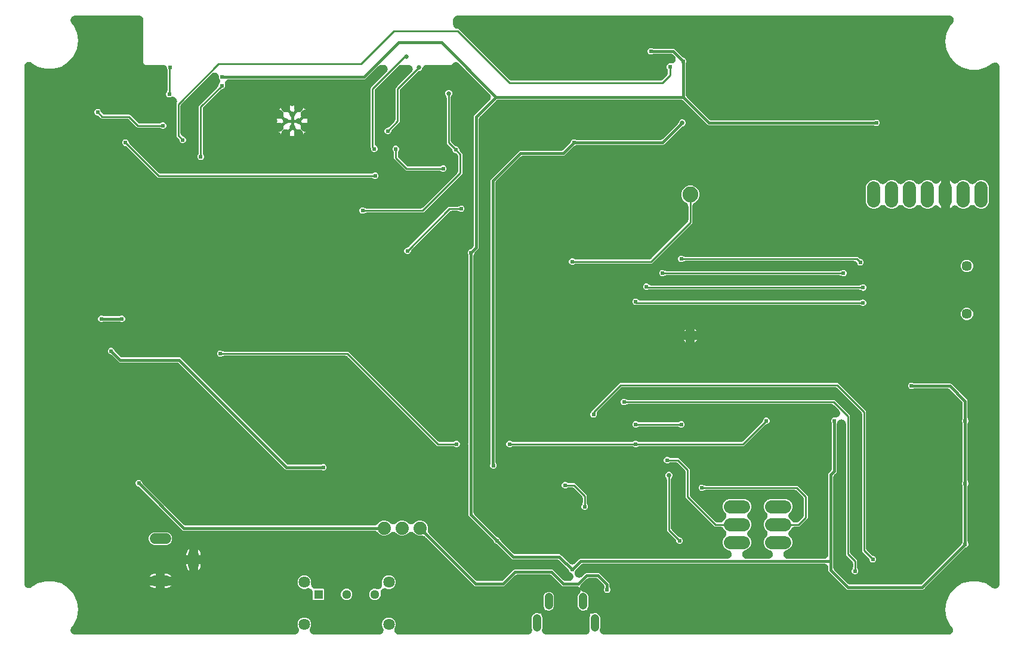
<source format=gbr>
G04 EAGLE Gerber RS-274X export*
G75*
%MOMM*%
%FSLAX34Y34*%
%LPD*%
%INBottom Copper*%
%IPPOS*%
%AMOC8*
5,1,8,0,0,1.08239X$1,22.5*%
G01*
%ADD10C,0.808000*%
%ADD11C,1.755000*%
%ADD12C,2.250000*%
%ADD13C,1.447800*%
%ADD14C,1.879600*%
%ADD15C,1.158000*%
%ADD16C,1.208000*%
%ADD17C,1.879600*%
%ADD18C,1.508000*%
%ADD19C,1.635000*%
%ADD20R,1.298000X1.298000*%
%ADD21C,1.298000*%
%ADD22C,0.604800*%
%ADD23C,0.381000*%
%ADD24C,0.654800*%
%ADD25C,0.254000*%

G36*
X388444Y5091D02*
X388444Y5091D01*
X388624Y5091D01*
X388799Y5111D01*
X388975Y5121D01*
X389153Y5151D01*
X389332Y5171D01*
X389504Y5211D01*
X389677Y5240D01*
X389851Y5290D01*
X390027Y5330D01*
X390193Y5389D01*
X390362Y5437D01*
X390529Y5506D01*
X390699Y5566D01*
X390857Y5643D01*
X391020Y5710D01*
X391178Y5798D01*
X391340Y5876D01*
X391490Y5970D01*
X391644Y6055D01*
X391790Y6159D01*
X391943Y6256D01*
X392081Y6366D01*
X392224Y6467D01*
X392359Y6587D01*
X392500Y6700D01*
X392624Y6825D01*
X392755Y6942D01*
X392876Y7077D01*
X393003Y7205D01*
X393113Y7342D01*
X393230Y7474D01*
X393334Y7621D01*
X393447Y7762D01*
X393540Y7911D01*
X393642Y8055D01*
X393729Y8213D01*
X393825Y8366D01*
X393901Y8524D01*
X393986Y8679D01*
X394055Y8846D01*
X394133Y9008D01*
X394191Y9174D01*
X394258Y9337D01*
X394308Y9511D01*
X394367Y9681D01*
X394406Y9853D01*
X394455Y10022D01*
X394485Y10200D01*
X394525Y10376D01*
X394544Y10551D01*
X394574Y10724D01*
X394584Y10904D01*
X394604Y11084D01*
X394603Y11260D01*
X394613Y11436D01*
X394603Y11616D01*
X394603Y11796D01*
X394583Y11971D01*
X394572Y12147D01*
X394542Y12325D01*
X394522Y12504D01*
X394482Y12676D01*
X394452Y12849D01*
X394402Y13022D01*
X394362Y13198D01*
X394303Y13367D01*
X394255Y13534D01*
X394189Y13692D01*
X394130Y13860D01*
X392580Y17601D01*
X392580Y21459D01*
X394057Y25024D01*
X396786Y27753D01*
X400351Y29230D01*
X404209Y29230D01*
X407774Y27753D01*
X410503Y25024D01*
X411980Y21459D01*
X411980Y17601D01*
X410430Y13860D01*
X410371Y13689D01*
X410302Y13523D01*
X410253Y13354D01*
X410195Y13187D01*
X410155Y13011D01*
X410105Y12838D01*
X410076Y12665D01*
X410036Y12493D01*
X410016Y12313D01*
X409986Y12136D01*
X409977Y11960D01*
X409957Y11785D01*
X409957Y11604D01*
X409947Y11424D01*
X409957Y11248D01*
X409957Y11072D01*
X409977Y10893D01*
X409988Y10713D01*
X410017Y10540D01*
X410037Y10364D01*
X410077Y10188D01*
X410108Y10011D01*
X410156Y9842D01*
X410196Y9670D01*
X410255Y9500D01*
X410305Y9326D01*
X410373Y9164D01*
X410431Y8998D01*
X410510Y8835D01*
X410579Y8669D01*
X410664Y8514D01*
X410741Y8356D01*
X410837Y8203D01*
X410924Y8045D01*
X411026Y7902D01*
X411120Y7753D01*
X411233Y7612D01*
X411337Y7465D01*
X411455Y7334D01*
X411565Y7196D01*
X411692Y7069D01*
X411813Y6934D01*
X411944Y6817D01*
X412069Y6693D01*
X412210Y6580D01*
X412344Y6460D01*
X412488Y6359D01*
X412626Y6249D01*
X412779Y6153D01*
X412926Y6049D01*
X413080Y5964D01*
X413230Y5870D01*
X413392Y5792D01*
X413550Y5705D01*
X413713Y5638D01*
X413872Y5562D01*
X414042Y5502D01*
X414209Y5434D01*
X414378Y5385D01*
X414544Y5327D01*
X414720Y5287D01*
X414894Y5238D01*
X415067Y5208D01*
X415239Y5169D01*
X415418Y5149D01*
X415596Y5119D01*
X415775Y5110D01*
X415947Y5090D01*
X416119Y5091D01*
X416296Y5081D01*
X508264Y5081D01*
X508444Y5091D01*
X508624Y5091D01*
X508799Y5111D01*
X508975Y5121D01*
X509153Y5151D01*
X509332Y5171D01*
X509504Y5211D01*
X509677Y5240D01*
X509851Y5290D01*
X510027Y5330D01*
X510193Y5389D01*
X510362Y5437D01*
X510529Y5506D01*
X510699Y5566D01*
X510857Y5643D01*
X511020Y5710D01*
X511178Y5798D01*
X511340Y5876D01*
X511490Y5970D01*
X511644Y6055D01*
X511790Y6159D01*
X511943Y6256D01*
X512081Y6366D01*
X512224Y6467D01*
X512359Y6587D01*
X512500Y6700D01*
X512624Y6825D01*
X512755Y6942D01*
X512876Y7077D01*
X513003Y7205D01*
X513113Y7342D01*
X513230Y7474D01*
X513334Y7621D01*
X513447Y7762D01*
X513540Y7911D01*
X513642Y8055D01*
X513729Y8213D01*
X513825Y8366D01*
X513901Y8524D01*
X513986Y8679D01*
X514055Y8846D01*
X514133Y9008D01*
X514191Y9174D01*
X514258Y9337D01*
X514308Y9511D01*
X514367Y9681D01*
X514406Y9853D01*
X514455Y10022D01*
X514485Y10200D01*
X514525Y10376D01*
X514544Y10551D01*
X514574Y10724D01*
X514584Y10904D01*
X514604Y11084D01*
X514603Y11260D01*
X514613Y11436D01*
X514603Y11616D01*
X514603Y11796D01*
X514583Y11971D01*
X514572Y12147D01*
X514542Y12325D01*
X514522Y12504D01*
X514482Y12676D01*
X514452Y12849D01*
X514402Y13022D01*
X514362Y13198D01*
X514303Y13367D01*
X514255Y13534D01*
X514189Y13692D01*
X514130Y13860D01*
X512580Y17601D01*
X512580Y21459D01*
X514057Y25024D01*
X516786Y27753D01*
X520351Y29230D01*
X524209Y29230D01*
X527774Y27753D01*
X530503Y25024D01*
X531980Y21459D01*
X531980Y17601D01*
X530430Y13860D01*
X530371Y13689D01*
X530302Y13523D01*
X530253Y13354D01*
X530195Y13187D01*
X530155Y13011D01*
X530105Y12838D01*
X530076Y12665D01*
X530036Y12493D01*
X530016Y12313D01*
X529986Y12136D01*
X529977Y11960D01*
X529957Y11785D01*
X529957Y11604D01*
X529947Y11424D01*
X529957Y11248D01*
X529957Y11072D01*
X529977Y10893D01*
X529988Y10713D01*
X530017Y10540D01*
X530037Y10364D01*
X530077Y10188D01*
X530108Y10011D01*
X530156Y9842D01*
X530196Y9670D01*
X530255Y9500D01*
X530305Y9326D01*
X530373Y9164D01*
X530431Y8998D01*
X530510Y8835D01*
X530579Y8669D01*
X530664Y8514D01*
X530741Y8356D01*
X530837Y8203D01*
X530924Y8045D01*
X531026Y7902D01*
X531120Y7753D01*
X531233Y7612D01*
X531337Y7465D01*
X531455Y7334D01*
X531565Y7196D01*
X531692Y7069D01*
X531813Y6934D01*
X531944Y6817D01*
X532069Y6693D01*
X532210Y6580D01*
X532344Y6460D01*
X532488Y6359D01*
X532626Y6249D01*
X532779Y6153D01*
X532926Y6049D01*
X533080Y5964D01*
X533230Y5870D01*
X533392Y5792D01*
X533550Y5705D01*
X533713Y5638D01*
X533872Y5562D01*
X534042Y5502D01*
X534209Y5434D01*
X534378Y5385D01*
X534544Y5327D01*
X534720Y5287D01*
X534894Y5238D01*
X535067Y5208D01*
X535239Y5169D01*
X535418Y5149D01*
X535596Y5119D01*
X535775Y5110D01*
X535947Y5090D01*
X536119Y5091D01*
X536296Y5081D01*
X719076Y5081D01*
X719256Y5091D01*
X719437Y5091D01*
X719612Y5111D01*
X719787Y5121D01*
X719966Y5151D01*
X720145Y5171D01*
X720316Y5211D01*
X720490Y5240D01*
X720663Y5290D01*
X720839Y5330D01*
X721005Y5389D01*
X721174Y5437D01*
X721341Y5506D01*
X721511Y5566D01*
X721670Y5643D01*
X721833Y5710D01*
X721990Y5798D01*
X722153Y5876D01*
X722302Y5970D01*
X722456Y6055D01*
X722603Y6159D01*
X722756Y6256D01*
X722894Y6366D01*
X723037Y6467D01*
X723171Y6588D01*
X723312Y6700D01*
X723437Y6825D01*
X723568Y6942D01*
X723688Y7077D01*
X723815Y7205D01*
X723925Y7343D01*
X724042Y7474D01*
X724147Y7621D01*
X724259Y7762D01*
X724352Y7911D01*
X724454Y8055D01*
X724542Y8213D01*
X724637Y8366D01*
X724713Y8524D01*
X724798Y8679D01*
X724867Y8846D01*
X724945Y9008D01*
X725003Y9174D01*
X725071Y9337D01*
X725120Y9511D01*
X725180Y9681D01*
X725219Y9853D01*
X725267Y10022D01*
X725297Y10200D01*
X725337Y10376D01*
X725357Y10551D01*
X725386Y10724D01*
X725396Y10904D01*
X725416Y11084D01*
X725416Y11260D01*
X725425Y11436D01*
X725415Y11616D01*
X725415Y11796D01*
X725395Y11972D01*
X725385Y12147D01*
X725355Y12324D01*
X725334Y12504D01*
X725294Y12676D01*
X725265Y12849D01*
X725215Y13022D01*
X725174Y13198D01*
X725115Y13367D01*
X725067Y13534D01*
X725001Y13692D01*
X724942Y13860D01*
X724865Y14045D01*
X724865Y29135D01*
X726017Y31915D01*
X728145Y34043D01*
X730925Y35195D01*
X733935Y35195D01*
X734321Y35035D01*
X734323Y35034D01*
X734324Y35034D01*
X734662Y34915D01*
X734994Y34799D01*
X734995Y34799D01*
X734996Y34799D01*
X735316Y34726D01*
X735688Y34641D01*
X735690Y34641D01*
X735691Y34640D01*
X736024Y34603D01*
X736396Y34561D01*
X736398Y34561D01*
X736399Y34561D01*
X736757Y34561D01*
X737109Y34561D01*
X737110Y34562D01*
X737111Y34562D01*
X737489Y34604D01*
X737817Y34641D01*
X737818Y34642D01*
X737819Y34642D01*
X738163Y34721D01*
X738511Y34800D01*
X738512Y34801D01*
X738514Y34801D01*
X738849Y34919D01*
X738869Y34925D01*
X738866Y34915D01*
X738790Y34578D01*
X738790Y34577D01*
X738789Y34575D01*
X738745Y34181D01*
X738711Y33870D01*
X738711Y33868D01*
X738711Y33867D01*
X738711Y33486D01*
X738711Y33157D01*
X738712Y33156D01*
X738712Y33155D01*
X738756Y32763D01*
X738792Y32450D01*
X738792Y32448D01*
X738793Y32447D01*
X738869Y32114D01*
X738951Y31755D01*
X738952Y31754D01*
X738952Y31752D01*
X739184Y31091D01*
X739995Y29135D01*
X739995Y14045D01*
X739918Y13860D01*
X739858Y13690D01*
X739789Y13523D01*
X739741Y13353D01*
X739683Y13187D01*
X739642Y13012D01*
X739593Y12838D01*
X739563Y12664D01*
X739524Y12493D01*
X739504Y12313D01*
X739474Y12136D01*
X739464Y11960D01*
X739444Y11785D01*
X739445Y11605D01*
X739435Y11424D01*
X739445Y11249D01*
X739445Y11072D01*
X739465Y10893D01*
X739475Y10713D01*
X739505Y10540D01*
X739525Y10365D01*
X739565Y10188D01*
X739595Y10011D01*
X739644Y9842D01*
X739683Y9670D01*
X739743Y9500D01*
X739793Y9326D01*
X739861Y9164D01*
X739919Y8998D01*
X739997Y8835D01*
X740067Y8669D01*
X740152Y8515D01*
X740228Y8356D01*
X740324Y8203D01*
X740412Y8045D01*
X740514Y7902D01*
X740608Y7753D01*
X740720Y7612D01*
X740825Y7465D01*
X740942Y7334D01*
X741052Y7196D01*
X741180Y7069D01*
X741300Y6934D01*
X741432Y6817D01*
X741556Y6693D01*
X741697Y6580D01*
X741832Y6460D01*
X741976Y6359D01*
X742114Y6249D01*
X742266Y6153D01*
X742414Y6049D01*
X742568Y5964D01*
X742717Y5870D01*
X742880Y5792D01*
X743038Y5705D01*
X743200Y5638D01*
X743359Y5562D01*
X743530Y5502D01*
X743696Y5434D01*
X743865Y5385D01*
X744032Y5327D01*
X744208Y5287D01*
X744381Y5238D01*
X744555Y5208D01*
X744727Y5169D01*
X744906Y5149D01*
X745084Y5119D01*
X745262Y5110D01*
X745435Y5090D01*
X745607Y5091D01*
X745784Y5081D01*
X801076Y5081D01*
X801256Y5091D01*
X801437Y5091D01*
X801612Y5111D01*
X801787Y5121D01*
X801966Y5151D01*
X802145Y5171D01*
X802316Y5211D01*
X802490Y5240D01*
X802663Y5290D01*
X802839Y5330D01*
X803005Y5389D01*
X803174Y5437D01*
X803341Y5506D01*
X803511Y5566D01*
X803670Y5643D01*
X803833Y5710D01*
X803990Y5798D01*
X804153Y5876D01*
X804302Y5970D01*
X804456Y6055D01*
X804603Y6159D01*
X804756Y6256D01*
X804894Y6366D01*
X805037Y6467D01*
X805171Y6588D01*
X805312Y6700D01*
X805437Y6825D01*
X805568Y6942D01*
X805688Y7077D01*
X805815Y7205D01*
X805925Y7343D01*
X806042Y7474D01*
X806147Y7621D01*
X806259Y7762D01*
X806352Y7911D01*
X806454Y8055D01*
X806542Y8213D01*
X806637Y8366D01*
X806713Y8524D01*
X806798Y8679D01*
X806867Y8846D01*
X806945Y9008D01*
X807003Y9174D01*
X807071Y9337D01*
X807120Y9511D01*
X807180Y9681D01*
X807219Y9853D01*
X807267Y10022D01*
X807297Y10200D01*
X807337Y10376D01*
X807357Y10551D01*
X807386Y10724D01*
X807396Y10904D01*
X807416Y11084D01*
X807416Y11260D01*
X807425Y11436D01*
X807415Y11616D01*
X807415Y11796D01*
X807395Y11972D01*
X807385Y12147D01*
X807355Y12324D01*
X807334Y12504D01*
X807294Y12676D01*
X807265Y12849D01*
X807215Y13022D01*
X807174Y13198D01*
X807115Y13367D01*
X807067Y13534D01*
X807001Y13692D01*
X806942Y13860D01*
X806865Y14045D01*
X806865Y29135D01*
X807676Y31091D01*
X807676Y31092D01*
X807677Y31094D01*
X807779Y31385D01*
X807911Y31763D01*
X807911Y31765D01*
X807912Y31766D01*
X807983Y32079D01*
X808069Y32458D01*
X808069Y32459D01*
X808070Y32461D01*
X808114Y32853D01*
X808149Y33166D01*
X808149Y33167D01*
X808149Y33169D01*
X808149Y33526D01*
X808149Y33878D01*
X808149Y33880D01*
X808149Y33881D01*
X808115Y34181D01*
X808069Y34586D01*
X808069Y34588D01*
X808068Y34589D01*
X807999Y34893D01*
X807991Y34925D01*
X808045Y34907D01*
X808357Y34798D01*
X808358Y34798D01*
X808360Y34797D01*
X808751Y34708D01*
X809052Y34640D01*
X809053Y34640D01*
X809055Y34639D01*
X809427Y34598D01*
X809760Y34561D01*
X809761Y34561D01*
X809763Y34561D01*
X810126Y34561D01*
X810472Y34562D01*
X810474Y34562D01*
X810475Y34562D01*
X810824Y34602D01*
X811180Y34642D01*
X811182Y34643D01*
X811183Y34643D01*
X811503Y34716D01*
X811875Y34802D01*
X811876Y34802D01*
X811877Y34803D01*
X812539Y35035D01*
X812925Y35195D01*
X815935Y35195D01*
X818715Y34043D01*
X820843Y31915D01*
X821995Y29135D01*
X821995Y14045D01*
X821918Y13860D01*
X821858Y13690D01*
X821789Y13523D01*
X821741Y13353D01*
X821683Y13187D01*
X821642Y13012D01*
X821593Y12838D01*
X821563Y12664D01*
X821524Y12493D01*
X821504Y12313D01*
X821474Y12136D01*
X821464Y11960D01*
X821444Y11785D01*
X821445Y11605D01*
X821435Y11424D01*
X821445Y11249D01*
X821445Y11072D01*
X821465Y10893D01*
X821475Y10713D01*
X821505Y10540D01*
X821525Y10365D01*
X821565Y10188D01*
X821595Y10011D01*
X821644Y9842D01*
X821683Y9670D01*
X821743Y9500D01*
X821793Y9326D01*
X821861Y9164D01*
X821919Y8998D01*
X821997Y8835D01*
X822067Y8669D01*
X822152Y8515D01*
X822228Y8356D01*
X822324Y8203D01*
X822412Y8045D01*
X822514Y7902D01*
X822608Y7753D01*
X822720Y7612D01*
X822825Y7465D01*
X822942Y7334D01*
X823052Y7196D01*
X823180Y7069D01*
X823300Y6934D01*
X823432Y6817D01*
X823556Y6693D01*
X823697Y6580D01*
X823832Y6460D01*
X823976Y6359D01*
X824114Y6249D01*
X824266Y6153D01*
X824414Y6049D01*
X824568Y5964D01*
X824717Y5870D01*
X824880Y5792D01*
X825038Y5705D01*
X825200Y5638D01*
X825359Y5562D01*
X825530Y5502D01*
X825696Y5434D01*
X825865Y5385D01*
X826032Y5327D01*
X826208Y5287D01*
X826381Y5238D01*
X826555Y5208D01*
X826727Y5169D01*
X826906Y5149D01*
X827084Y5119D01*
X827262Y5110D01*
X827435Y5090D01*
X827607Y5091D01*
X827784Y5081D01*
X1316317Y5081D01*
X1316448Y5088D01*
X1316579Y5086D01*
X1316804Y5108D01*
X1317028Y5121D01*
X1317157Y5143D01*
X1317288Y5155D01*
X1317509Y5202D01*
X1317730Y5240D01*
X1317856Y5276D01*
X1317985Y5304D01*
X1318199Y5375D01*
X1318415Y5437D01*
X1318536Y5488D01*
X1318661Y5529D01*
X1318865Y5624D01*
X1319073Y5710D01*
X1319188Y5774D01*
X1319307Y5829D01*
X1319500Y5946D01*
X1319697Y6055D01*
X1319803Y6131D01*
X1319916Y6199D01*
X1320094Y6337D01*
X1320277Y6467D01*
X1320375Y6555D01*
X1320479Y6635D01*
X1320641Y6793D01*
X1320808Y6942D01*
X1320896Y7040D01*
X1320990Y7132D01*
X1321133Y7306D01*
X1321283Y7474D01*
X1321359Y7581D01*
X1321442Y7682D01*
X1321564Y7871D01*
X1321695Y8055D01*
X1321758Y8170D01*
X1321830Y8280D01*
X1321930Y8482D01*
X1322039Y8679D01*
X1322089Y8800D01*
X1322148Y8918D01*
X1322225Y9129D01*
X1322311Y9337D01*
X1322348Y9464D01*
X1322393Y9587D01*
X1322446Y9805D01*
X1322508Y10022D01*
X1322530Y10151D01*
X1322561Y10279D01*
X1322589Y10503D01*
X1322627Y10724D01*
X1322634Y10855D01*
X1322651Y10986D01*
X1322654Y11211D01*
X1322666Y11436D01*
X1322659Y11567D01*
X1322660Y11698D01*
X1322638Y11922D01*
X1322625Y12147D01*
X1322603Y12276D01*
X1322590Y12407D01*
X1322543Y12627D01*
X1322505Y12849D01*
X1322469Y12975D01*
X1322442Y13104D01*
X1322370Y13317D01*
X1322308Y13534D01*
X1322257Y13655D01*
X1322216Y13779D01*
X1322121Y13983D01*
X1322034Y14191D01*
X1321971Y14306D01*
X1321915Y14425D01*
X1321798Y14618D01*
X1321689Y14815D01*
X1321613Y14921D01*
X1321544Y15034D01*
X1321403Y15216D01*
X1321276Y15395D01*
X1321193Y15487D01*
X1321115Y15588D01*
X1318416Y18703D01*
X1313618Y29209D01*
X1311975Y40640D01*
X1313618Y52071D01*
X1318416Y62577D01*
X1325979Y71305D01*
X1335694Y77549D01*
X1346775Y80802D01*
X1358325Y80802D01*
X1369406Y77549D01*
X1378837Y71487D01*
X1378867Y71471D01*
X1378895Y71451D01*
X1379178Y71294D01*
X1379457Y71136D01*
X1379489Y71123D01*
X1379519Y71106D01*
X1379817Y70983D01*
X1380113Y70857D01*
X1380146Y70847D01*
X1380177Y70834D01*
X1380488Y70745D01*
X1380795Y70653D01*
X1380829Y70647D01*
X1380862Y70637D01*
X1381181Y70584D01*
X1381496Y70527D01*
X1381531Y70524D01*
X1381564Y70519D01*
X1381886Y70501D01*
X1382207Y70480D01*
X1382241Y70481D01*
X1382276Y70479D01*
X1382597Y70498D01*
X1382919Y70513D01*
X1382953Y70518D01*
X1382987Y70520D01*
X1383304Y70574D01*
X1383622Y70625D01*
X1383655Y70634D01*
X1383689Y70640D01*
X1383998Y70729D01*
X1384309Y70816D01*
X1384341Y70829D01*
X1384374Y70838D01*
X1384670Y70961D01*
X1384970Y71082D01*
X1385000Y71098D01*
X1385031Y71111D01*
X1385313Y71267D01*
X1385596Y71421D01*
X1385625Y71440D01*
X1385655Y71457D01*
X1385916Y71643D01*
X1386181Y71827D01*
X1386207Y71850D01*
X1386235Y71870D01*
X1386474Y72084D01*
X1386717Y72297D01*
X1386740Y72322D01*
X1386766Y72345D01*
X1386979Y72585D01*
X1387197Y72824D01*
X1387217Y72851D01*
X1387240Y72877D01*
X1387425Y73140D01*
X1387614Y73401D01*
X1387631Y73431D01*
X1387651Y73459D01*
X1387806Y73740D01*
X1387965Y74021D01*
X1387978Y74053D01*
X1387995Y74083D01*
X1388117Y74380D01*
X1388243Y74677D01*
X1388253Y74710D01*
X1388266Y74741D01*
X1388354Y75049D01*
X1388447Y75359D01*
X1388453Y75393D01*
X1388462Y75426D01*
X1388516Y75744D01*
X1388573Y76061D01*
X1388575Y76095D01*
X1388581Y76129D01*
X1388600Y76480D01*
X1388619Y76772D01*
X1388618Y76800D01*
X1388619Y76829D01*
X1388619Y810901D01*
X1388617Y810936D01*
X1388619Y810970D01*
X1388597Y811291D01*
X1388579Y811613D01*
X1388574Y811646D01*
X1388571Y811681D01*
X1388514Y811998D01*
X1388460Y812315D01*
X1388450Y812348D01*
X1388444Y812382D01*
X1388352Y812690D01*
X1388263Y813000D01*
X1388249Y813031D01*
X1388240Y813064D01*
X1388114Y813359D01*
X1387990Y813658D01*
X1387973Y813688D01*
X1387960Y813719D01*
X1387801Y813999D01*
X1387645Y814281D01*
X1387625Y814309D01*
X1387608Y814339D01*
X1387418Y814601D01*
X1387233Y814862D01*
X1387210Y814887D01*
X1387190Y814915D01*
X1386972Y815154D01*
X1386758Y815393D01*
X1386732Y815416D01*
X1386709Y815441D01*
X1386467Y815653D01*
X1386226Y815867D01*
X1386198Y815887D01*
X1386172Y815910D01*
X1385908Y816093D01*
X1385645Y816279D01*
X1385615Y816296D01*
X1385587Y816315D01*
X1385303Y816468D01*
X1385021Y816624D01*
X1384990Y816637D01*
X1384959Y816653D01*
X1384659Y816773D01*
X1384363Y816896D01*
X1384330Y816905D01*
X1384298Y816918D01*
X1383988Y817004D01*
X1383678Y817093D01*
X1383644Y817098D01*
X1383611Y817107D01*
X1383293Y817158D01*
X1382976Y817211D01*
X1382941Y817213D01*
X1382908Y817219D01*
X1382586Y817233D01*
X1382264Y817251D01*
X1382230Y817249D01*
X1382196Y817250D01*
X1381875Y817228D01*
X1381553Y817210D01*
X1381519Y817204D01*
X1381485Y817202D01*
X1381168Y817144D01*
X1380851Y817090D01*
X1380818Y817080D01*
X1380784Y817074D01*
X1380476Y816981D01*
X1380166Y816892D01*
X1380135Y816879D01*
X1380102Y816869D01*
X1379805Y816742D01*
X1379509Y816619D01*
X1379479Y816602D01*
X1379447Y816589D01*
X1379141Y816415D01*
X1378885Y816273D01*
X1378862Y816257D01*
X1378837Y816243D01*
X1369406Y810181D01*
X1358325Y806928D01*
X1346775Y806928D01*
X1335694Y810181D01*
X1325979Y816425D01*
X1318416Y825153D01*
X1313618Y835659D01*
X1311975Y847090D01*
X1313618Y858521D01*
X1318416Y869027D01*
X1322129Y873312D01*
X1322209Y873416D01*
X1322297Y873514D01*
X1322427Y873698D01*
X1322565Y873876D01*
X1322633Y873988D01*
X1322709Y874095D01*
X1322818Y874293D01*
X1322934Y874485D01*
X1322989Y874604D01*
X1323053Y874719D01*
X1323139Y874927D01*
X1323234Y875131D01*
X1323275Y875256D01*
X1323325Y875377D01*
X1323387Y875594D01*
X1323458Y875807D01*
X1323486Y875936D01*
X1323522Y876062D01*
X1323559Y876284D01*
X1323606Y876504D01*
X1323619Y876635D01*
X1323641Y876764D01*
X1323653Y876989D01*
X1323675Y877213D01*
X1323673Y877345D01*
X1323680Y877476D01*
X1323667Y877700D01*
X1323664Y877926D01*
X1323647Y878056D01*
X1323639Y878187D01*
X1323601Y878409D01*
X1323573Y878632D01*
X1323541Y878760D01*
X1323519Y878889D01*
X1323457Y879105D01*
X1323403Y879324D01*
X1323358Y879448D01*
X1323321Y879574D01*
X1323235Y879781D01*
X1323157Y879993D01*
X1323098Y880110D01*
X1323048Y880231D01*
X1322939Y880429D01*
X1322838Y880630D01*
X1322766Y880740D01*
X1322703Y880855D01*
X1322572Y881038D01*
X1322449Y881227D01*
X1322365Y881328D01*
X1322290Y881435D01*
X1322140Y881602D01*
X1321996Y881777D01*
X1321902Y881868D01*
X1321814Y881966D01*
X1321646Y882115D01*
X1321484Y882272D01*
X1321380Y882352D01*
X1321282Y882440D01*
X1321098Y882570D01*
X1320920Y882707D01*
X1320808Y882775D01*
X1320701Y882851D01*
X1320503Y882960D01*
X1320311Y883076D01*
X1320192Y883131D01*
X1320077Y883195D01*
X1319868Y883281D01*
X1319664Y883375D01*
X1319539Y883416D01*
X1319418Y883466D01*
X1319201Y883528D01*
X1318988Y883599D01*
X1318859Y883626D01*
X1318733Y883662D01*
X1318511Y883700D01*
X1318291Y883746D01*
X1318160Y883759D01*
X1318031Y883781D01*
X1317800Y883793D01*
X1317582Y883814D01*
X1317458Y883812D01*
X1317331Y883819D01*
X619760Y883819D01*
X619757Y883819D01*
X619754Y883819D01*
X619407Y883799D01*
X619049Y883779D01*
X619046Y883779D01*
X619043Y883779D01*
X618703Y883720D01*
X618346Y883660D01*
X618344Y883659D01*
X618341Y883659D01*
X617996Y883559D01*
X617662Y883463D01*
X617659Y883461D01*
X617656Y883461D01*
X617332Y883326D01*
X617004Y883190D01*
X617001Y883188D01*
X616999Y883187D01*
X616687Y883015D01*
X616380Y882845D01*
X616378Y882843D01*
X616375Y882842D01*
X616078Y882631D01*
X615799Y882433D01*
X615797Y882431D01*
X615795Y882429D01*
X615527Y882189D01*
X615268Y881958D01*
X615266Y881955D01*
X615264Y881954D01*
X615026Y881686D01*
X614794Y881426D01*
X614792Y881424D01*
X614790Y881422D01*
X614592Y881141D01*
X614382Y880845D01*
X614380Y880842D01*
X614379Y880840D01*
X614216Y880544D01*
X614038Y880221D01*
X614037Y880218D01*
X614035Y880216D01*
X613901Y879890D01*
X613766Y879563D01*
X613765Y879560D01*
X613764Y879557D01*
X613669Y879228D01*
X613569Y878878D01*
X613568Y878875D01*
X613568Y878873D01*
X613508Y878519D01*
X613450Y878176D01*
X613450Y878173D01*
X613449Y878170D01*
X613411Y877470D01*
X613411Y871474D01*
X613411Y871471D01*
X613411Y871468D01*
X613431Y871121D01*
X613451Y870763D01*
X613451Y870760D01*
X613451Y870757D01*
X613512Y870403D01*
X613570Y870060D01*
X613571Y870058D01*
X613571Y870055D01*
X613672Y869708D01*
X613767Y869376D01*
X613769Y869373D01*
X613769Y869370D01*
X613904Y869046D01*
X614040Y868718D01*
X614042Y868715D01*
X614043Y868713D01*
X614219Y868395D01*
X614385Y868094D01*
X614387Y868092D01*
X614388Y868089D01*
X614603Y867787D01*
X614797Y867513D01*
X614799Y867511D01*
X614801Y867509D01*
X615046Y867236D01*
X615272Y866982D01*
X615275Y866980D01*
X615276Y866978D01*
X615544Y866740D01*
X615804Y866508D01*
X615806Y866506D01*
X615808Y866504D01*
X616092Y866304D01*
X616385Y866096D01*
X616388Y866094D01*
X616390Y866093D01*
X616686Y865930D01*
X617009Y865752D01*
X617012Y865751D01*
X617014Y865749D01*
X617332Y865618D01*
X617667Y865480D01*
X617670Y865479D01*
X617673Y865478D01*
X618002Y865383D01*
X618352Y865283D01*
X618355Y865282D01*
X618357Y865282D01*
X618711Y865222D01*
X619054Y865164D01*
X619057Y865164D01*
X619060Y865163D01*
X619760Y865125D01*
X620316Y865125D01*
X621343Y864699D01*
X692718Y793324D01*
X692721Y793322D01*
X692724Y793318D01*
X692987Y793084D01*
X693249Y792850D01*
X693253Y792847D01*
X693256Y792844D01*
X693541Y792643D01*
X693830Y792437D01*
X693834Y792435D01*
X693838Y792433D01*
X694148Y792262D01*
X694454Y792093D01*
X694458Y792091D01*
X694462Y792089D01*
X694786Y791955D01*
X695112Y791820D01*
X695116Y791819D01*
X695120Y791818D01*
X695459Y791721D01*
X695797Y791623D01*
X695801Y791623D01*
X695805Y791622D01*
X696161Y791562D01*
X696499Y791504D01*
X696503Y791504D01*
X696508Y791503D01*
X697208Y791465D01*
X906802Y791465D01*
X906807Y791465D01*
X906811Y791465D01*
X907164Y791485D01*
X907514Y791505D01*
X907518Y791505D01*
X907522Y791506D01*
X907873Y791566D01*
X908216Y791624D01*
X908220Y791625D01*
X908224Y791626D01*
X908577Y791728D01*
X908901Y791821D01*
X908904Y791823D01*
X908909Y791824D01*
X909235Y791960D01*
X909559Y792094D01*
X909563Y792096D01*
X909566Y792098D01*
X909873Y792268D01*
X910182Y792439D01*
X910186Y792441D01*
X910189Y792444D01*
X910488Y792656D01*
X910763Y792851D01*
X910766Y792854D01*
X910770Y792857D01*
X911292Y793324D01*
X916371Y798403D01*
X916373Y798406D01*
X916377Y798409D01*
X916611Y798672D01*
X916845Y798934D01*
X916848Y798938D01*
X916851Y798941D01*
X917050Y799222D01*
X917258Y799515D01*
X917260Y799519D01*
X917262Y799523D01*
X917429Y799826D01*
X917602Y800139D01*
X917604Y800143D01*
X917606Y800147D01*
X917740Y800471D01*
X917875Y800797D01*
X917876Y800801D01*
X917877Y800805D01*
X917974Y801143D01*
X918072Y801482D01*
X918072Y801486D01*
X918073Y801490D01*
X918133Y801843D01*
X918191Y802184D01*
X918191Y802188D01*
X918192Y802193D01*
X918230Y802893D01*
X918230Y804987D01*
X918230Y804992D01*
X918230Y804997D01*
X918210Y805347D01*
X918190Y805698D01*
X918189Y805703D01*
X918189Y805708D01*
X918131Y806046D01*
X918071Y806401D01*
X918070Y806405D01*
X918069Y806410D01*
X917971Y806746D01*
X917874Y807085D01*
X917872Y807090D01*
X917870Y807094D01*
X917737Y807414D01*
X917601Y807743D01*
X917598Y807748D01*
X917597Y807752D01*
X917430Y808053D01*
X917423Y808065D01*
X916476Y810350D01*
X916476Y812160D01*
X917169Y813832D01*
X918448Y815111D01*
X920120Y815804D01*
X922967Y815804D01*
X922969Y815804D01*
X922970Y815804D01*
X923312Y815823D01*
X923679Y815844D01*
X923680Y815844D01*
X923682Y815844D01*
X924020Y815902D01*
X924381Y815963D01*
X924382Y815964D01*
X924384Y815964D01*
X924732Y816064D01*
X925066Y816160D01*
X925067Y816161D01*
X925068Y816161D01*
X925401Y816299D01*
X925724Y816433D01*
X925725Y816434D01*
X925726Y816434D01*
X926036Y816606D01*
X926347Y816778D01*
X926348Y816779D01*
X926350Y816780D01*
X926648Y816992D01*
X926928Y817190D01*
X926929Y817191D01*
X926930Y817192D01*
X927217Y817449D01*
X927459Y817665D01*
X927460Y817666D01*
X927461Y817667D01*
X927681Y817914D01*
X927934Y818197D01*
X927934Y818198D01*
X927935Y818199D01*
X928128Y818472D01*
X928345Y818778D01*
X928346Y818779D01*
X928347Y818781D01*
X928518Y819091D01*
X928690Y819402D01*
X928690Y819403D01*
X928691Y819404D01*
X928824Y819726D01*
X928962Y820060D01*
X928962Y820062D01*
X928963Y820063D01*
X929061Y820405D01*
X929159Y820745D01*
X929159Y820746D01*
X929159Y820748D01*
X929218Y821094D01*
X929277Y821447D01*
X929277Y821449D01*
X929278Y821450D01*
X929297Y821801D01*
X929317Y822159D01*
X929317Y822160D01*
X929317Y822162D01*
X929295Y822535D01*
X929276Y822870D01*
X929276Y822871D01*
X929276Y822873D01*
X929217Y823213D01*
X929156Y823572D01*
X929156Y823574D01*
X929155Y823575D01*
X929061Y823899D01*
X928958Y824257D01*
X928958Y824258D01*
X928957Y824259D01*
X928822Y824585D01*
X928685Y824914D01*
X928684Y824916D01*
X928683Y824917D01*
X928512Y825226D01*
X928339Y825538D01*
X928339Y825539D01*
X928338Y825540D01*
X928134Y825826D01*
X927926Y826118D01*
X927925Y826119D01*
X927925Y826120D01*
X927457Y826643D01*
X926269Y827831D01*
X926266Y827833D01*
X926263Y827837D01*
X925996Y828074D01*
X925738Y828305D01*
X925734Y828308D01*
X925731Y828311D01*
X925440Y828517D01*
X925157Y828718D01*
X925153Y828720D01*
X925149Y828722D01*
X924840Y828892D01*
X924533Y829062D01*
X924529Y829064D01*
X924525Y829066D01*
X924209Y829196D01*
X923875Y829335D01*
X923871Y829336D01*
X923867Y829337D01*
X923538Y829432D01*
X923190Y829532D01*
X923186Y829532D01*
X923182Y829533D01*
X922839Y829591D01*
X922488Y829651D01*
X922483Y829651D01*
X922479Y829652D01*
X921779Y829690D01*
X898949Y829690D01*
X898766Y829680D01*
X898583Y829680D01*
X898411Y829660D01*
X898238Y829650D01*
X898057Y829620D01*
X897875Y829599D01*
X897706Y829560D01*
X897536Y829531D01*
X897360Y829480D01*
X897181Y829439D01*
X897015Y829381D01*
X896851Y829334D01*
X896690Y829267D01*
X896519Y829207D01*
X894985Y828571D01*
X893175Y828571D01*
X891503Y829264D01*
X890224Y830543D01*
X889531Y832215D01*
X889531Y834025D01*
X890224Y835697D01*
X891503Y836976D01*
X893175Y837669D01*
X894985Y837669D01*
X896519Y837033D01*
X896693Y836972D01*
X896862Y836903D01*
X897028Y836855D01*
X897192Y836798D01*
X897371Y836757D01*
X897547Y836707D01*
X897717Y836678D01*
X897886Y836639D01*
X898069Y836619D01*
X898249Y836588D01*
X898425Y836579D01*
X898594Y836560D01*
X898769Y836560D01*
X898949Y836550D01*
X926512Y836550D01*
X927773Y836028D01*
X929631Y834170D01*
X938782Y825018D01*
X938919Y824896D01*
X939049Y824767D01*
X939184Y824659D01*
X939313Y824544D01*
X939463Y824438D01*
X939606Y824324D01*
X939753Y824232D01*
X939894Y824131D01*
X940055Y824043D01*
X940210Y823946D01*
X940369Y823869D01*
X940518Y823787D01*
X940680Y823720D01*
X940842Y823642D01*
X942377Y823006D01*
X943656Y821727D01*
X944349Y820055D01*
X944349Y818245D01*
X943713Y816711D01*
X943652Y816537D01*
X943583Y816368D01*
X943535Y816202D01*
X943478Y816038D01*
X943437Y815859D01*
X943387Y815683D01*
X943358Y815513D01*
X943319Y815344D01*
X943299Y815161D01*
X943268Y814981D01*
X943259Y814805D01*
X943240Y814636D01*
X943240Y814461D01*
X943230Y814281D01*
X943230Y772401D01*
X943230Y772396D01*
X943230Y772392D01*
X943250Y772039D01*
X943270Y771689D01*
X943270Y771685D01*
X943271Y771681D01*
X943334Y771314D01*
X943389Y770987D01*
X943390Y770983D01*
X943391Y770979D01*
X943497Y770613D01*
X943586Y770302D01*
X943588Y770299D01*
X943589Y770294D01*
X943726Y769965D01*
X943859Y769644D01*
X943861Y769640D01*
X943863Y769637D01*
X944033Y769330D01*
X944204Y769021D01*
X944206Y769018D01*
X944209Y769014D01*
X944421Y768715D01*
X944616Y768440D01*
X944619Y768437D01*
X944622Y768433D01*
X945089Y767911D01*
X976191Y736809D01*
X976194Y736807D01*
X976197Y736803D01*
X976465Y736565D01*
X976722Y736335D01*
X976726Y736332D01*
X976729Y736329D01*
X977018Y736125D01*
X977303Y735922D01*
X977307Y735920D01*
X977311Y735918D01*
X977625Y735745D01*
X977927Y735578D01*
X977931Y735576D01*
X977935Y735574D01*
X978259Y735440D01*
X978585Y735305D01*
X978589Y735304D01*
X978593Y735303D01*
X978936Y735205D01*
X979270Y735108D01*
X979274Y735108D01*
X979278Y735107D01*
X979634Y735047D01*
X979972Y734989D01*
X979976Y734989D01*
X979981Y734988D01*
X980681Y734950D01*
X1209251Y734950D01*
X1209434Y734960D01*
X1209617Y734960D01*
X1209789Y734980D01*
X1209962Y734990D01*
X1210143Y735020D01*
X1210325Y735041D01*
X1210494Y735080D01*
X1210664Y735109D01*
X1210840Y735160D01*
X1211019Y735201D01*
X1211185Y735259D01*
X1211349Y735306D01*
X1211510Y735373D01*
X1211680Y735433D01*
X1213215Y736069D01*
X1215025Y736069D01*
X1216697Y735376D01*
X1217976Y734097D01*
X1218669Y732425D01*
X1218669Y730615D01*
X1217976Y728943D01*
X1216697Y727664D01*
X1215025Y726971D01*
X1213215Y726971D01*
X1211680Y727607D01*
X1211507Y727667D01*
X1211338Y727737D01*
X1211172Y727785D01*
X1211008Y727842D01*
X1210829Y727883D01*
X1210653Y727933D01*
X1210483Y727962D01*
X1210313Y728001D01*
X1210131Y728021D01*
X1209951Y728052D01*
X1209775Y728061D01*
X1209606Y728080D01*
X1209431Y728080D01*
X1209251Y728090D01*
X975948Y728090D01*
X974687Y728612D01*
X940239Y763061D01*
X940236Y763063D01*
X940233Y763067D01*
X939974Y763297D01*
X939708Y763535D01*
X939704Y763538D01*
X939701Y763541D01*
X939422Y763738D01*
X939127Y763948D01*
X939123Y763950D01*
X939119Y763952D01*
X938809Y764123D01*
X938503Y764292D01*
X938499Y764294D01*
X938495Y764296D01*
X938171Y764430D01*
X937845Y764565D01*
X937841Y764566D01*
X937837Y764567D01*
X937498Y764664D01*
X937160Y764762D01*
X937156Y764762D01*
X937152Y764763D01*
X936796Y764823D01*
X936458Y764881D01*
X936454Y764881D01*
X936449Y764882D01*
X935749Y764920D01*
X678421Y764920D01*
X678416Y764920D01*
X678412Y764920D01*
X678059Y764900D01*
X677709Y764880D01*
X677705Y764880D01*
X677701Y764879D01*
X677350Y764819D01*
X677007Y764761D01*
X677003Y764760D01*
X676999Y764759D01*
X676646Y764657D01*
X676322Y764564D01*
X676319Y764562D01*
X676314Y764561D01*
X675988Y764425D01*
X675664Y764291D01*
X675660Y764289D01*
X675657Y764287D01*
X675350Y764117D01*
X675041Y763946D01*
X675038Y763944D01*
X675034Y763941D01*
X674727Y763723D01*
X674460Y763534D01*
X674457Y763531D01*
X674453Y763528D01*
X673931Y763061D01*
X651719Y740849D01*
X651717Y740846D01*
X651713Y740843D01*
X651475Y740575D01*
X651245Y740318D01*
X651242Y740314D01*
X651239Y740311D01*
X651037Y740024D01*
X650832Y739737D01*
X650830Y739733D01*
X650828Y739729D01*
X650652Y739410D01*
X650488Y739113D01*
X650486Y739109D01*
X650484Y739105D01*
X650350Y738781D01*
X650215Y738455D01*
X650214Y738451D01*
X650213Y738447D01*
X650116Y738108D01*
X650018Y737770D01*
X650018Y737766D01*
X650017Y737762D01*
X649957Y737406D01*
X649899Y737068D01*
X649899Y737064D01*
X649898Y737059D01*
X649860Y736359D01*
X649860Y554308D01*
X649338Y553047D01*
X644678Y548388D01*
X644556Y548251D01*
X644427Y548121D01*
X644319Y547986D01*
X644204Y547857D01*
X644098Y547707D01*
X643984Y547564D01*
X643892Y547417D01*
X643791Y547276D01*
X643703Y547115D01*
X643606Y546960D01*
X643529Y546801D01*
X643447Y546652D01*
X643380Y546491D01*
X643302Y546328D01*
X642723Y544931D01*
X642663Y544758D01*
X642593Y544588D01*
X642545Y544422D01*
X642488Y544258D01*
X642447Y544079D01*
X642397Y543903D01*
X642368Y543733D01*
X642329Y543563D01*
X642309Y543381D01*
X642278Y543201D01*
X642269Y543025D01*
X642250Y542856D01*
X642250Y542681D01*
X642240Y542501D01*
X642240Y179311D01*
X642240Y179306D01*
X642240Y179302D01*
X642260Y178947D01*
X642280Y178599D01*
X642280Y178595D01*
X642281Y178591D01*
X642341Y178240D01*
X642399Y177897D01*
X642400Y177893D01*
X642401Y177889D01*
X642504Y177532D01*
X642596Y177212D01*
X642598Y177209D01*
X642599Y177204D01*
X642735Y176878D01*
X642869Y176554D01*
X642871Y176550D01*
X642873Y176547D01*
X643043Y176240D01*
X643214Y175931D01*
X643216Y175928D01*
X643219Y175924D01*
X643431Y175625D01*
X643626Y175350D01*
X643629Y175347D01*
X643632Y175343D01*
X644099Y174821D01*
X674622Y144298D01*
X674759Y144176D01*
X674889Y144047D01*
X675024Y143939D01*
X675153Y143824D01*
X675303Y143718D01*
X675446Y143603D01*
X675593Y143512D01*
X675734Y143411D01*
X675895Y143323D01*
X676050Y143225D01*
X676209Y143149D01*
X676358Y143067D01*
X676519Y143000D01*
X676682Y142922D01*
X678217Y142286D01*
X679496Y141007D01*
X680132Y139472D01*
X680211Y139307D01*
X680282Y139138D01*
X680366Y138986D01*
X680441Y138830D01*
X680538Y138675D01*
X680627Y138515D01*
X680728Y138374D01*
X680820Y138227D01*
X680934Y138084D01*
X681041Y137934D01*
X681158Y137803D01*
X681264Y137670D01*
X681388Y137547D01*
X681508Y137412D01*
X698061Y120859D01*
X698064Y120857D01*
X698067Y120853D01*
X698330Y120619D01*
X698592Y120385D01*
X698596Y120382D01*
X698599Y120379D01*
X698886Y120176D01*
X699173Y119972D01*
X699177Y119970D01*
X699181Y119968D01*
X699491Y119797D01*
X699797Y119628D01*
X699801Y119626D01*
X699805Y119624D01*
X700129Y119490D01*
X700455Y119355D01*
X700459Y119354D01*
X700463Y119353D01*
X700791Y119259D01*
X701140Y119158D01*
X701144Y119158D01*
X701148Y119157D01*
X701495Y119098D01*
X701842Y119039D01*
X701846Y119039D01*
X701851Y119038D01*
X702551Y119000D01*
X764502Y119000D01*
X765763Y118478D01*
X767621Y116620D01*
X777830Y106410D01*
X777833Y106408D01*
X777834Y106406D01*
X778118Y106153D01*
X778362Y105935D01*
X778364Y105934D01*
X778366Y105932D01*
X778663Y105721D01*
X778943Y105523D01*
X778945Y105522D01*
X778948Y105520D01*
X779262Y105346D01*
X779566Y105179D01*
X779569Y105178D01*
X779571Y105176D01*
X779902Y105040D01*
X780224Y104906D01*
X780227Y104905D01*
X780230Y104904D01*
X780572Y104806D01*
X780909Y104709D01*
X780912Y104709D01*
X780915Y104708D01*
X781282Y104646D01*
X781612Y104590D01*
X781614Y104590D01*
X781617Y104589D01*
X781983Y104569D01*
X782323Y104550D01*
X782326Y104550D01*
X782329Y104550D01*
X782680Y104571D01*
X783034Y104591D01*
X783037Y104591D01*
X783040Y104591D01*
X783383Y104650D01*
X783736Y104710D01*
X783739Y104711D01*
X783742Y104712D01*
X784095Y104814D01*
X784421Y104908D01*
X784423Y104909D01*
X784426Y104910D01*
X784759Y105048D01*
X785079Y105181D01*
X785081Y105182D01*
X785084Y105184D01*
X785383Y105349D01*
X785702Y105526D01*
X785705Y105528D01*
X785707Y105529D01*
X785984Y105726D01*
X786283Y105939D01*
X786285Y105941D01*
X786287Y105942D01*
X786810Y106410D01*
X792527Y112128D01*
X793788Y112650D01*
X1002247Y112650D01*
X1002425Y112660D01*
X1002604Y112660D01*
X1002781Y112680D01*
X1002958Y112690D01*
X1003135Y112720D01*
X1003312Y112740D01*
X1003485Y112779D01*
X1003660Y112809D01*
X1003832Y112859D01*
X1004007Y112899D01*
X1004174Y112957D01*
X1004345Y113006D01*
X1004510Y113075D01*
X1004679Y113134D01*
X1004839Y113211D01*
X1005003Y113279D01*
X1005160Y113366D01*
X1005321Y113444D01*
X1005471Y113538D01*
X1005626Y113624D01*
X1005772Y113727D01*
X1005924Y113823D01*
X1006063Y113934D01*
X1006207Y114036D01*
X1006340Y114155D01*
X1006481Y114267D01*
X1006606Y114393D01*
X1006738Y114511D01*
X1006857Y114645D01*
X1006984Y114772D01*
X1007095Y114910D01*
X1007213Y115043D01*
X1007316Y115189D01*
X1007428Y115329D01*
X1007522Y115479D01*
X1007625Y115624D01*
X1007711Y115781D01*
X1007806Y115932D01*
X1007883Y116092D01*
X1007969Y116248D01*
X1008037Y116413D01*
X1008115Y116575D01*
X1008173Y116742D01*
X1008241Y116906D01*
X1008291Y117078D01*
X1008350Y117247D01*
X1008389Y117420D01*
X1008438Y117591D01*
X1008468Y117768D01*
X1008507Y117942D01*
X1008527Y118118D01*
X1008557Y118293D01*
X1008566Y118472D01*
X1008586Y118650D01*
X1008586Y118828D01*
X1008596Y119005D01*
X1008586Y119183D01*
X1008586Y119362D01*
X1008565Y119539D01*
X1008555Y119716D01*
X1008525Y119892D01*
X1008505Y120070D01*
X1008465Y120243D01*
X1008435Y120418D01*
X1008386Y120590D01*
X1008346Y120765D01*
X1008287Y120932D01*
X1008237Y121103D01*
X1008169Y121268D01*
X1008109Y121437D01*
X1008032Y121597D01*
X1007964Y121760D01*
X1007877Y121917D01*
X1007799Y122078D01*
X1007705Y122228D01*
X1007619Y122384D01*
X1007515Y122529D01*
X1007419Y122681D01*
X1007308Y122820D01*
X1007206Y122964D01*
X1007086Y123097D01*
X1006974Y123237D01*
X1006849Y123363D01*
X1006730Y123495D01*
X1006597Y123614D01*
X1006470Y123740D01*
X1006331Y123850D01*
X1006198Y123969D01*
X1006052Y124072D01*
X1005912Y124183D01*
X1005762Y124277D01*
X1005617Y124380D01*
X1005460Y124466D01*
X1005308Y124561D01*
X1005146Y124639D01*
X1004993Y124724D01*
X1004835Y124789D01*
X1004676Y124865D01*
X1000415Y126630D01*
X997342Y129703D01*
X995679Y133717D01*
X995679Y138063D01*
X997342Y142077D01*
X999365Y144100D01*
X999367Y144102D01*
X999369Y144104D01*
X999601Y144364D01*
X999840Y144632D01*
X999842Y144634D01*
X999844Y144636D01*
X1000045Y144921D01*
X1000252Y145213D01*
X1000254Y145215D01*
X1000255Y145218D01*
X1000425Y145526D01*
X1000597Y145836D01*
X1000598Y145839D01*
X1000599Y145841D01*
X1000740Y146183D01*
X1000869Y146494D01*
X1000870Y146497D01*
X1000871Y146500D01*
X1000971Y146849D01*
X1001066Y147179D01*
X1001067Y147182D01*
X1001068Y147185D01*
X1001125Y147526D01*
X1001185Y147881D01*
X1001185Y147884D01*
X1001186Y147887D01*
X1001205Y148227D01*
X1001225Y148593D01*
X1001225Y148596D01*
X1001225Y148599D01*
X1001205Y148952D01*
X1001185Y149304D01*
X1001184Y149307D01*
X1001184Y149310D01*
X1001125Y149656D01*
X1001065Y150006D01*
X1001064Y150009D01*
X1001064Y150012D01*
X1000973Y150324D01*
X1000867Y150691D01*
X1000866Y150693D01*
X1000865Y150696D01*
X1000728Y151027D01*
X1000594Y151349D01*
X1000593Y151351D01*
X1000592Y151354D01*
X1000420Y151663D01*
X1000249Y151972D01*
X1000248Y151974D01*
X1000246Y151977D01*
X1000038Y152270D01*
X999836Y152553D01*
X999835Y152555D01*
X999833Y152557D01*
X999365Y153080D01*
X997274Y155171D01*
X997251Y155217D01*
X997155Y155372D01*
X997066Y155531D01*
X996965Y155673D01*
X996872Y155821D01*
X996759Y155963D01*
X996653Y156111D01*
X996537Y156241D01*
X996428Y156378D01*
X996299Y156506D01*
X996178Y156642D01*
X996048Y156758D01*
X995924Y156881D01*
X995782Y156994D01*
X995646Y157116D01*
X995503Y157217D01*
X995367Y157325D01*
X995213Y157422D01*
X995065Y157527D01*
X994912Y157611D01*
X994764Y157704D01*
X994600Y157783D01*
X994441Y157871D01*
X994279Y157937D01*
X994122Y158013D01*
X993950Y158073D01*
X993782Y158142D01*
X993614Y158190D01*
X993449Y158248D01*
X993272Y158288D01*
X993097Y158338D01*
X992925Y158367D01*
X992755Y158406D01*
X992574Y158426D01*
X992394Y158457D01*
X992217Y158466D01*
X992047Y158485D01*
X991873Y158485D01*
X991695Y158495D01*
X984964Y158495D01*
X983937Y158921D01*
X943781Y199077D01*
X943355Y200104D01*
X943355Y234972D01*
X943355Y234977D01*
X943355Y234981D01*
X943335Y235331D01*
X943315Y235684D01*
X943315Y235688D01*
X943314Y235692D01*
X943254Y236043D01*
X943196Y236386D01*
X943195Y236390D01*
X943194Y236394D01*
X943094Y236741D01*
X942999Y237071D01*
X942997Y237074D01*
X942996Y237079D01*
X942860Y237405D01*
X942726Y237729D01*
X942724Y237733D01*
X942722Y237736D01*
X942552Y238043D01*
X942381Y238352D01*
X942379Y238356D01*
X942376Y238359D01*
X942165Y238657D01*
X941969Y238933D01*
X941966Y238936D01*
X941963Y238940D01*
X941496Y239462D01*
X932882Y248076D01*
X932879Y248078D01*
X932876Y248082D01*
X932613Y248316D01*
X932351Y248550D01*
X932347Y248553D01*
X932344Y248556D01*
X932059Y248757D01*
X931770Y248963D01*
X931766Y248965D01*
X931762Y248967D01*
X931452Y249138D01*
X931146Y249307D01*
X931142Y249309D01*
X931138Y249311D01*
X930814Y249445D01*
X930488Y249580D01*
X930484Y249581D01*
X930480Y249582D01*
X930141Y249679D01*
X929803Y249777D01*
X929799Y249777D01*
X929795Y249778D01*
X929439Y249838D01*
X929101Y249896D01*
X929097Y249896D01*
X929092Y249897D01*
X928392Y249935D01*
X923208Y249935D01*
X923204Y249935D01*
X923200Y249935D01*
X922846Y249915D01*
X922497Y249895D01*
X922493Y249895D01*
X922488Y249894D01*
X922137Y249834D01*
X921794Y249776D01*
X921790Y249775D01*
X921786Y249774D01*
X921434Y249672D01*
X921110Y249579D01*
X921106Y249577D01*
X921102Y249576D01*
X920776Y249440D01*
X920452Y249306D01*
X920448Y249304D01*
X920444Y249302D01*
X920137Y249132D01*
X920130Y249128D01*
X917779Y248154D01*
X917618Y248076D01*
X917513Y248033D01*
X917389Y248054D01*
X917216Y248093D01*
X917038Y248113D01*
X916862Y248143D01*
X916681Y248153D01*
X916508Y248172D01*
X916337Y248172D01*
X916162Y248181D01*
X916035Y248181D01*
X914363Y248874D01*
X913084Y250153D01*
X912391Y251825D01*
X912391Y253635D01*
X913084Y255307D01*
X914363Y256586D01*
X916035Y257279D01*
X917845Y257279D01*
X920130Y256332D01*
X920149Y256322D01*
X920454Y256153D01*
X920458Y256151D01*
X920462Y256149D01*
X920793Y256013D01*
X921113Y255880D01*
X921117Y255879D01*
X921121Y255878D01*
X921459Y255781D01*
X921797Y255683D01*
X921801Y255683D01*
X921806Y255682D01*
X922162Y255622D01*
X922500Y255564D01*
X922504Y255564D01*
X922508Y255563D01*
X923208Y255525D01*
X932736Y255525D01*
X933763Y255099D01*
X935442Y253420D01*
X946840Y242022D01*
X946846Y242017D01*
X946846Y242016D01*
X948519Y240343D01*
X948945Y239316D01*
X948945Y204448D01*
X948945Y204443D01*
X948945Y204439D01*
X948966Y204072D01*
X948985Y203736D01*
X948985Y203732D01*
X948986Y203728D01*
X949047Y203367D01*
X949104Y203034D01*
X949105Y203030D01*
X949106Y203026D01*
X949208Y202673D01*
X949301Y202349D01*
X949303Y202346D01*
X949304Y202341D01*
X949443Y202007D01*
X949574Y201691D01*
X949576Y201687D01*
X949578Y201684D01*
X949755Y201364D01*
X949919Y201068D01*
X949921Y201064D01*
X949924Y201061D01*
X950137Y200760D01*
X950331Y200487D01*
X950334Y200484D01*
X950337Y200480D01*
X950804Y199958D01*
X984818Y165944D01*
X984821Y165942D01*
X984824Y165938D01*
X985088Y165703D01*
X985349Y165470D01*
X985353Y165467D01*
X985356Y165464D01*
X985641Y165263D01*
X985930Y165057D01*
X985934Y165055D01*
X985938Y165053D01*
X986252Y164880D01*
X986554Y164713D01*
X986558Y164711D01*
X986562Y164709D01*
X986886Y164575D01*
X987212Y164440D01*
X987216Y164439D01*
X987220Y164438D01*
X987559Y164341D01*
X987897Y164243D01*
X987901Y164243D01*
X987905Y164242D01*
X988261Y164182D01*
X988599Y164124D01*
X988603Y164124D01*
X988608Y164123D01*
X989308Y164085D01*
X991695Y164085D01*
X991876Y164095D01*
X992058Y164095D01*
X992232Y164115D01*
X992406Y164125D01*
X992585Y164155D01*
X992766Y164176D01*
X992936Y164215D01*
X993108Y164244D01*
X993283Y164294D01*
X993460Y164335D01*
X993625Y164393D01*
X993793Y164441D01*
X993961Y164511D01*
X994132Y164571D01*
X994289Y164647D01*
X994451Y164714D01*
X994610Y164802D01*
X994774Y164881D01*
X994922Y164975D01*
X995074Y165059D01*
X995222Y165164D01*
X995376Y165261D01*
X995513Y165370D01*
X995655Y165471D01*
X995791Y165593D01*
X995933Y165706D01*
X996056Y165830D01*
X996186Y165946D01*
X996307Y166082D01*
X996436Y166211D01*
X996544Y166348D01*
X996661Y166478D01*
X996766Y166626D01*
X996879Y166769D01*
X996972Y166917D01*
X997073Y167059D01*
X997161Y167219D01*
X997257Y167373D01*
X997275Y167410D01*
X999365Y169500D01*
X999367Y169502D01*
X999369Y169504D01*
X999608Y169772D01*
X999840Y170032D01*
X999842Y170034D01*
X999844Y170036D01*
X1000045Y170321D01*
X1000252Y170613D01*
X1000254Y170615D01*
X1000255Y170618D01*
X1000432Y170938D01*
X1000597Y171236D01*
X1000598Y171239D01*
X1000599Y171241D01*
X1000741Y171585D01*
X1000869Y171894D01*
X1000870Y171897D01*
X1000871Y171900D01*
X1000969Y172241D01*
X1001066Y172579D01*
X1001067Y172582D01*
X1001068Y172585D01*
X1001127Y172939D01*
X1001185Y173281D01*
X1001185Y173284D01*
X1001186Y173287D01*
X1001206Y173651D01*
X1001225Y173993D01*
X1001225Y173996D01*
X1001225Y173999D01*
X1001205Y174345D01*
X1001185Y174704D01*
X1001184Y174707D01*
X1001184Y174710D01*
X1001125Y175056D01*
X1001065Y175406D01*
X1001064Y175409D01*
X1001064Y175412D01*
X1000965Y175753D01*
X1000867Y176091D01*
X1000866Y176093D01*
X1000865Y176096D01*
X1000733Y176415D01*
X1000594Y176749D01*
X1000593Y176751D01*
X1000592Y176754D01*
X1000420Y177063D01*
X1000249Y177372D01*
X1000248Y177374D01*
X1000246Y177377D01*
X1000038Y177670D01*
X999836Y177953D01*
X999835Y177955D01*
X999833Y177957D01*
X999365Y178480D01*
X997342Y180503D01*
X995679Y184517D01*
X995679Y188863D01*
X997342Y192877D01*
X1000415Y195950D01*
X1004429Y197613D01*
X1027571Y197613D01*
X1031585Y195950D01*
X1034658Y192877D01*
X1036321Y188863D01*
X1036321Y184517D01*
X1034658Y180503D01*
X1032635Y178480D01*
X1032633Y178477D01*
X1032631Y178476D01*
X1032396Y178212D01*
X1032160Y177948D01*
X1032158Y177946D01*
X1032156Y177944D01*
X1031957Y177663D01*
X1031748Y177367D01*
X1031746Y177365D01*
X1031745Y177362D01*
X1031567Y177040D01*
X1031403Y176744D01*
X1031402Y176741D01*
X1031401Y176739D01*
X1031257Y176391D01*
X1031131Y176085D01*
X1031130Y176083D01*
X1031129Y176080D01*
X1031032Y175742D01*
X1030934Y175401D01*
X1030933Y175398D01*
X1030932Y175395D01*
X1030870Y175024D01*
X1030815Y174698D01*
X1030815Y174696D01*
X1030814Y174693D01*
X1030794Y174328D01*
X1030775Y173987D01*
X1030775Y173984D01*
X1030775Y173981D01*
X1030795Y173629D01*
X1030815Y173276D01*
X1030816Y173273D01*
X1030816Y173270D01*
X1030877Y172912D01*
X1030935Y172574D01*
X1030936Y172571D01*
X1030936Y172568D01*
X1031042Y172202D01*
X1031133Y171889D01*
X1031134Y171886D01*
X1031135Y171884D01*
X1031277Y171541D01*
X1031406Y171231D01*
X1031407Y171229D01*
X1031408Y171226D01*
X1031580Y170917D01*
X1031751Y170608D01*
X1031753Y170605D01*
X1031754Y170603D01*
X1031955Y170321D01*
X1032164Y170027D01*
X1032165Y170025D01*
X1032167Y170023D01*
X1032635Y169500D01*
X1034658Y167477D01*
X1036321Y163463D01*
X1036321Y159117D01*
X1034658Y155103D01*
X1032635Y153080D01*
X1032633Y153077D01*
X1032631Y153076D01*
X1032401Y152818D01*
X1032160Y152548D01*
X1032158Y152546D01*
X1032156Y152544D01*
X1031957Y152263D01*
X1031748Y151967D01*
X1031746Y151965D01*
X1031745Y151962D01*
X1031559Y151625D01*
X1031403Y151344D01*
X1031402Y151341D01*
X1031401Y151339D01*
X1031259Y150996D01*
X1031131Y150685D01*
X1031130Y150683D01*
X1031129Y150680D01*
X1031025Y150319D01*
X1030934Y150001D01*
X1030933Y149998D01*
X1030932Y149995D01*
X1030871Y149632D01*
X1030815Y149298D01*
X1030815Y149296D01*
X1030814Y149293D01*
X1030794Y148928D01*
X1030775Y148587D01*
X1030775Y148584D01*
X1030775Y148581D01*
X1030795Y148227D01*
X1030815Y147876D01*
X1030816Y147873D01*
X1030816Y147870D01*
X1030875Y147524D01*
X1030935Y147174D01*
X1030936Y147171D01*
X1030936Y147168D01*
X1031035Y146827D01*
X1031133Y146489D01*
X1031134Y146486D01*
X1031135Y146484D01*
X1031274Y146150D01*
X1031406Y145831D01*
X1031407Y145829D01*
X1031408Y145826D01*
X1031580Y145517D01*
X1031751Y145208D01*
X1031753Y145205D01*
X1031754Y145203D01*
X1031955Y144921D01*
X1032164Y144627D01*
X1032165Y144625D01*
X1032167Y144623D01*
X1032635Y144100D01*
X1034658Y142077D01*
X1036321Y138063D01*
X1036321Y133717D01*
X1034658Y129703D01*
X1031585Y126630D01*
X1027324Y124865D01*
X1027163Y124787D01*
X1026997Y124719D01*
X1026841Y124633D01*
X1026682Y124556D01*
X1026530Y124461D01*
X1026374Y124374D01*
X1026229Y124271D01*
X1026079Y124177D01*
X1025938Y124065D01*
X1025793Y123961D01*
X1025661Y123843D01*
X1025522Y123732D01*
X1025395Y123606D01*
X1025262Y123487D01*
X1025143Y123354D01*
X1025018Y123229D01*
X1024906Y123089D01*
X1024787Y122955D01*
X1024685Y122810D01*
X1024574Y122671D01*
X1024479Y122520D01*
X1024375Y122374D01*
X1024289Y122218D01*
X1024195Y122068D01*
X1024118Y121907D01*
X1024031Y121750D01*
X1023963Y121586D01*
X1023886Y121426D01*
X1023827Y121257D01*
X1023759Y121092D01*
X1023710Y120921D01*
X1023651Y120754D01*
X1023612Y120579D01*
X1023562Y120407D01*
X1023533Y120232D01*
X1023493Y120059D01*
X1023473Y119881D01*
X1023443Y119705D01*
X1023434Y119528D01*
X1023414Y119351D01*
X1023414Y119172D01*
X1023404Y118993D01*
X1023414Y118816D01*
X1023414Y118639D01*
X1023434Y118461D01*
X1023445Y118282D01*
X1023475Y118107D01*
X1023495Y117931D01*
X1023535Y117756D01*
X1023565Y117580D01*
X1023614Y117409D01*
X1023654Y117236D01*
X1023713Y117067D01*
X1023763Y116895D01*
X1023831Y116731D01*
X1023890Y116564D01*
X1023967Y116403D01*
X1024036Y116238D01*
X1024122Y116082D01*
X1024199Y115922D01*
X1024295Y115771D01*
X1024381Y115614D01*
X1024484Y115470D01*
X1024579Y115320D01*
X1024691Y115179D01*
X1024794Y115034D01*
X1024913Y114902D01*
X1025024Y114763D01*
X1025150Y114636D01*
X1025270Y114503D01*
X1025402Y114385D01*
X1025528Y114260D01*
X1025668Y114148D01*
X1025802Y114029D01*
X1025947Y113927D01*
X1026085Y113816D01*
X1026237Y113721D01*
X1026383Y113618D01*
X1026539Y113532D01*
X1026689Y113438D01*
X1026851Y113361D01*
X1027007Y113274D01*
X1027171Y113207D01*
X1027331Y113130D01*
X1027501Y113071D01*
X1027666Y113003D01*
X1027836Y112954D01*
X1028004Y112895D01*
X1028179Y112856D01*
X1028351Y112807D01*
X1028526Y112777D01*
X1028699Y112738D01*
X1028877Y112718D01*
X1029053Y112688D01*
X1029234Y112678D01*
X1029407Y112659D01*
X1029578Y112659D01*
X1029753Y112650D01*
X1060667Y112650D01*
X1060845Y112660D01*
X1061024Y112660D01*
X1061201Y112680D01*
X1061378Y112690D01*
X1061555Y112720D01*
X1061732Y112740D01*
X1061905Y112779D01*
X1062080Y112809D01*
X1062252Y112859D01*
X1062427Y112899D01*
X1062594Y112957D01*
X1062765Y113006D01*
X1062930Y113075D01*
X1063099Y113134D01*
X1063259Y113211D01*
X1063423Y113279D01*
X1063580Y113366D01*
X1063741Y113444D01*
X1063891Y113538D01*
X1064046Y113624D01*
X1064192Y113727D01*
X1064344Y113823D01*
X1064483Y113934D01*
X1064627Y114036D01*
X1064761Y114156D01*
X1064901Y114267D01*
X1065026Y114393D01*
X1065158Y114511D01*
X1065277Y114645D01*
X1065404Y114772D01*
X1065515Y114910D01*
X1065633Y115043D01*
X1065736Y115189D01*
X1065848Y115329D01*
X1065942Y115479D01*
X1066045Y115624D01*
X1066131Y115781D01*
X1066226Y115932D01*
X1066303Y116092D01*
X1066389Y116248D01*
X1066457Y116413D01*
X1066535Y116575D01*
X1066593Y116742D01*
X1066661Y116906D01*
X1066711Y117078D01*
X1066769Y117247D01*
X1066809Y117420D01*
X1066858Y117591D01*
X1066888Y117767D01*
X1066927Y117942D01*
X1066947Y118118D01*
X1066977Y118293D01*
X1066986Y118472D01*
X1067006Y118650D01*
X1067006Y118828D01*
X1067016Y119005D01*
X1067006Y119183D01*
X1067006Y119362D01*
X1066985Y119539D01*
X1066975Y119716D01*
X1066945Y119892D01*
X1066925Y120070D01*
X1066885Y120244D01*
X1066855Y120418D01*
X1066806Y120590D01*
X1066766Y120765D01*
X1066707Y120932D01*
X1066657Y121103D01*
X1066589Y121268D01*
X1066529Y121437D01*
X1066452Y121597D01*
X1066384Y121760D01*
X1066297Y121917D01*
X1066219Y122078D01*
X1066125Y122228D01*
X1066039Y122384D01*
X1065935Y122529D01*
X1065839Y122681D01*
X1065728Y122820D01*
X1065626Y122964D01*
X1065506Y123097D01*
X1065394Y123237D01*
X1065269Y123362D01*
X1065150Y123495D01*
X1065016Y123614D01*
X1064890Y123740D01*
X1064751Y123850D01*
X1064618Y123969D01*
X1064472Y124072D01*
X1064332Y124183D01*
X1064182Y124277D01*
X1064037Y124380D01*
X1063880Y124466D01*
X1063728Y124561D01*
X1063566Y124640D01*
X1063413Y124724D01*
X1063255Y124789D01*
X1063096Y124865D01*
X1058835Y126630D01*
X1055762Y129703D01*
X1054099Y133717D01*
X1054099Y138063D01*
X1055762Y142077D01*
X1057785Y144100D01*
X1057787Y144102D01*
X1057789Y144104D01*
X1058021Y144364D01*
X1058260Y144632D01*
X1058262Y144634D01*
X1058264Y144636D01*
X1058465Y144921D01*
X1058672Y145213D01*
X1058674Y145215D01*
X1058675Y145218D01*
X1058845Y145526D01*
X1059017Y145836D01*
X1059018Y145839D01*
X1059019Y145841D01*
X1059160Y146183D01*
X1059289Y146494D01*
X1059290Y146497D01*
X1059291Y146500D01*
X1059391Y146849D01*
X1059486Y147179D01*
X1059487Y147182D01*
X1059488Y147185D01*
X1059545Y147526D01*
X1059605Y147881D01*
X1059605Y147884D01*
X1059606Y147887D01*
X1059625Y148227D01*
X1059645Y148593D01*
X1059645Y148596D01*
X1059645Y148599D01*
X1059625Y148952D01*
X1059605Y149304D01*
X1059604Y149307D01*
X1059604Y149310D01*
X1059545Y149656D01*
X1059485Y150006D01*
X1059484Y150009D01*
X1059484Y150012D01*
X1059393Y150324D01*
X1059287Y150691D01*
X1059286Y150693D01*
X1059285Y150696D01*
X1059148Y151027D01*
X1059014Y151349D01*
X1059013Y151351D01*
X1059012Y151354D01*
X1058840Y151663D01*
X1058669Y151972D01*
X1058668Y151974D01*
X1058666Y151977D01*
X1058458Y152270D01*
X1058256Y152553D01*
X1058255Y152555D01*
X1058253Y152557D01*
X1057785Y153080D01*
X1055762Y155103D01*
X1054099Y159117D01*
X1054099Y163463D01*
X1055762Y167477D01*
X1057785Y169500D01*
X1057787Y169503D01*
X1057789Y169504D01*
X1058019Y169762D01*
X1058260Y170032D01*
X1058262Y170034D01*
X1058264Y170036D01*
X1058463Y170317D01*
X1058672Y170613D01*
X1058674Y170615D01*
X1058675Y170618D01*
X1058852Y170939D01*
X1059017Y171236D01*
X1059018Y171239D01*
X1059019Y171241D01*
X1059153Y171567D01*
X1059289Y171895D01*
X1059290Y171897D01*
X1059291Y171900D01*
X1059388Y172238D01*
X1059486Y172579D01*
X1059487Y172582D01*
X1059488Y172585D01*
X1059547Y172939D01*
X1059605Y173282D01*
X1059605Y173284D01*
X1059606Y173287D01*
X1059626Y173652D01*
X1059645Y173993D01*
X1059645Y173996D01*
X1059645Y173999D01*
X1059625Y174345D01*
X1059605Y174704D01*
X1059604Y174707D01*
X1059604Y174710D01*
X1059547Y175041D01*
X1059485Y175406D01*
X1059484Y175409D01*
X1059484Y175412D01*
X1059385Y175753D01*
X1059287Y176091D01*
X1059286Y176094D01*
X1059285Y176096D01*
X1059148Y176427D01*
X1059014Y176749D01*
X1059013Y176751D01*
X1059012Y176754D01*
X1058844Y177056D01*
X1058669Y177372D01*
X1058667Y177375D01*
X1058666Y177377D01*
X1058466Y177658D01*
X1058256Y177953D01*
X1058255Y177955D01*
X1058253Y177957D01*
X1057785Y178480D01*
X1055762Y180503D01*
X1054099Y184517D01*
X1054099Y188863D01*
X1055762Y192877D01*
X1058835Y195950D01*
X1062849Y197613D01*
X1085991Y197613D01*
X1090005Y195950D01*
X1093078Y192877D01*
X1094741Y188863D01*
X1094741Y184517D01*
X1093078Y180503D01*
X1091055Y178480D01*
X1091053Y178478D01*
X1091051Y178476D01*
X1090812Y178208D01*
X1090580Y177948D01*
X1090578Y177946D01*
X1090576Y177944D01*
X1090369Y177651D01*
X1090168Y177367D01*
X1090166Y177365D01*
X1090165Y177362D01*
X1089987Y177040D01*
X1089823Y176744D01*
X1089822Y176741D01*
X1089821Y176739D01*
X1089678Y176393D01*
X1089551Y176086D01*
X1089550Y176083D01*
X1089549Y176080D01*
X1089444Y175714D01*
X1089354Y175401D01*
X1089353Y175398D01*
X1089352Y175395D01*
X1089291Y175032D01*
X1089235Y174699D01*
X1089235Y174696D01*
X1089234Y174693D01*
X1089214Y174329D01*
X1089195Y173987D01*
X1089195Y173984D01*
X1089195Y173981D01*
X1089215Y173628D01*
X1089235Y173276D01*
X1089236Y173273D01*
X1089236Y173270D01*
X1089297Y172912D01*
X1089355Y172574D01*
X1089356Y172571D01*
X1089356Y172568D01*
X1089462Y172202D01*
X1089553Y171889D01*
X1089554Y171887D01*
X1089555Y171884D01*
X1089693Y171552D01*
X1089826Y171231D01*
X1089827Y171229D01*
X1089828Y171226D01*
X1090003Y170911D01*
X1090171Y170608D01*
X1090172Y170606D01*
X1090174Y170603D01*
X1090382Y170310D01*
X1090584Y170027D01*
X1090585Y170025D01*
X1090587Y170023D01*
X1091055Y169500D01*
X1093146Y167409D01*
X1093169Y167363D01*
X1093265Y167208D01*
X1093354Y167049D01*
X1093455Y166907D01*
X1093548Y166759D01*
X1093661Y166617D01*
X1093767Y166469D01*
X1093883Y166339D01*
X1093992Y166202D01*
X1094121Y166074D01*
X1094242Y165938D01*
X1094372Y165822D01*
X1094496Y165699D01*
X1094638Y165586D01*
X1094774Y165464D01*
X1094917Y165363D01*
X1095053Y165255D01*
X1095207Y165158D01*
X1095355Y165053D01*
X1095508Y164969D01*
X1095656Y164876D01*
X1095820Y164797D01*
X1095979Y164709D01*
X1096141Y164643D01*
X1096298Y164567D01*
X1096470Y164507D01*
X1096638Y164438D01*
X1096806Y164390D01*
X1096971Y164332D01*
X1097148Y164292D01*
X1097323Y164242D01*
X1097495Y164213D01*
X1097665Y164174D01*
X1097846Y164154D01*
X1098026Y164123D01*
X1098203Y164114D01*
X1098373Y164095D01*
X1098547Y164095D01*
X1098725Y164085D01*
X1099842Y164085D01*
X1099847Y164085D01*
X1099851Y164085D01*
X1100204Y164105D01*
X1100554Y164125D01*
X1100558Y164125D01*
X1100562Y164126D01*
X1100913Y164186D01*
X1101256Y164244D01*
X1101260Y164245D01*
X1101264Y164246D01*
X1101617Y164348D01*
X1101941Y164441D01*
X1101944Y164443D01*
X1101949Y164444D01*
X1102275Y164580D01*
X1102599Y164714D01*
X1102603Y164716D01*
X1102606Y164718D01*
X1102913Y164888D01*
X1103222Y165059D01*
X1103226Y165061D01*
X1103229Y165064D01*
X1103522Y165272D01*
X1103803Y165471D01*
X1103806Y165474D01*
X1103810Y165477D01*
X1104332Y165944D01*
X1109136Y170748D01*
X1109138Y170751D01*
X1109142Y170754D01*
X1109376Y171017D01*
X1109610Y171279D01*
X1109613Y171283D01*
X1109616Y171286D01*
X1109814Y171567D01*
X1110023Y171860D01*
X1110025Y171864D01*
X1110027Y171868D01*
X1110194Y172171D01*
X1110367Y172484D01*
X1110369Y172488D01*
X1110371Y172492D01*
X1110505Y172816D01*
X1110640Y173142D01*
X1110641Y173146D01*
X1110642Y173150D01*
X1110736Y173476D01*
X1110837Y173827D01*
X1110837Y173831D01*
X1110838Y173835D01*
X1110898Y174188D01*
X1110956Y174529D01*
X1110956Y174533D01*
X1110957Y174538D01*
X1110995Y175238D01*
X1110995Y196872D01*
X1110995Y196877D01*
X1110995Y196881D01*
X1110975Y197234D01*
X1110955Y197584D01*
X1110955Y197588D01*
X1110954Y197592D01*
X1110897Y197929D01*
X1110836Y198286D01*
X1110835Y198290D01*
X1110834Y198294D01*
X1110732Y198647D01*
X1110639Y198971D01*
X1110637Y198974D01*
X1110636Y198979D01*
X1110500Y199305D01*
X1110366Y199629D01*
X1110364Y199633D01*
X1110362Y199636D01*
X1110197Y199933D01*
X1110021Y200252D01*
X1110019Y200256D01*
X1110016Y200259D01*
X1109808Y200552D01*
X1109609Y200833D01*
X1109606Y200836D01*
X1109603Y200840D01*
X1109136Y201362D01*
X1101792Y208706D01*
X1101789Y208708D01*
X1101786Y208712D01*
X1101523Y208946D01*
X1101261Y209180D01*
X1101257Y209183D01*
X1101254Y209186D01*
X1100969Y209387D01*
X1100680Y209593D01*
X1100676Y209595D01*
X1100672Y209597D01*
X1100362Y209768D01*
X1100056Y209937D01*
X1100052Y209939D01*
X1100048Y209941D01*
X1099724Y210075D01*
X1099398Y210210D01*
X1099394Y210211D01*
X1099390Y210212D01*
X1099051Y210309D01*
X1098713Y210407D01*
X1098709Y210407D01*
X1098705Y210408D01*
X1098349Y210468D01*
X1098011Y210526D01*
X1098007Y210526D01*
X1098002Y210527D01*
X1097302Y210565D01*
X972738Y210565D01*
X972734Y210565D01*
X972730Y210565D01*
X972376Y210545D01*
X972027Y210525D01*
X972023Y210525D01*
X972018Y210524D01*
X971667Y210464D01*
X971324Y210406D01*
X971320Y210405D01*
X971316Y210404D01*
X970962Y210301D01*
X970640Y210209D01*
X970636Y210207D01*
X970632Y210206D01*
X970306Y210070D01*
X969982Y209936D01*
X969978Y209934D01*
X969974Y209932D01*
X969667Y209762D01*
X969660Y209758D01*
X967375Y208811D01*
X965565Y208811D01*
X963893Y209504D01*
X962614Y210783D01*
X961921Y212455D01*
X961921Y214265D01*
X962614Y215937D01*
X963893Y217216D01*
X965565Y217909D01*
X967375Y217909D01*
X969660Y216962D01*
X969679Y216952D01*
X969984Y216783D01*
X969988Y216781D01*
X969992Y216779D01*
X970317Y216645D01*
X970643Y216510D01*
X970647Y216509D01*
X970651Y216508D01*
X970989Y216411D01*
X971327Y216313D01*
X971331Y216313D01*
X971336Y216312D01*
X971692Y216252D01*
X972030Y216194D01*
X972034Y216194D01*
X972038Y216193D01*
X972738Y216155D01*
X1101646Y216155D01*
X1102673Y215729D01*
X1116159Y202243D01*
X1116585Y201216D01*
X1116585Y170894D01*
X1116159Y169867D01*
X1105213Y158921D01*
X1104186Y158495D01*
X1098725Y158495D01*
X1098544Y158485D01*
X1098362Y158485D01*
X1098188Y158465D01*
X1098014Y158455D01*
X1097835Y158425D01*
X1097654Y158404D01*
X1097484Y158365D01*
X1097312Y158336D01*
X1097137Y158286D01*
X1096960Y158245D01*
X1096795Y158187D01*
X1096627Y158139D01*
X1096459Y158069D01*
X1096288Y158009D01*
X1096131Y157933D01*
X1095969Y157866D01*
X1095810Y157778D01*
X1095646Y157699D01*
X1095498Y157605D01*
X1095346Y157521D01*
X1095198Y157416D01*
X1095044Y157319D01*
X1094907Y157210D01*
X1094765Y157109D01*
X1094629Y156987D01*
X1094487Y156874D01*
X1094364Y156750D01*
X1094234Y156634D01*
X1094113Y156498D01*
X1093984Y156369D01*
X1093876Y156232D01*
X1093759Y156102D01*
X1093654Y155954D01*
X1093541Y155811D01*
X1093448Y155663D01*
X1093347Y155521D01*
X1093259Y155361D01*
X1093163Y155207D01*
X1093145Y155170D01*
X1091055Y153080D01*
X1091053Y153077D01*
X1091051Y153076D01*
X1090821Y152818D01*
X1090580Y152548D01*
X1090578Y152546D01*
X1090576Y152544D01*
X1090377Y152263D01*
X1090168Y151967D01*
X1090166Y151965D01*
X1090165Y151962D01*
X1089979Y151625D01*
X1089823Y151344D01*
X1089822Y151341D01*
X1089821Y151339D01*
X1089679Y150996D01*
X1089551Y150685D01*
X1089550Y150683D01*
X1089549Y150680D01*
X1089445Y150319D01*
X1089354Y150001D01*
X1089353Y149998D01*
X1089352Y149995D01*
X1089291Y149632D01*
X1089235Y149298D01*
X1089235Y149296D01*
X1089234Y149293D01*
X1089214Y148928D01*
X1089195Y148587D01*
X1089195Y148584D01*
X1089195Y148581D01*
X1089215Y148227D01*
X1089235Y147876D01*
X1089236Y147873D01*
X1089236Y147870D01*
X1089295Y147524D01*
X1089355Y147174D01*
X1089356Y147171D01*
X1089356Y147168D01*
X1089455Y146827D01*
X1089553Y146489D01*
X1089554Y146486D01*
X1089555Y146484D01*
X1089694Y146150D01*
X1089826Y145831D01*
X1089827Y145829D01*
X1089828Y145826D01*
X1090000Y145517D01*
X1090171Y145208D01*
X1090173Y145205D01*
X1090174Y145203D01*
X1090375Y144921D01*
X1090584Y144627D01*
X1090585Y144625D01*
X1090587Y144623D01*
X1091055Y144100D01*
X1093078Y142077D01*
X1094741Y138063D01*
X1094741Y133717D01*
X1093078Y129703D01*
X1090005Y126630D01*
X1085744Y124865D01*
X1085583Y124787D01*
X1085417Y124719D01*
X1085261Y124633D01*
X1085102Y124556D01*
X1084950Y124461D01*
X1084794Y124374D01*
X1084649Y124271D01*
X1084499Y124177D01*
X1084358Y124065D01*
X1084213Y123961D01*
X1084081Y123844D01*
X1083942Y123732D01*
X1083815Y123606D01*
X1083682Y123487D01*
X1083564Y123354D01*
X1083438Y123229D01*
X1083326Y123089D01*
X1083207Y122955D01*
X1083104Y122810D01*
X1082994Y122671D01*
X1082899Y122520D01*
X1082795Y122374D01*
X1082709Y122218D01*
X1082615Y122068D01*
X1082538Y121907D01*
X1082451Y121750D01*
X1082383Y121586D01*
X1082306Y121426D01*
X1082247Y121257D01*
X1082179Y121092D01*
X1082130Y120921D01*
X1082071Y120754D01*
X1082032Y120579D01*
X1081982Y120407D01*
X1081953Y120232D01*
X1081913Y120059D01*
X1081893Y119881D01*
X1081863Y119705D01*
X1081854Y119528D01*
X1081834Y119351D01*
X1081834Y119172D01*
X1081824Y118993D01*
X1081834Y118816D01*
X1081834Y118639D01*
X1081854Y118461D01*
X1081865Y118282D01*
X1081895Y118107D01*
X1081915Y117931D01*
X1081955Y117756D01*
X1081985Y117580D01*
X1082034Y117409D01*
X1082074Y117236D01*
X1082133Y117067D01*
X1082183Y116895D01*
X1082251Y116731D01*
X1082310Y116564D01*
X1082387Y116403D01*
X1082456Y116238D01*
X1082542Y116082D01*
X1082619Y115922D01*
X1082715Y115771D01*
X1082801Y115614D01*
X1082904Y115470D01*
X1082999Y115320D01*
X1083111Y115179D01*
X1083214Y115034D01*
X1083333Y114902D01*
X1083444Y114763D01*
X1083570Y114637D01*
X1083690Y114503D01*
X1083822Y114385D01*
X1083948Y114260D01*
X1084088Y114149D01*
X1084222Y114029D01*
X1084367Y113927D01*
X1084506Y113816D01*
X1084657Y113721D01*
X1084803Y113618D01*
X1084959Y113532D01*
X1085109Y113438D01*
X1085271Y113361D01*
X1085427Y113274D01*
X1085591Y113207D01*
X1085751Y113130D01*
X1085921Y113071D01*
X1086086Y113003D01*
X1086256Y112954D01*
X1086424Y112895D01*
X1086599Y112856D01*
X1086771Y112807D01*
X1086946Y112777D01*
X1087119Y112738D01*
X1087297Y112718D01*
X1087473Y112688D01*
X1087654Y112678D01*
X1087827Y112659D01*
X1087998Y112659D01*
X1088173Y112650D01*
X1139571Y112650D01*
X1139574Y112650D01*
X1139577Y112650D01*
X1139924Y112670D01*
X1140282Y112690D01*
X1140285Y112690D01*
X1140288Y112690D01*
X1140628Y112749D01*
X1140985Y112809D01*
X1140987Y112810D01*
X1140990Y112810D01*
X1141335Y112910D01*
X1141669Y113006D01*
X1141672Y113008D01*
X1141675Y113008D01*
X1141999Y113143D01*
X1142327Y113279D01*
X1142330Y113281D01*
X1142332Y113282D01*
X1142632Y113448D01*
X1142951Y113624D01*
X1142953Y113626D01*
X1142956Y113627D01*
X1143242Y113831D01*
X1143532Y114036D01*
X1143534Y114038D01*
X1143536Y114040D01*
X1143800Y114277D01*
X1144063Y114511D01*
X1144065Y114514D01*
X1144067Y114515D01*
X1144296Y114773D01*
X1144537Y115043D01*
X1144539Y115045D01*
X1144541Y115047D01*
X1144738Y115327D01*
X1144949Y115624D01*
X1144951Y115627D01*
X1144952Y115629D01*
X1145110Y115915D01*
X1145293Y116248D01*
X1145294Y116251D01*
X1145296Y116253D01*
X1145424Y116564D01*
X1145565Y116906D01*
X1145566Y116909D01*
X1145567Y116912D01*
X1145658Y117230D01*
X1145762Y117591D01*
X1145763Y117594D01*
X1145763Y117596D01*
X1145822Y117942D01*
X1145881Y118293D01*
X1145881Y118296D01*
X1145882Y118299D01*
X1145920Y118999D01*
X1145920Y233092D01*
X1146442Y234353D01*
X1148300Y236210D01*
X1148300Y236211D01*
X1149141Y237051D01*
X1149143Y237054D01*
X1149147Y237057D01*
X1149377Y237316D01*
X1149615Y237582D01*
X1149618Y237586D01*
X1149621Y237589D01*
X1149817Y237867D01*
X1150028Y238163D01*
X1150030Y238167D01*
X1150032Y238171D01*
X1150203Y238481D01*
X1150372Y238787D01*
X1150374Y238791D01*
X1150376Y238795D01*
X1150510Y239119D01*
X1150645Y239445D01*
X1150646Y239449D01*
X1150647Y239453D01*
X1150741Y239779D01*
X1150842Y240130D01*
X1150842Y240134D01*
X1150843Y240138D01*
X1150903Y240494D01*
X1150961Y240832D01*
X1150961Y240836D01*
X1150962Y240841D01*
X1151000Y241541D01*
X1151000Y303741D01*
X1150990Y303924D01*
X1150990Y304107D01*
X1150970Y304279D01*
X1150960Y304452D01*
X1150930Y304633D01*
X1150909Y304815D01*
X1150870Y304984D01*
X1150841Y305154D01*
X1150790Y305330D01*
X1150749Y305509D01*
X1150691Y305675D01*
X1150644Y305839D01*
X1150577Y306000D01*
X1150517Y306171D01*
X1149881Y307705D01*
X1149881Y309515D01*
X1150574Y311187D01*
X1151853Y312466D01*
X1153525Y313159D01*
X1156000Y313159D01*
X1156002Y313159D01*
X1156003Y313159D01*
X1156371Y313180D01*
X1156712Y313199D01*
X1156713Y313199D01*
X1156715Y313199D01*
X1157098Y313264D01*
X1157414Y313318D01*
X1157415Y313318D01*
X1157417Y313319D01*
X1157791Y313427D01*
X1158099Y313515D01*
X1158100Y313516D01*
X1158101Y313516D01*
X1158443Y313658D01*
X1158757Y313788D01*
X1158758Y313789D01*
X1158759Y313789D01*
X1159072Y313963D01*
X1159380Y314133D01*
X1159381Y314134D01*
X1159383Y314135D01*
X1159685Y314349D01*
X1159961Y314545D01*
X1159962Y314546D01*
X1159963Y314547D01*
X1160237Y314792D01*
X1160492Y315020D01*
X1160493Y315021D01*
X1160494Y315022D01*
X1160722Y315278D01*
X1160967Y315552D01*
X1160967Y315553D01*
X1160968Y315554D01*
X1161144Y315802D01*
X1161379Y316133D01*
X1161379Y316135D01*
X1161380Y316136D01*
X1161538Y316423D01*
X1161723Y316757D01*
X1161723Y316758D01*
X1161724Y316759D01*
X1161857Y317081D01*
X1161995Y317415D01*
X1161995Y317417D01*
X1161996Y317418D01*
X1162085Y317730D01*
X1162192Y318100D01*
X1162192Y318101D01*
X1162192Y318103D01*
X1162251Y318449D01*
X1162310Y318802D01*
X1162310Y318804D01*
X1162311Y318805D01*
X1162331Y319167D01*
X1162350Y319514D01*
X1162350Y319515D01*
X1162350Y319517D01*
X1162329Y319868D01*
X1162309Y320225D01*
X1162309Y320226D01*
X1162309Y320228D01*
X1162251Y320565D01*
X1162189Y320927D01*
X1162189Y320928D01*
X1162188Y320930D01*
X1162098Y321243D01*
X1161991Y321612D01*
X1161991Y321613D01*
X1161990Y321614D01*
X1161865Y321916D01*
X1161718Y322269D01*
X1161717Y322271D01*
X1161717Y322272D01*
X1161540Y322590D01*
X1161372Y322893D01*
X1161372Y322894D01*
X1161371Y322895D01*
X1161173Y323173D01*
X1160959Y323473D01*
X1160959Y323474D01*
X1160958Y323475D01*
X1160490Y323998D01*
X1153862Y330626D01*
X1153859Y330628D01*
X1153856Y330632D01*
X1153593Y330866D01*
X1153331Y331100D01*
X1153327Y331103D01*
X1153324Y331106D01*
X1153039Y331307D01*
X1152750Y331513D01*
X1152746Y331515D01*
X1152742Y331517D01*
X1152432Y331688D01*
X1152126Y331857D01*
X1152122Y331859D01*
X1152118Y331861D01*
X1151794Y331995D01*
X1151468Y332130D01*
X1151464Y332131D01*
X1151460Y332132D01*
X1151132Y332226D01*
X1150783Y332327D01*
X1150779Y332327D01*
X1150775Y332328D01*
X1150428Y332387D01*
X1150081Y332446D01*
X1150077Y332446D01*
X1150072Y332447D01*
X1149372Y332485D01*
X862248Y332485D01*
X862244Y332485D01*
X862240Y332485D01*
X861886Y332465D01*
X861537Y332445D01*
X861533Y332445D01*
X861528Y332444D01*
X861177Y332384D01*
X860834Y332326D01*
X860830Y332325D01*
X860826Y332324D01*
X860474Y332222D01*
X860150Y332129D01*
X860146Y332127D01*
X860142Y332126D01*
X859816Y331990D01*
X859492Y331856D01*
X859488Y331854D01*
X859484Y331852D01*
X859177Y331682D01*
X859170Y331678D01*
X856885Y330731D01*
X855075Y330731D01*
X853403Y331424D01*
X852124Y332703D01*
X851431Y334375D01*
X851431Y336185D01*
X852124Y337857D01*
X853403Y339136D01*
X855075Y339829D01*
X856885Y339829D01*
X859170Y338882D01*
X859189Y338872D01*
X859494Y338703D01*
X859498Y338701D01*
X859502Y338699D01*
X859827Y338565D01*
X860153Y338430D01*
X860157Y338429D01*
X860161Y338428D01*
X860499Y338331D01*
X860837Y338233D01*
X860841Y338233D01*
X860846Y338232D01*
X861202Y338172D01*
X861540Y338114D01*
X861544Y338114D01*
X861548Y338113D01*
X862248Y338075D01*
X1153716Y338075D01*
X1154743Y337649D01*
X1175849Y316543D01*
X1176275Y315516D01*
X1176275Y123168D01*
X1176275Y123163D01*
X1176275Y123159D01*
X1176296Y122793D01*
X1176315Y122456D01*
X1176315Y122452D01*
X1176316Y122448D01*
X1176376Y122097D01*
X1176434Y121754D01*
X1176435Y121750D01*
X1176436Y121746D01*
X1176538Y121393D01*
X1176631Y121069D01*
X1176633Y121066D01*
X1176634Y121061D01*
X1176770Y120735D01*
X1176904Y120411D01*
X1176906Y120407D01*
X1176908Y120404D01*
X1177079Y120095D01*
X1177249Y119788D01*
X1177251Y119784D01*
X1177254Y119781D01*
X1177471Y119475D01*
X1177661Y119207D01*
X1177664Y119204D01*
X1177667Y119200D01*
X1178134Y118678D01*
X1186009Y110803D01*
X1186435Y109776D01*
X1186435Y101518D01*
X1186435Y101514D01*
X1186435Y101510D01*
X1186455Y101156D01*
X1186475Y100807D01*
X1186475Y100803D01*
X1186476Y100798D01*
X1186537Y100442D01*
X1186594Y100104D01*
X1186595Y100100D01*
X1186596Y100096D01*
X1186698Y99742D01*
X1186791Y99420D01*
X1186793Y99416D01*
X1186794Y99412D01*
X1186932Y99081D01*
X1187064Y98762D01*
X1187066Y98758D01*
X1187068Y98754D01*
X1187238Y98447D01*
X1187242Y98440D01*
X1188189Y96155D01*
X1188189Y94345D01*
X1187496Y92673D01*
X1186217Y91394D01*
X1184545Y90701D01*
X1182735Y90701D01*
X1181063Y91394D01*
X1179784Y92673D01*
X1179091Y94345D01*
X1179091Y96155D01*
X1180038Y98440D01*
X1180045Y98453D01*
X1180217Y98764D01*
X1180219Y98768D01*
X1180221Y98772D01*
X1180351Y99089D01*
X1180490Y99423D01*
X1180491Y99427D01*
X1180492Y99431D01*
X1180589Y99767D01*
X1180687Y100107D01*
X1180687Y100111D01*
X1180688Y100116D01*
X1180748Y100468D01*
X1180806Y100810D01*
X1180806Y100814D01*
X1180807Y100818D01*
X1180845Y101518D01*
X1180845Y105432D01*
X1180845Y105437D01*
X1180845Y105441D01*
X1180825Y105790D01*
X1180805Y106144D01*
X1180805Y106148D01*
X1180804Y106152D01*
X1180746Y106494D01*
X1180686Y106846D01*
X1180685Y106850D01*
X1180684Y106854D01*
X1180582Y107207D01*
X1180489Y107531D01*
X1180487Y107534D01*
X1180486Y107539D01*
X1180352Y107861D01*
X1180216Y108189D01*
X1180214Y108193D01*
X1180212Y108196D01*
X1180049Y108491D01*
X1179871Y108812D01*
X1179869Y108816D01*
X1179866Y108819D01*
X1179661Y109108D01*
X1179459Y109393D01*
X1179456Y109396D01*
X1179453Y109400D01*
X1178986Y109922D01*
X1171111Y117797D01*
X1170685Y118824D01*
X1170685Y304047D01*
X1170675Y304226D01*
X1170675Y304405D01*
X1170655Y304581D01*
X1170645Y304759D01*
X1170615Y304935D01*
X1170595Y305113D01*
X1170556Y305286D01*
X1170526Y305461D01*
X1170476Y305633D01*
X1170436Y305808D01*
X1170378Y305975D01*
X1170329Y306146D01*
X1170260Y306311D01*
X1170201Y306480D01*
X1170124Y306639D01*
X1170056Y306804D01*
X1169969Y306961D01*
X1169891Y307122D01*
X1169797Y307272D01*
X1169711Y307427D01*
X1169607Y307573D01*
X1169512Y307725D01*
X1169401Y307863D01*
X1169299Y308008D01*
X1169179Y308141D01*
X1169068Y308281D01*
X1168942Y308407D01*
X1168824Y308539D01*
X1168690Y308658D01*
X1168563Y308785D01*
X1168425Y308895D01*
X1168292Y309014D01*
X1168146Y309117D01*
X1168006Y309229D01*
X1167856Y309323D01*
X1167711Y309425D01*
X1167554Y309512D01*
X1167403Y309607D01*
X1167243Y309684D01*
X1167087Y309770D01*
X1166922Y309838D01*
X1166760Y309916D01*
X1166593Y309974D01*
X1166429Y310042D01*
X1166257Y310091D01*
X1166088Y310150D01*
X1165915Y310190D01*
X1165744Y310239D01*
X1165568Y310268D01*
X1165393Y310308D01*
X1165216Y310328D01*
X1165042Y310357D01*
X1164863Y310367D01*
X1164685Y310387D01*
X1164507Y310387D01*
X1164330Y310397D01*
X1164152Y310387D01*
X1163973Y310386D01*
X1163796Y310366D01*
X1163619Y310356D01*
X1163443Y310326D01*
X1163265Y310306D01*
X1163092Y310266D01*
X1162917Y310236D01*
X1162745Y310186D01*
X1162570Y310146D01*
X1162403Y310087D01*
X1162232Y310038D01*
X1162067Y309969D01*
X1161898Y309910D01*
X1161739Y309833D01*
X1161575Y309765D01*
X1161418Y309678D01*
X1161257Y309600D01*
X1161107Y309506D01*
X1160951Y309419D01*
X1160806Y309316D01*
X1160654Y309220D01*
X1160515Y309109D01*
X1160371Y309006D01*
X1160238Y308887D01*
X1160098Y308775D01*
X1159972Y308649D01*
X1159840Y308531D01*
X1159721Y308397D01*
X1159595Y308271D01*
X1159485Y308132D01*
X1159366Y307999D01*
X1159263Y307853D01*
X1159152Y307713D01*
X1159057Y307562D01*
X1158955Y307417D01*
X1158869Y307261D01*
X1158774Y307109D01*
X1158695Y306946D01*
X1158611Y306793D01*
X1158546Y306636D01*
X1158470Y306477D01*
X1158343Y306170D01*
X1158282Y305997D01*
X1158213Y305828D01*
X1158165Y305662D01*
X1158108Y305498D01*
X1158067Y305319D01*
X1158017Y305143D01*
X1157988Y304972D01*
X1157949Y304803D01*
X1157929Y304621D01*
X1157898Y304441D01*
X1157889Y304265D01*
X1157870Y304095D01*
X1157870Y303921D01*
X1157860Y303741D01*
X1157860Y236808D01*
X1157338Y235547D01*
X1155480Y233690D01*
X1155480Y233689D01*
X1154639Y232849D01*
X1154637Y232846D01*
X1154633Y232843D01*
X1154394Y232575D01*
X1154165Y232318D01*
X1154162Y232314D01*
X1154159Y232311D01*
X1153957Y232025D01*
X1153752Y231737D01*
X1153750Y231733D01*
X1153748Y231729D01*
X1153577Y231419D01*
X1153408Y231113D01*
X1153406Y231109D01*
X1153404Y231105D01*
X1153270Y230781D01*
X1153135Y230455D01*
X1153134Y230451D01*
X1153133Y230447D01*
X1153035Y230106D01*
X1152938Y229770D01*
X1152938Y229766D01*
X1152937Y229762D01*
X1152877Y229406D01*
X1152819Y229068D01*
X1152819Y229064D01*
X1152818Y229059D01*
X1152780Y228359D01*
X1152780Y100571D01*
X1152780Y100566D01*
X1152780Y100562D01*
X1152800Y100209D01*
X1152820Y99859D01*
X1152820Y99855D01*
X1152821Y99851D01*
X1152881Y99500D01*
X1152939Y99157D01*
X1152940Y99153D01*
X1152941Y99149D01*
X1153045Y98789D01*
X1153136Y98472D01*
X1153138Y98469D01*
X1153139Y98464D01*
X1153276Y98135D01*
X1153409Y97814D01*
X1153411Y97810D01*
X1153413Y97807D01*
X1153588Y97492D01*
X1153754Y97191D01*
X1153756Y97188D01*
X1153759Y97184D01*
X1153975Y96879D01*
X1154166Y96610D01*
X1154169Y96607D01*
X1154172Y96603D01*
X1154639Y96081D01*
X1173041Y77679D01*
X1173044Y77677D01*
X1173047Y77673D01*
X1173310Y77439D01*
X1173572Y77205D01*
X1173576Y77202D01*
X1173579Y77199D01*
X1173864Y76998D01*
X1174153Y76792D01*
X1174157Y76790D01*
X1174161Y76788D01*
X1174471Y76617D01*
X1174777Y76448D01*
X1174781Y76446D01*
X1174785Y76444D01*
X1175109Y76310D01*
X1175435Y76175D01*
X1175439Y76174D01*
X1175443Y76173D01*
X1175782Y76076D01*
X1176120Y75978D01*
X1176124Y75978D01*
X1176128Y75977D01*
X1176484Y75917D01*
X1176822Y75859D01*
X1176826Y75859D01*
X1176831Y75858D01*
X1177531Y75820D01*
X1274839Y75820D01*
X1274844Y75820D01*
X1274848Y75820D01*
X1275201Y75840D01*
X1275551Y75860D01*
X1275555Y75860D01*
X1275559Y75861D01*
X1275910Y75921D01*
X1276253Y75979D01*
X1276257Y75980D01*
X1276261Y75981D01*
X1276614Y76083D01*
X1276938Y76176D01*
X1276941Y76178D01*
X1276946Y76179D01*
X1277272Y76315D01*
X1277596Y76449D01*
X1277600Y76451D01*
X1277603Y76453D01*
X1277906Y76621D01*
X1278219Y76794D01*
X1278223Y76796D01*
X1278226Y76799D01*
X1278525Y77011D01*
X1278800Y77206D01*
X1278803Y77209D01*
X1278807Y77212D01*
X1279329Y77679D01*
X1333982Y132332D01*
X1334104Y132469D01*
X1334233Y132599D01*
X1334341Y132734D01*
X1334456Y132863D01*
X1334563Y133013D01*
X1334677Y133156D01*
X1334768Y133303D01*
X1334869Y133444D01*
X1334957Y133605D01*
X1335055Y133760D01*
X1335131Y133919D01*
X1335213Y134068D01*
X1335280Y134229D01*
X1335358Y134392D01*
X1335937Y135790D01*
X1335998Y135963D01*
X1336067Y136132D01*
X1336115Y136298D01*
X1336172Y136462D01*
X1336213Y136641D01*
X1336263Y136817D01*
X1336292Y136988D01*
X1336331Y137157D01*
X1336351Y137339D01*
X1336382Y137519D01*
X1336391Y137695D01*
X1336410Y137865D01*
X1336410Y138039D01*
X1336420Y138219D01*
X1336420Y214841D01*
X1336410Y215024D01*
X1336410Y215207D01*
X1336390Y215379D01*
X1336380Y215552D01*
X1336350Y215733D01*
X1336329Y215915D01*
X1336290Y216084D01*
X1336261Y216254D01*
X1336210Y216430D01*
X1336169Y216609D01*
X1336111Y216775D01*
X1336064Y216939D01*
X1335997Y217100D01*
X1335937Y217271D01*
X1335301Y218805D01*
X1335301Y220615D01*
X1335937Y222149D01*
X1335998Y222323D01*
X1336067Y222492D01*
X1336115Y222658D01*
X1336172Y222822D01*
X1336213Y223001D01*
X1336263Y223177D01*
X1336292Y223347D01*
X1336331Y223516D01*
X1336351Y223699D01*
X1336382Y223879D01*
X1336391Y224055D01*
X1336410Y224224D01*
X1336410Y224399D01*
X1336420Y224579D01*
X1336420Y303741D01*
X1336410Y303924D01*
X1336410Y304107D01*
X1336390Y304279D01*
X1336380Y304452D01*
X1336350Y304633D01*
X1336329Y304815D01*
X1336290Y304984D01*
X1336261Y305154D01*
X1336210Y305330D01*
X1336169Y305509D01*
X1336111Y305675D01*
X1336064Y305839D01*
X1335997Y306000D01*
X1335937Y306171D01*
X1335301Y307705D01*
X1335301Y309515D01*
X1335937Y311049D01*
X1335998Y311223D01*
X1336067Y311392D01*
X1336115Y311558D01*
X1336172Y311722D01*
X1336213Y311901D01*
X1336263Y312077D01*
X1336292Y312247D01*
X1336331Y312416D01*
X1336351Y312599D01*
X1336382Y312779D01*
X1336391Y312955D01*
X1336410Y313124D01*
X1336410Y313299D01*
X1336420Y313479D01*
X1336420Y332499D01*
X1336420Y332504D01*
X1336420Y332508D01*
X1336400Y332858D01*
X1336380Y333211D01*
X1336380Y333215D01*
X1336379Y333219D01*
X1336319Y333570D01*
X1336261Y333913D01*
X1336260Y333917D01*
X1336259Y333921D01*
X1336157Y334274D01*
X1336064Y334598D01*
X1336062Y334601D01*
X1336061Y334606D01*
X1335925Y334932D01*
X1335791Y335256D01*
X1335789Y335260D01*
X1335787Y335263D01*
X1335617Y335570D01*
X1335446Y335879D01*
X1335444Y335882D01*
X1335441Y335886D01*
X1335230Y336184D01*
X1335034Y336460D01*
X1335031Y336463D01*
X1335028Y336467D01*
X1334561Y336989D01*
X1318699Y352851D01*
X1318696Y352853D01*
X1318693Y352857D01*
X1318430Y353091D01*
X1318168Y353325D01*
X1318164Y353328D01*
X1318161Y353331D01*
X1317876Y353532D01*
X1317587Y353738D01*
X1317583Y353740D01*
X1317579Y353742D01*
X1317269Y353913D01*
X1316963Y354082D01*
X1316959Y354084D01*
X1316955Y354086D01*
X1316631Y354220D01*
X1316305Y354355D01*
X1316301Y354356D01*
X1316297Y354357D01*
X1315958Y354454D01*
X1315620Y354552D01*
X1315616Y354552D01*
X1315612Y354553D01*
X1315256Y354613D01*
X1314918Y354671D01*
X1314914Y354671D01*
X1314909Y354672D01*
X1314209Y354710D01*
X1268519Y354710D01*
X1268336Y354700D01*
X1268153Y354700D01*
X1267981Y354680D01*
X1267808Y354670D01*
X1267627Y354640D01*
X1267445Y354619D01*
X1267276Y354580D01*
X1267106Y354551D01*
X1266930Y354500D01*
X1266751Y354459D01*
X1266585Y354401D01*
X1266421Y354354D01*
X1266260Y354287D01*
X1266089Y354227D01*
X1264555Y353591D01*
X1262745Y353591D01*
X1261073Y354284D01*
X1259794Y355563D01*
X1259101Y357235D01*
X1259101Y359045D01*
X1259794Y360717D01*
X1261073Y361996D01*
X1262745Y362689D01*
X1264555Y362689D01*
X1266089Y362053D01*
X1266263Y361992D01*
X1266432Y361923D01*
X1266598Y361875D01*
X1266762Y361818D01*
X1266941Y361777D01*
X1267117Y361727D01*
X1267287Y361698D01*
X1267456Y361659D01*
X1267639Y361639D01*
X1267819Y361608D01*
X1267995Y361599D01*
X1268164Y361580D01*
X1268339Y361580D01*
X1268519Y361570D01*
X1318942Y361570D01*
X1320203Y361048D01*
X1342758Y338493D01*
X1343280Y337232D01*
X1343280Y313479D01*
X1343290Y313296D01*
X1343290Y313113D01*
X1343310Y312941D01*
X1343320Y312768D01*
X1343350Y312587D01*
X1343371Y312405D01*
X1343410Y312236D01*
X1343439Y312066D01*
X1343490Y311890D01*
X1343531Y311711D01*
X1343589Y311545D01*
X1343636Y311381D01*
X1343703Y311220D01*
X1343763Y311049D01*
X1344399Y309515D01*
X1344399Y307705D01*
X1343763Y306171D01*
X1343702Y305997D01*
X1343633Y305828D01*
X1343585Y305662D01*
X1343528Y305498D01*
X1343487Y305319D01*
X1343437Y305143D01*
X1343408Y304973D01*
X1343369Y304804D01*
X1343349Y304621D01*
X1343318Y304441D01*
X1343309Y304265D01*
X1343290Y304096D01*
X1343290Y303921D01*
X1343280Y303741D01*
X1343280Y224579D01*
X1343290Y224396D01*
X1343290Y224213D01*
X1343310Y224041D01*
X1343320Y223868D01*
X1343350Y223687D01*
X1343371Y223505D01*
X1343410Y223336D01*
X1343439Y223166D01*
X1343490Y222990D01*
X1343531Y222811D01*
X1343589Y222645D01*
X1343636Y222481D01*
X1343703Y222320D01*
X1343763Y222149D01*
X1344399Y220615D01*
X1344399Y218805D01*
X1343763Y217271D01*
X1343702Y217097D01*
X1343633Y216928D01*
X1343585Y216762D01*
X1343528Y216598D01*
X1343487Y216419D01*
X1343437Y216243D01*
X1343408Y216073D01*
X1343369Y215904D01*
X1343349Y215721D01*
X1343318Y215541D01*
X1343309Y215365D01*
X1343290Y215196D01*
X1343290Y215021D01*
X1343280Y214841D01*
X1343280Y138219D01*
X1343290Y138036D01*
X1343290Y137853D01*
X1343310Y137681D01*
X1343320Y137508D01*
X1343350Y137327D01*
X1343371Y137145D01*
X1343410Y136976D01*
X1343439Y136806D01*
X1343490Y136630D01*
X1343531Y136451D01*
X1343589Y136285D01*
X1343636Y136121D01*
X1343703Y135960D01*
X1343763Y135789D01*
X1344399Y134255D01*
X1344399Y132445D01*
X1343706Y130773D01*
X1342427Y129494D01*
X1340892Y128858D01*
X1340727Y128779D01*
X1340558Y128708D01*
X1340406Y128624D01*
X1340250Y128549D01*
X1340095Y128452D01*
X1339935Y128363D01*
X1339794Y128262D01*
X1339647Y128170D01*
X1339504Y128056D01*
X1339354Y127949D01*
X1339223Y127832D01*
X1339090Y127726D01*
X1338967Y127602D01*
X1338832Y127482D01*
X1282691Y71340D01*
X1282690Y71340D01*
X1282685Y71334D01*
X1282684Y71334D01*
X1280833Y69482D01*
X1279572Y68960D01*
X1172798Y68960D01*
X1171537Y69482D01*
X1146442Y94577D01*
X1145920Y95838D01*
X1145920Y99441D01*
X1145920Y99444D01*
X1145920Y99447D01*
X1145902Y99771D01*
X1145880Y100152D01*
X1145880Y100155D01*
X1145880Y100158D01*
X1145822Y100496D01*
X1145761Y100855D01*
X1145760Y100857D01*
X1145760Y100860D01*
X1145665Y101186D01*
X1145564Y101539D01*
X1145562Y101542D01*
X1145562Y101545D01*
X1145427Y101869D01*
X1145291Y102197D01*
X1145289Y102200D01*
X1145288Y102202D01*
X1145119Y102508D01*
X1144946Y102821D01*
X1144944Y102823D01*
X1144943Y102826D01*
X1144732Y103123D01*
X1144534Y103402D01*
X1144532Y103404D01*
X1144530Y103406D01*
X1144299Y103664D01*
X1144059Y103933D01*
X1144056Y103935D01*
X1144055Y103937D01*
X1143787Y104175D01*
X1143527Y104407D01*
X1143525Y104409D01*
X1143523Y104411D01*
X1143242Y104609D01*
X1142946Y104819D01*
X1142943Y104821D01*
X1142941Y104822D01*
X1142645Y104985D01*
X1142322Y105163D01*
X1142319Y105164D01*
X1142317Y105166D01*
X1141999Y105297D01*
X1141664Y105435D01*
X1141661Y105436D01*
X1141658Y105437D01*
X1141330Y105531D01*
X1140979Y105632D01*
X1140976Y105633D01*
X1140974Y105633D01*
X1140620Y105693D01*
X1140277Y105751D01*
X1140274Y105751D01*
X1140271Y105752D01*
X1139571Y105790D01*
X798521Y105790D01*
X798516Y105790D01*
X798512Y105790D01*
X798159Y105770D01*
X797809Y105750D01*
X797805Y105750D01*
X797801Y105749D01*
X797450Y105689D01*
X797107Y105631D01*
X797103Y105630D01*
X797099Y105629D01*
X796744Y105526D01*
X796422Y105434D01*
X796419Y105432D01*
X796414Y105431D01*
X796088Y105295D01*
X795764Y105161D01*
X795760Y105159D01*
X795757Y105157D01*
X795450Y104987D01*
X795141Y104816D01*
X795138Y104814D01*
X795134Y104811D01*
X794835Y104599D01*
X794560Y104404D01*
X794557Y104401D01*
X794553Y104398D01*
X794031Y103931D01*
X788188Y98088D01*
X788066Y97951D01*
X787937Y97822D01*
X787829Y97686D01*
X787714Y97557D01*
X787607Y97407D01*
X787494Y97264D01*
X787402Y97117D01*
X787301Y96976D01*
X787213Y96815D01*
X787116Y96660D01*
X787039Y96501D01*
X786957Y96352D01*
X786890Y96191D01*
X786812Y96028D01*
X786224Y94610D01*
X786165Y94441D01*
X786097Y94275D01*
X786048Y94105D01*
X785989Y93937D01*
X785949Y93763D01*
X785900Y93591D01*
X785870Y93416D01*
X785831Y93243D01*
X785811Y93065D01*
X785781Y92888D01*
X785771Y92711D01*
X785751Y92535D01*
X785751Y92356D01*
X785741Y92177D01*
X785751Y92000D01*
X785751Y91822D01*
X785771Y91644D01*
X785781Y91466D01*
X785811Y91291D01*
X785831Y91114D01*
X785871Y90940D01*
X785901Y90763D01*
X785950Y90593D01*
X785990Y90420D01*
X786049Y90251D01*
X786099Y90079D01*
X786167Y89915D01*
X786225Y89748D01*
X786303Y89586D01*
X786372Y89421D01*
X786458Y89265D01*
X786535Y89106D01*
X786630Y88955D01*
X786717Y88798D01*
X786820Y88653D01*
X786914Y88503D01*
X787026Y88363D01*
X787130Y88217D01*
X787248Y88085D01*
X787359Y87946D01*
X787485Y87820D01*
X787605Y87686D01*
X787737Y87568D01*
X787863Y87443D01*
X788003Y87331D01*
X788136Y87212D01*
X788281Y87109D01*
X788420Y86999D01*
X788572Y86904D01*
X788718Y86800D01*
X788873Y86715D01*
X789024Y86620D01*
X789185Y86543D01*
X789342Y86456D01*
X789506Y86389D01*
X789666Y86312D01*
X789835Y86253D01*
X790000Y86185D01*
X790171Y86136D01*
X790338Y86077D01*
X790513Y86037D01*
X790685Y85988D01*
X790860Y85959D01*
X791033Y85919D01*
X791211Y85899D01*
X791388Y85870D01*
X791565Y85860D01*
X791741Y85840D01*
X791920Y85840D01*
X792099Y85831D01*
X792276Y85841D01*
X792454Y85841D01*
X792631Y85861D01*
X792810Y85872D01*
X792985Y85902D01*
X793161Y85922D01*
X793336Y85962D01*
X793512Y85992D01*
X793683Y86041D01*
X793856Y86081D01*
X794025Y86140D01*
X794197Y86190D01*
X794361Y86258D01*
X794528Y86317D01*
X794689Y86395D01*
X794854Y86464D01*
X795010Y86550D01*
X795169Y86627D01*
X795321Y86723D01*
X795477Y86809D01*
X795622Y86912D01*
X795772Y87007D01*
X795912Y87119D01*
X796058Y87223D01*
X796192Y87343D01*
X796328Y87452D01*
X796449Y87573D01*
X796580Y87690D01*
X798839Y89950D01*
X798840Y89950D01*
X798845Y89955D01*
X798845Y89956D01*
X798846Y89956D01*
X800697Y91808D01*
X801958Y92330D01*
X819832Y92330D01*
X821093Y91808D01*
X832900Y80001D01*
X832900Y80000D01*
X832906Y79995D01*
X832906Y79994D01*
X834758Y78143D01*
X835280Y76882D01*
X835280Y73449D01*
X835290Y73266D01*
X835290Y73083D01*
X835310Y72911D01*
X835320Y72738D01*
X835350Y72557D01*
X835371Y72375D01*
X835410Y72206D01*
X835439Y72036D01*
X835490Y71860D01*
X835531Y71681D01*
X835589Y71515D01*
X835636Y71351D01*
X835703Y71190D01*
X835763Y71020D01*
X836399Y69485D01*
X836399Y67675D01*
X835706Y66003D01*
X834427Y64724D01*
X832755Y64031D01*
X830945Y64031D01*
X829273Y64724D01*
X827994Y66003D01*
X827301Y67675D01*
X827301Y69485D01*
X827556Y70100D01*
X827616Y70272D01*
X827686Y70440D01*
X827734Y70608D01*
X827792Y70773D01*
X827832Y70950D01*
X827882Y71125D01*
X827911Y71297D01*
X827950Y71467D01*
X827970Y71648D01*
X828001Y71827D01*
X828010Y72002D01*
X828030Y72175D01*
X828030Y72357D01*
X828040Y72539D01*
X828029Y72713D01*
X828029Y72888D01*
X828009Y73068D01*
X827999Y73250D01*
X827969Y73422D01*
X827949Y73596D01*
X827909Y73773D01*
X827878Y73952D01*
X827830Y74120D01*
X827791Y74290D01*
X827730Y74462D01*
X827680Y74636D01*
X827613Y74797D01*
X827555Y74963D01*
X827476Y75126D01*
X827406Y75294D01*
X827322Y75447D01*
X827246Y75604D01*
X827149Y75758D01*
X827061Y75917D01*
X826959Y76060D01*
X826866Y76207D01*
X826753Y76349D01*
X826647Y76497D01*
X826529Y76630D01*
X826422Y76764D01*
X826299Y76886D01*
X826180Y77020D01*
X819589Y83611D01*
X819586Y83613D01*
X819583Y83617D01*
X819326Y83846D01*
X819058Y84085D01*
X819054Y84088D01*
X819051Y84091D01*
X818768Y84291D01*
X818477Y84498D01*
X818473Y84500D01*
X818469Y84502D01*
X818159Y84673D01*
X817853Y84842D01*
X817849Y84844D01*
X817845Y84846D01*
X817521Y84980D01*
X817195Y85115D01*
X817191Y85116D01*
X817187Y85117D01*
X816863Y85210D01*
X816510Y85312D01*
X816506Y85312D01*
X816502Y85313D01*
X816155Y85372D01*
X815808Y85431D01*
X815804Y85431D01*
X815799Y85432D01*
X815099Y85470D01*
X806691Y85470D01*
X806686Y85470D01*
X806682Y85470D01*
X806329Y85450D01*
X805979Y85430D01*
X805975Y85430D01*
X805971Y85429D01*
X805620Y85369D01*
X805277Y85311D01*
X805273Y85310D01*
X805269Y85309D01*
X804916Y85207D01*
X804592Y85114D01*
X804589Y85112D01*
X804584Y85111D01*
X804252Y84972D01*
X803934Y84841D01*
X803930Y84839D01*
X803927Y84837D01*
X803613Y84663D01*
X803311Y84496D01*
X803307Y84494D01*
X803304Y84491D01*
X803005Y84279D01*
X802730Y84084D01*
X802727Y84081D01*
X802723Y84078D01*
X802201Y83611D01*
X795011Y76420D01*
X795010Y76420D01*
X795005Y76414D01*
X794925Y76334D01*
X794923Y76333D01*
X794922Y76332D01*
X794682Y76063D01*
X794450Y75803D01*
X794449Y75802D01*
X794447Y75800D01*
X794233Y75497D01*
X794038Y75222D01*
X794037Y75221D01*
X794036Y75219D01*
X793846Y74875D01*
X793693Y74599D01*
X793692Y74597D01*
X793691Y74595D01*
X793553Y74261D01*
X793420Y73941D01*
X793420Y73939D01*
X793419Y73937D01*
X793315Y73574D01*
X793223Y73256D01*
X793223Y73254D01*
X793222Y73252D01*
X793162Y72896D01*
X793104Y72554D01*
X793104Y72552D01*
X793104Y72550D01*
X793084Y72192D01*
X793064Y71842D01*
X793064Y71840D01*
X793064Y71838D01*
X793084Y71485D01*
X793096Y71276D01*
X793043Y71351D01*
X792828Y71654D01*
X792827Y71655D01*
X792826Y71656D01*
X792648Y71855D01*
X792353Y72185D01*
X792352Y72186D01*
X792351Y72187D01*
X792064Y72442D01*
X791821Y72659D01*
X791820Y72660D01*
X791819Y72661D01*
X791519Y72873D01*
X791240Y73071D01*
X791238Y73071D01*
X791237Y73072D01*
X790936Y73238D01*
X790616Y73414D01*
X790614Y73415D01*
X790613Y73416D01*
X790303Y73544D01*
X789957Y73686D01*
X789956Y73687D01*
X789955Y73687D01*
X789614Y73785D01*
X789273Y73883D01*
X789271Y73883D01*
X789270Y73883D01*
X788909Y73944D01*
X788570Y74001D01*
X788569Y74001D01*
X788567Y74002D01*
X787867Y74040D01*
X768938Y74040D01*
X767677Y74562D01*
X753549Y88691D01*
X753546Y88693D01*
X753543Y88697D01*
X753281Y88930D01*
X753018Y89165D01*
X753014Y89168D01*
X753011Y89171D01*
X752726Y89372D01*
X752437Y89578D01*
X752433Y89580D01*
X752429Y89582D01*
X752119Y89753D01*
X751813Y89922D01*
X751809Y89924D01*
X751805Y89926D01*
X751486Y90058D01*
X751155Y90195D01*
X751151Y90196D01*
X751147Y90197D01*
X750808Y90294D01*
X750470Y90392D01*
X750466Y90392D01*
X750462Y90393D01*
X750106Y90453D01*
X749768Y90511D01*
X749764Y90511D01*
X749759Y90512D01*
X749059Y90550D01*
X705091Y90550D01*
X705086Y90550D01*
X705082Y90550D01*
X704729Y90530D01*
X704379Y90510D01*
X704375Y90510D01*
X704371Y90509D01*
X704020Y90449D01*
X703677Y90391D01*
X703673Y90390D01*
X703669Y90389D01*
X703316Y90287D01*
X702992Y90194D01*
X702989Y90192D01*
X702984Y90191D01*
X702658Y90055D01*
X702334Y89921D01*
X702330Y89919D01*
X702327Y89917D01*
X702020Y89747D01*
X701711Y89576D01*
X701708Y89574D01*
X701704Y89571D01*
X701405Y89359D01*
X701130Y89164D01*
X701127Y89161D01*
X701123Y89158D01*
X700601Y88691D01*
X686473Y74562D01*
X685212Y74040D01*
X644478Y74040D01*
X643217Y74562D01*
X574350Y143430D01*
X574206Y143558D01*
X574069Y143694D01*
X573941Y143795D01*
X573819Y143904D01*
X573661Y144016D01*
X573510Y144135D01*
X573371Y144222D01*
X573238Y144317D01*
X573069Y144410D01*
X572905Y144512D01*
X572757Y144582D01*
X572614Y144661D01*
X572436Y144735D01*
X572262Y144818D01*
X572107Y144871D01*
X571956Y144934D01*
X571771Y144987D01*
X571588Y145050D01*
X571428Y145085D01*
X571271Y145131D01*
X571082Y145163D01*
X570893Y145205D01*
X570730Y145222D01*
X570569Y145250D01*
X570376Y145260D01*
X570185Y145281D01*
X570021Y145280D01*
X569858Y145289D01*
X569822Y145287D01*
X564247Y145287D01*
X560233Y146950D01*
X558210Y148973D01*
X558207Y148975D01*
X558206Y148977D01*
X557948Y149207D01*
X557678Y149448D01*
X557676Y149450D01*
X557674Y149452D01*
X557402Y149644D01*
X557097Y149860D01*
X557095Y149862D01*
X557092Y149863D01*
X556772Y150040D01*
X556474Y150205D01*
X556471Y150206D01*
X556469Y150207D01*
X556138Y150344D01*
X555815Y150477D01*
X555813Y150478D01*
X555810Y150479D01*
X555472Y150576D01*
X555131Y150674D01*
X555128Y150675D01*
X555125Y150676D01*
X554763Y150737D01*
X554428Y150793D01*
X554426Y150793D01*
X554423Y150794D01*
X554058Y150814D01*
X553717Y150833D01*
X553714Y150833D01*
X553711Y150833D01*
X553359Y150813D01*
X553006Y150793D01*
X553003Y150792D01*
X553000Y150792D01*
X552654Y150733D01*
X552304Y150673D01*
X552301Y150672D01*
X552298Y150672D01*
X551957Y150573D01*
X551619Y150475D01*
X551616Y150474D01*
X551614Y150473D01*
X551283Y150336D01*
X550961Y150202D01*
X550959Y150201D01*
X550956Y150200D01*
X550647Y150028D01*
X550338Y149857D01*
X550335Y149855D01*
X550333Y149854D01*
X550052Y149654D01*
X549757Y149444D01*
X549755Y149443D01*
X549753Y149441D01*
X549230Y148973D01*
X547207Y146950D01*
X543193Y145287D01*
X538847Y145287D01*
X534833Y146950D01*
X532810Y148973D01*
X532807Y148975D01*
X532806Y148977D01*
X532548Y149207D01*
X532278Y149448D01*
X532276Y149450D01*
X532274Y149452D01*
X532002Y149644D01*
X531697Y149860D01*
X531695Y149862D01*
X531692Y149863D01*
X531372Y150040D01*
X531074Y150205D01*
X531071Y150206D01*
X531069Y150207D01*
X530738Y150344D01*
X530415Y150477D01*
X530413Y150478D01*
X530410Y150479D01*
X530072Y150576D01*
X529731Y150674D01*
X529728Y150675D01*
X529725Y150676D01*
X529363Y150737D01*
X529028Y150793D01*
X529026Y150793D01*
X529023Y150794D01*
X528658Y150814D01*
X528317Y150833D01*
X528314Y150833D01*
X528311Y150833D01*
X527959Y150813D01*
X527606Y150793D01*
X527603Y150792D01*
X527600Y150792D01*
X527254Y150733D01*
X526904Y150673D01*
X526901Y150672D01*
X526898Y150672D01*
X526557Y150573D01*
X526219Y150475D01*
X526216Y150474D01*
X526214Y150473D01*
X525883Y150336D01*
X525561Y150202D01*
X525559Y150201D01*
X525556Y150200D01*
X525247Y150028D01*
X524938Y149857D01*
X524935Y149855D01*
X524933Y149854D01*
X524652Y149654D01*
X524357Y149444D01*
X524355Y149443D01*
X524353Y149441D01*
X523830Y148973D01*
X521807Y146950D01*
X517793Y145287D01*
X513447Y145287D01*
X509433Y146950D01*
X505484Y150899D01*
X505459Y150927D01*
X505339Y151034D01*
X505226Y151148D01*
X505073Y151270D01*
X504927Y151401D01*
X504796Y151493D01*
X504671Y151594D01*
X504505Y151699D01*
X504346Y151812D01*
X504205Y151890D01*
X504069Y151976D01*
X503893Y152061D01*
X503722Y152156D01*
X503573Y152217D01*
X503428Y152287D01*
X503244Y152353D01*
X503063Y152427D01*
X502908Y152472D01*
X502757Y152525D01*
X502566Y152570D01*
X502378Y152623D01*
X502220Y152650D01*
X502063Y152686D01*
X501868Y152709D01*
X501675Y152742D01*
X501512Y152751D01*
X501355Y152769D01*
X501169Y152770D01*
X500976Y152780D01*
X230458Y152780D01*
X229197Y153302D01*
X168383Y214117D01*
X168246Y214239D01*
X168116Y214368D01*
X167981Y214476D01*
X167852Y214591D01*
X167702Y214698D01*
X167559Y214811D01*
X167412Y214903D01*
X167271Y215004D01*
X167110Y215092D01*
X166955Y215189D01*
X166796Y215266D01*
X166647Y215348D01*
X166486Y215415D01*
X166323Y215493D01*
X164788Y216129D01*
X163509Y217408D01*
X162816Y219080D01*
X162816Y220890D01*
X163509Y222562D01*
X164788Y223841D01*
X166460Y224534D01*
X168270Y224534D01*
X169942Y223841D01*
X171221Y222562D01*
X171857Y221027D01*
X171936Y220862D01*
X172007Y220693D01*
X172091Y220541D01*
X172166Y220385D01*
X172264Y220230D01*
X172352Y220070D01*
X172453Y219929D01*
X172545Y219782D01*
X172659Y219639D01*
X172766Y219489D01*
X172883Y219358D01*
X172989Y219225D01*
X173113Y219102D01*
X173233Y218967D01*
X230701Y161499D01*
X230704Y161497D01*
X230707Y161493D01*
X230970Y161259D01*
X231232Y161025D01*
X231236Y161022D01*
X231239Y161019D01*
X231524Y160818D01*
X231813Y160612D01*
X231817Y160610D01*
X231821Y160608D01*
X232131Y160437D01*
X232437Y160268D01*
X232441Y160266D01*
X232445Y160264D01*
X232769Y160130D01*
X233095Y159995D01*
X233099Y159994D01*
X233103Y159993D01*
X233442Y159896D01*
X233780Y159798D01*
X233784Y159798D01*
X233788Y159797D01*
X234144Y159737D01*
X234482Y159679D01*
X234486Y159679D01*
X234491Y159678D01*
X235191Y159640D01*
X500976Y159640D01*
X501171Y159651D01*
X501367Y159652D01*
X501526Y159671D01*
X501687Y159680D01*
X501880Y159712D01*
X502074Y159735D01*
X502231Y159772D01*
X502389Y159799D01*
X502577Y159853D01*
X502768Y159898D01*
X502919Y159952D01*
X503074Y159996D01*
X503255Y160071D01*
X503439Y160137D01*
X503583Y160208D01*
X503732Y160269D01*
X503903Y160364D01*
X504079Y160450D01*
X504215Y160536D01*
X504355Y160614D01*
X504514Y160727D01*
X504680Y160832D01*
X504805Y160934D01*
X504936Y161026D01*
X505082Y161157D01*
X505234Y161280D01*
X505348Y161394D01*
X505467Y161501D01*
X505491Y161528D01*
X509433Y165470D01*
X513447Y167133D01*
X517793Y167133D01*
X521807Y165470D01*
X523830Y163447D01*
X523832Y163445D01*
X523834Y163443D01*
X524102Y163204D01*
X524362Y162972D01*
X524364Y162970D01*
X524366Y162968D01*
X524659Y162761D01*
X524943Y162560D01*
X524945Y162558D01*
X524948Y162557D01*
X525268Y162380D01*
X525566Y162215D01*
X525569Y162214D01*
X525571Y162213D01*
X525917Y162070D01*
X526224Y161943D01*
X526227Y161942D01*
X526230Y161941D01*
X526583Y161840D01*
X526909Y161746D01*
X526912Y161745D01*
X526915Y161744D01*
X527276Y161683D01*
X527611Y161627D01*
X527614Y161627D01*
X527617Y161626D01*
X527981Y161606D01*
X528323Y161587D01*
X528326Y161587D01*
X528329Y161587D01*
X528682Y161607D01*
X529034Y161627D01*
X529037Y161628D01*
X529040Y161628D01*
X529386Y161687D01*
X529736Y161747D01*
X529739Y161748D01*
X529742Y161748D01*
X530083Y161847D01*
X530421Y161945D01*
X530423Y161946D01*
X530426Y161947D01*
X530746Y162080D01*
X531079Y162218D01*
X531081Y162219D01*
X531084Y162220D01*
X531395Y162393D01*
X531702Y162563D01*
X531704Y162564D01*
X531707Y162566D01*
X532000Y162774D01*
X532283Y162976D01*
X532285Y162977D01*
X532287Y162979D01*
X532810Y163447D01*
X534833Y165470D01*
X538847Y167133D01*
X543193Y167133D01*
X547207Y165470D01*
X549230Y163447D01*
X549232Y163445D01*
X549234Y163443D01*
X549502Y163204D01*
X549762Y162972D01*
X549764Y162970D01*
X549766Y162968D01*
X550059Y162761D01*
X550343Y162560D01*
X550345Y162558D01*
X550348Y162557D01*
X550668Y162380D01*
X550966Y162215D01*
X550969Y162214D01*
X550971Y162213D01*
X551317Y162070D01*
X551624Y161943D01*
X551627Y161942D01*
X551630Y161941D01*
X551983Y161840D01*
X552309Y161746D01*
X552312Y161745D01*
X552315Y161744D01*
X552676Y161683D01*
X553011Y161627D01*
X553014Y161627D01*
X553017Y161626D01*
X553381Y161606D01*
X553723Y161587D01*
X553726Y161587D01*
X553729Y161587D01*
X554082Y161607D01*
X554434Y161627D01*
X554437Y161628D01*
X554440Y161628D01*
X554786Y161687D01*
X555136Y161747D01*
X555139Y161748D01*
X555142Y161748D01*
X555483Y161847D01*
X555821Y161945D01*
X555823Y161946D01*
X555826Y161947D01*
X556146Y162080D01*
X556479Y162218D01*
X556481Y162219D01*
X556484Y162220D01*
X556795Y162393D01*
X557102Y162563D01*
X557104Y162564D01*
X557107Y162566D01*
X557400Y162774D01*
X557683Y162976D01*
X557685Y162977D01*
X557687Y162979D01*
X558210Y163447D01*
X560233Y165470D01*
X564247Y167133D01*
X568593Y167133D01*
X572607Y165470D01*
X575680Y162397D01*
X577343Y158383D01*
X577343Y152797D01*
X577341Y152761D01*
X577350Y152598D01*
X577350Y152434D01*
X577371Y152242D01*
X577382Y152050D01*
X577409Y151889D01*
X577427Y151726D01*
X577469Y151538D01*
X577502Y151348D01*
X577548Y151190D01*
X577583Y151031D01*
X577647Y150849D01*
X577700Y150663D01*
X577763Y150512D01*
X577817Y150358D01*
X577900Y150184D01*
X577974Y150006D01*
X578053Y149862D01*
X578124Y149715D01*
X578226Y149551D01*
X578320Y149383D01*
X578415Y149249D01*
X578501Y149111D01*
X578621Y148960D01*
X578733Y148802D01*
X578844Y148678D01*
X578944Y148552D01*
X579073Y148422D01*
X579200Y148280D01*
X644721Y82759D01*
X644724Y82757D01*
X644727Y82753D01*
X644997Y82513D01*
X645252Y82285D01*
X645256Y82282D01*
X645259Y82279D01*
X645551Y82073D01*
X645833Y81872D01*
X645837Y81870D01*
X645841Y81868D01*
X646155Y81695D01*
X646457Y81528D01*
X646461Y81526D01*
X646465Y81524D01*
X646790Y81390D01*
X647115Y81255D01*
X647119Y81254D01*
X647123Y81253D01*
X647463Y81155D01*
X647800Y81058D01*
X647804Y81058D01*
X647808Y81057D01*
X648164Y80997D01*
X648502Y80939D01*
X648506Y80939D01*
X648511Y80938D01*
X649211Y80900D01*
X680479Y80900D01*
X680484Y80900D01*
X680488Y80900D01*
X680841Y80920D01*
X681191Y80940D01*
X681195Y80940D01*
X681199Y80941D01*
X681550Y81001D01*
X681893Y81059D01*
X681897Y81060D01*
X681901Y81061D01*
X682254Y81163D01*
X682578Y81256D01*
X682581Y81258D01*
X682586Y81259D01*
X682912Y81395D01*
X683236Y81529D01*
X683240Y81531D01*
X683243Y81533D01*
X683550Y81703D01*
X683859Y81874D01*
X683862Y81876D01*
X683866Y81879D01*
X684165Y82091D01*
X684440Y82286D01*
X684443Y82289D01*
X684447Y82292D01*
X684969Y82759D01*
X699097Y96888D01*
X700358Y97410D01*
X753792Y97410D01*
X755053Y96888D01*
X769181Y82759D01*
X769184Y82757D01*
X769187Y82753D01*
X769457Y82513D01*
X769712Y82285D01*
X769716Y82282D01*
X769719Y82279D01*
X770011Y82073D01*
X770293Y81872D01*
X770297Y81870D01*
X770301Y81868D01*
X770615Y81695D01*
X770917Y81528D01*
X770921Y81526D01*
X770925Y81524D01*
X771250Y81390D01*
X771575Y81255D01*
X771579Y81254D01*
X771583Y81253D01*
X771923Y81155D01*
X772260Y81058D01*
X772264Y81058D01*
X772268Y81057D01*
X772624Y80997D01*
X772962Y80939D01*
X772966Y80939D01*
X772971Y80938D01*
X773671Y80900D01*
X777552Y80900D01*
X777731Y80910D01*
X777910Y80910D01*
X778086Y80930D01*
X778264Y80940D01*
X778440Y80970D01*
X778618Y80990D01*
X778791Y81029D01*
X778966Y81059D01*
X779138Y81109D01*
X779312Y81149D01*
X779480Y81207D01*
X779650Y81256D01*
X779816Y81325D01*
X779985Y81384D01*
X780145Y81461D01*
X780309Y81529D01*
X780465Y81616D01*
X780626Y81694D01*
X780777Y81788D01*
X780932Y81874D01*
X781078Y81977D01*
X781229Y82073D01*
X781368Y82184D01*
X781513Y82286D01*
X781646Y82406D01*
X781786Y82517D01*
X781912Y82643D01*
X782044Y82761D01*
X782163Y82895D01*
X782290Y83022D01*
X782400Y83160D01*
X782518Y83293D01*
X782622Y83439D01*
X782733Y83579D01*
X782828Y83729D01*
X782930Y83874D01*
X783017Y84031D01*
X783112Y84182D01*
X783189Y84342D01*
X783275Y84498D01*
X783343Y84663D01*
X783420Y84825D01*
X783479Y84992D01*
X783547Y85156D01*
X783596Y85328D01*
X783655Y85497D01*
X783694Y85670D01*
X783743Y85841D01*
X783773Y86017D01*
X783813Y86192D01*
X783833Y86369D01*
X783862Y86543D01*
X783872Y86722D01*
X783892Y86900D01*
X783892Y87078D01*
X783902Y87255D01*
X783891Y87433D01*
X783891Y87612D01*
X783871Y87789D01*
X783861Y87966D01*
X783831Y88142D01*
X783810Y88320D01*
X783771Y88493D01*
X783741Y88668D01*
X783691Y88840D01*
X783651Y89015D01*
X783592Y89182D01*
X783543Y89353D01*
X783474Y89518D01*
X783415Y89687D01*
X783338Y89846D01*
X783270Y90010D01*
X783183Y90167D01*
X783105Y90328D01*
X783010Y90478D01*
X782924Y90634D01*
X782821Y90779D01*
X782725Y90931D01*
X782614Y91070D01*
X782511Y91214D01*
X782392Y91347D01*
X782280Y91487D01*
X782154Y91613D01*
X782036Y91745D01*
X781902Y91864D01*
X781775Y91990D01*
X781636Y92101D01*
X781504Y92219D01*
X781358Y92322D01*
X781218Y92433D01*
X781067Y92528D01*
X780922Y92630D01*
X780766Y92716D01*
X780614Y92811D01*
X780451Y92890D01*
X780298Y92974D01*
X780141Y93039D01*
X779982Y93115D01*
X779743Y93214D01*
X778464Y94493D01*
X777828Y96028D01*
X777749Y96193D01*
X777678Y96362D01*
X777594Y96514D01*
X777519Y96670D01*
X777422Y96825D01*
X777333Y96985D01*
X777232Y97126D01*
X777140Y97273D01*
X777026Y97416D01*
X776919Y97566D01*
X776802Y97697D01*
X776696Y97830D01*
X776572Y97953D01*
X776452Y98088D01*
X764259Y110281D01*
X764256Y110283D01*
X764253Y110287D01*
X763992Y110519D01*
X763728Y110755D01*
X763724Y110758D01*
X763721Y110761D01*
X763443Y110957D01*
X763147Y111168D01*
X763143Y111170D01*
X763139Y111172D01*
X762832Y111341D01*
X762523Y111512D01*
X762519Y111514D01*
X762515Y111516D01*
X762191Y111650D01*
X761865Y111785D01*
X761861Y111786D01*
X761857Y111787D01*
X761529Y111881D01*
X761180Y111982D01*
X761176Y111982D01*
X761172Y111983D01*
X760825Y112042D01*
X760478Y112101D01*
X760474Y112101D01*
X760469Y112102D01*
X759769Y112140D01*
X697818Y112140D01*
X696557Y112662D01*
X676658Y132562D01*
X676521Y132684D01*
X676391Y132813D01*
X676256Y132921D01*
X676127Y133036D01*
X675977Y133142D01*
X675834Y133257D01*
X675687Y133348D01*
X675546Y133449D01*
X675385Y133537D01*
X675230Y133635D01*
X675071Y133711D01*
X674922Y133793D01*
X674761Y133860D01*
X674598Y133938D01*
X673063Y134574D01*
X671784Y135853D01*
X671148Y137388D01*
X671069Y137553D01*
X670998Y137722D01*
X670914Y137874D01*
X670839Y138030D01*
X670742Y138185D01*
X670653Y138345D01*
X670552Y138486D01*
X670460Y138633D01*
X670346Y138776D01*
X670239Y138926D01*
X670122Y139057D01*
X670016Y139190D01*
X669892Y139313D01*
X669772Y139448D01*
X635902Y173317D01*
X635380Y174578D01*
X635380Y272560D01*
X635370Y272739D01*
X635370Y272918D01*
X635350Y273094D01*
X635340Y273272D01*
X635310Y273448D01*
X635290Y273626D01*
X635251Y273799D01*
X635221Y273974D01*
X635171Y274146D01*
X635131Y274321D01*
X635073Y274488D01*
X635024Y274659D01*
X634955Y274824D01*
X634896Y274993D01*
X634819Y275153D01*
X634751Y275317D01*
X634664Y275474D01*
X634608Y275589D01*
X634669Y275717D01*
X634756Y275874D01*
X634823Y276038D01*
X634900Y276198D01*
X634959Y276367D01*
X635027Y276532D01*
X635076Y276702D01*
X635135Y276870D01*
X635174Y277045D01*
X635223Y277217D01*
X635253Y277392D01*
X635292Y277565D01*
X635312Y277743D01*
X635342Y277920D01*
X635352Y278100D01*
X635371Y278273D01*
X635371Y278444D01*
X635380Y278620D01*
X635380Y542501D01*
X635370Y542684D01*
X635370Y542867D01*
X635350Y543039D01*
X635340Y543212D01*
X635310Y543393D01*
X635289Y543575D01*
X635250Y543744D01*
X635221Y543914D01*
X635170Y544090D01*
X635129Y544269D01*
X635071Y544435D01*
X635024Y544599D01*
X634957Y544760D01*
X634897Y544931D01*
X634261Y546465D01*
X634261Y548275D01*
X634954Y549947D01*
X636233Y551226D01*
X637768Y551862D01*
X637933Y551941D01*
X638102Y552012D01*
X638254Y552096D01*
X638410Y552171D01*
X638565Y552268D01*
X638725Y552357D01*
X638867Y552458D01*
X639013Y552550D01*
X639156Y552664D01*
X639306Y552771D01*
X639437Y552888D01*
X639570Y552994D01*
X639693Y553118D01*
X639828Y553238D01*
X641141Y554551D01*
X641143Y554554D01*
X641147Y554557D01*
X641382Y554821D01*
X641615Y555082D01*
X641618Y555086D01*
X641621Y555089D01*
X641827Y555380D01*
X642028Y555663D01*
X642030Y555667D01*
X642032Y555671D01*
X642199Y555973D01*
X642372Y556287D01*
X642374Y556291D01*
X642376Y556295D01*
X642508Y556616D01*
X642645Y556945D01*
X642646Y556949D01*
X642647Y556953D01*
X642741Y557279D01*
X642842Y557630D01*
X642842Y557634D01*
X642843Y557638D01*
X642901Y557981D01*
X642961Y558332D01*
X642961Y558337D01*
X642962Y558341D01*
X643000Y559041D01*
X643000Y741092D01*
X643522Y742353D01*
X650974Y749804D01*
X650974Y749805D01*
X665030Y763860D01*
X665032Y763863D01*
X665034Y763864D01*
X665278Y764138D01*
X665505Y764392D01*
X665506Y764394D01*
X665508Y764396D01*
X665718Y764693D01*
X665917Y764973D01*
X665918Y764975D01*
X665920Y764978D01*
X666092Y765290D01*
X666261Y765596D01*
X666262Y765599D01*
X666264Y765601D01*
X666393Y765915D01*
X666534Y766254D01*
X666535Y766257D01*
X666536Y766260D01*
X666631Y766591D01*
X666731Y766939D01*
X666731Y766942D01*
X666732Y766945D01*
X666793Y767304D01*
X666850Y767642D01*
X666850Y767644D01*
X666851Y767647D01*
X666871Y768014D01*
X666890Y768353D01*
X666890Y768356D01*
X666890Y768359D01*
X666870Y768707D01*
X666849Y769064D01*
X666849Y769067D01*
X666849Y769070D01*
X666790Y769412D01*
X666730Y769766D01*
X666729Y769769D01*
X666728Y769772D01*
X666626Y770125D01*
X666532Y770451D01*
X666531Y770453D01*
X666530Y770456D01*
X666393Y770785D01*
X666259Y771109D01*
X666258Y771111D01*
X666256Y771114D01*
X666090Y771414D01*
X665914Y771732D01*
X665912Y771735D01*
X665911Y771737D01*
X665707Y772023D01*
X665501Y772313D01*
X665499Y772315D01*
X665498Y772317D01*
X665030Y772840D01*
X621979Y815891D01*
X621977Y815892D01*
X621975Y815895D01*
X621702Y816138D01*
X621448Y816365D01*
X621446Y816367D01*
X621443Y816369D01*
X621146Y816579D01*
X620867Y816778D01*
X620864Y816779D01*
X620862Y816781D01*
X620539Y816958D01*
X620243Y817122D01*
X620241Y817123D01*
X620238Y817125D01*
X619896Y817266D01*
X619585Y817395D01*
X619582Y817395D01*
X619580Y817396D01*
X619232Y817496D01*
X618900Y817592D01*
X618898Y817592D01*
X618895Y817593D01*
X618529Y817654D01*
X618198Y817711D01*
X618195Y817711D01*
X618192Y817711D01*
X617826Y817731D01*
X617487Y817750D01*
X617484Y817750D01*
X617481Y817750D01*
X617130Y817730D01*
X616775Y817710D01*
X616772Y817709D01*
X616770Y817709D01*
X616428Y817651D01*
X616073Y817590D01*
X616070Y817589D01*
X616067Y817589D01*
X615719Y817488D01*
X615389Y817393D01*
X615386Y817392D01*
X615383Y817391D01*
X615049Y817252D01*
X614731Y817120D01*
X614728Y817118D01*
X614725Y817117D01*
X614425Y816950D01*
X614107Y816774D01*
X614105Y816773D01*
X614102Y816771D01*
X613814Y816566D01*
X613527Y816362D01*
X613525Y816360D01*
X613522Y816358D01*
X613000Y815891D01*
X611759Y814649D01*
X610358Y814069D01*
X576164Y814069D01*
X575983Y814059D01*
X575801Y814059D01*
X575627Y814039D01*
X575453Y814029D01*
X575274Y813999D01*
X575093Y813978D01*
X574923Y813939D01*
X574751Y813910D01*
X574576Y813860D01*
X574399Y813819D01*
X574234Y813761D01*
X574066Y813713D01*
X573898Y813643D01*
X573727Y813583D01*
X573569Y813507D01*
X573408Y813440D01*
X573249Y813352D01*
X573085Y813273D01*
X572937Y813179D01*
X572785Y813095D01*
X572637Y812990D01*
X572483Y812893D01*
X572346Y812784D01*
X572204Y812683D01*
X572068Y812561D01*
X571926Y812448D01*
X571803Y812324D01*
X571673Y812208D01*
X571552Y812072D01*
X571423Y811943D01*
X571314Y811806D01*
X571198Y811676D01*
X571093Y811528D01*
X570980Y811385D01*
X570887Y811238D01*
X570786Y811095D01*
X570698Y810936D01*
X570602Y810782D01*
X570525Y810622D01*
X570442Y810471D01*
X570376Y810311D01*
X570298Y810150D01*
X569218Y807542D01*
X567868Y806192D01*
X565859Y805360D01*
X565520Y805302D01*
X565516Y805301D01*
X565512Y805300D01*
X565159Y805198D01*
X564835Y805105D01*
X564832Y805103D01*
X564827Y805102D01*
X564501Y804966D01*
X564177Y804832D01*
X564173Y804830D01*
X564170Y804828D01*
X563863Y804658D01*
X563554Y804487D01*
X563550Y804485D01*
X563547Y804482D01*
X563248Y804270D01*
X562973Y804075D01*
X562970Y804072D01*
X562966Y804069D01*
X562444Y803602D01*
X539324Y780482D01*
X539322Y780479D01*
X539318Y780476D01*
X539084Y780213D01*
X538850Y779951D01*
X538847Y779947D01*
X538844Y779944D01*
X538636Y779649D01*
X538437Y779370D01*
X538435Y779366D01*
X538433Y779362D01*
X538259Y779047D01*
X538093Y778746D01*
X538091Y778742D01*
X538089Y778738D01*
X537952Y778407D01*
X537820Y778088D01*
X537819Y778084D01*
X537818Y778080D01*
X537719Y777735D01*
X537623Y777403D01*
X537623Y777399D01*
X537622Y777395D01*
X537559Y777026D01*
X537504Y776701D01*
X537504Y776697D01*
X537503Y776692D01*
X537465Y775992D01*
X537465Y733504D01*
X537039Y732477D01*
X527108Y722546D01*
X527106Y722543D01*
X527102Y722540D01*
X526868Y722277D01*
X526634Y722015D01*
X526631Y722011D01*
X526628Y722008D01*
X526423Y721717D01*
X526221Y721434D01*
X526219Y721430D01*
X526217Y721426D01*
X526044Y721113D01*
X525877Y720810D01*
X525875Y720806D01*
X525873Y720802D01*
X525737Y720472D01*
X525604Y720152D01*
X525603Y720148D01*
X525602Y720144D01*
X525505Y719805D01*
X525503Y719799D01*
X524556Y717513D01*
X523277Y716234D01*
X521605Y715541D01*
X519795Y715541D01*
X518123Y716234D01*
X516844Y717513D01*
X516151Y719185D01*
X516151Y720995D01*
X516844Y722667D01*
X518123Y723946D01*
X520408Y724893D01*
X520441Y724902D01*
X520765Y724995D01*
X520768Y724997D01*
X520773Y724998D01*
X521099Y725134D01*
X521423Y725268D01*
X521427Y725270D01*
X521430Y725272D01*
X521731Y725439D01*
X522046Y725613D01*
X522050Y725615D01*
X522053Y725618D01*
X522348Y725827D01*
X522627Y726025D01*
X522630Y726028D01*
X522634Y726031D01*
X523156Y726498D01*
X530016Y733358D01*
X530018Y733361D01*
X530022Y733364D01*
X530256Y733627D01*
X530490Y733889D01*
X530493Y733893D01*
X530496Y733896D01*
X530697Y734181D01*
X530903Y734470D01*
X530905Y734474D01*
X530907Y734478D01*
X531078Y734788D01*
X531247Y735094D01*
X531249Y735098D01*
X531251Y735102D01*
X531383Y735422D01*
X531520Y735752D01*
X531521Y735756D01*
X531522Y735760D01*
X531616Y736087D01*
X531717Y736437D01*
X531717Y736441D01*
X531718Y736445D01*
X531777Y736796D01*
X531836Y737139D01*
X531836Y737143D01*
X531837Y737148D01*
X531875Y737848D01*
X531875Y780336D01*
X532301Y781363D01*
X533980Y783042D01*
X554168Y803230D01*
X554169Y803231D01*
X554170Y803232D01*
X554395Y803484D01*
X554643Y803762D01*
X554644Y803763D01*
X554645Y803764D01*
X554831Y804027D01*
X555055Y804343D01*
X555056Y804344D01*
X555057Y804345D01*
X555246Y804688D01*
X555399Y804966D01*
X555400Y804967D01*
X555401Y804969D01*
X555538Y805302D01*
X555672Y805625D01*
X555672Y805626D01*
X555673Y805627D01*
X555768Y805959D01*
X555869Y806309D01*
X555869Y806310D01*
X555870Y806312D01*
X555928Y806655D01*
X555988Y807012D01*
X555988Y807013D01*
X555988Y807014D01*
X556007Y807354D01*
X556028Y807723D01*
X556028Y807724D01*
X556028Y807726D01*
X556009Y808045D01*
X555987Y808434D01*
X555987Y808436D01*
X555987Y808437D01*
X555935Y808743D01*
X555868Y809136D01*
X555867Y809138D01*
X555867Y809139D01*
X555773Y809465D01*
X555670Y809821D01*
X555670Y809822D01*
X555669Y809824D01*
X555539Y810137D01*
X555397Y810479D01*
X555396Y810480D01*
X555396Y810481D01*
X555241Y810760D01*
X555052Y811102D01*
X555051Y811103D01*
X555050Y811105D01*
X554867Y811362D01*
X554639Y811683D01*
X554638Y811684D01*
X554637Y811685D01*
X554421Y811927D01*
X554164Y812214D01*
X554163Y812215D01*
X554162Y812216D01*
X553902Y812448D01*
X553632Y812688D01*
X553631Y812689D01*
X553630Y812690D01*
X553344Y812892D01*
X553051Y813100D01*
X553050Y813100D01*
X553049Y813101D01*
X552765Y813257D01*
X552427Y813444D01*
X552426Y813444D01*
X552424Y813445D01*
X552135Y813564D01*
X551769Y813715D01*
X551767Y813716D01*
X551766Y813716D01*
X551439Y813810D01*
X551084Y813912D01*
X551082Y813912D01*
X551081Y813912D01*
X550742Y813969D01*
X550381Y814030D01*
X550380Y814030D01*
X550378Y814031D01*
X549678Y814069D01*
X539982Y814069D01*
X539977Y814069D01*
X539973Y814069D01*
X539620Y814049D01*
X539270Y814029D01*
X539266Y814029D01*
X539262Y814028D01*
X538911Y813968D01*
X538568Y813910D01*
X538564Y813909D01*
X538560Y813908D01*
X538207Y813806D01*
X537883Y813713D01*
X537880Y813711D01*
X537875Y813710D01*
X537549Y813574D01*
X537225Y813440D01*
X537221Y813438D01*
X537218Y813436D01*
X536911Y813266D01*
X536602Y813095D01*
X536598Y813093D01*
X536595Y813090D01*
X536296Y812878D01*
X536021Y812683D01*
X536018Y812680D01*
X536014Y812677D01*
X535492Y812210D01*
X503764Y780482D01*
X503762Y780479D01*
X503758Y780476D01*
X503524Y780213D01*
X503290Y779951D01*
X503287Y779947D01*
X503284Y779944D01*
X503083Y779659D01*
X502877Y779370D01*
X502875Y779366D01*
X502873Y779362D01*
X502697Y779043D01*
X502533Y778746D01*
X502531Y778742D01*
X502529Y778738D01*
X502395Y778414D01*
X502260Y778088D01*
X502259Y778084D01*
X502258Y778080D01*
X502160Y777740D01*
X502063Y777403D01*
X502063Y777399D01*
X502062Y777395D01*
X501999Y777026D01*
X501944Y776701D01*
X501944Y776697D01*
X501943Y776692D01*
X501905Y775992D01*
X501905Y703498D01*
X501905Y703495D01*
X501905Y703493D01*
X501905Y703491D01*
X501905Y703490D01*
X501926Y703128D01*
X501945Y702787D01*
X501945Y702784D01*
X501945Y702781D01*
X501946Y702780D01*
X501946Y702778D01*
X502006Y702427D01*
X502064Y702084D01*
X502065Y702082D01*
X502065Y702079D01*
X502066Y702078D01*
X502066Y702076D01*
X502168Y701724D01*
X502261Y701400D01*
X502263Y701397D01*
X502263Y701395D01*
X502264Y701394D01*
X502264Y701392D01*
X502403Y701058D01*
X502534Y700742D01*
X502536Y700739D01*
X502537Y700737D01*
X502537Y700736D01*
X502538Y700734D01*
X502713Y700418D01*
X502879Y700118D01*
X502881Y700116D01*
X502882Y700114D01*
X502883Y700113D01*
X502884Y700111D01*
X503096Y699812D01*
X503291Y699538D01*
X503294Y699535D01*
X503295Y699533D01*
X503297Y699531D01*
X503764Y699009D01*
X505506Y697267D01*
X506199Y695595D01*
X506199Y693785D01*
X505506Y692113D01*
X504227Y690834D01*
X502555Y690141D01*
X500745Y690141D01*
X499073Y690834D01*
X497794Y692113D01*
X497091Y693810D01*
X497091Y693880D01*
X497071Y694052D01*
X497061Y694225D01*
X497031Y694405D01*
X497010Y694588D01*
X496971Y694756D01*
X496942Y694927D01*
X496891Y695103D01*
X496850Y695282D01*
X496792Y695448D01*
X496745Y695612D01*
X496678Y695773D01*
X496618Y695943D01*
X496315Y696674D01*
X496315Y780336D01*
X496741Y781363D01*
X496928Y781551D01*
X496929Y781551D01*
X503278Y787900D01*
X518608Y803230D01*
X518609Y803231D01*
X518610Y803232D01*
X518858Y803510D01*
X519083Y803762D01*
X519084Y803763D01*
X519085Y803764D01*
X519305Y804075D01*
X519495Y804343D01*
X519496Y804344D01*
X519497Y804345D01*
X519670Y804659D01*
X519839Y804966D01*
X519840Y804968D01*
X519841Y804969D01*
X519955Y805246D01*
X520112Y805625D01*
X520112Y805626D01*
X520113Y805627D01*
X520207Y805953D01*
X520309Y806309D01*
X520309Y806310D01*
X520310Y806312D01*
X520368Y806655D01*
X520428Y807012D01*
X520428Y807013D01*
X520428Y807014D01*
X520447Y807354D01*
X520468Y807723D01*
X520468Y807724D01*
X520468Y807726D01*
X520449Y808053D01*
X520427Y808434D01*
X520427Y808436D01*
X520427Y808437D01*
X520374Y808749D01*
X520308Y809136D01*
X520307Y809138D01*
X520307Y809139D01*
X520212Y809468D01*
X520110Y809821D01*
X520110Y809822D01*
X520109Y809824D01*
X519979Y810137D01*
X519837Y810479D01*
X519836Y810480D01*
X519836Y810481D01*
X519681Y810760D01*
X519492Y811102D01*
X519491Y811103D01*
X519490Y811105D01*
X519307Y811362D01*
X519079Y811683D01*
X519078Y811684D01*
X519077Y811685D01*
X518861Y811927D01*
X518604Y812214D01*
X518603Y812215D01*
X518602Y812216D01*
X518333Y812455D01*
X518072Y812688D01*
X518071Y812689D01*
X518070Y812690D01*
X517762Y812908D01*
X517491Y813100D01*
X517490Y813100D01*
X517489Y813101D01*
X517177Y813273D01*
X516867Y813443D01*
X516866Y813444D01*
X516864Y813445D01*
X516541Y813578D01*
X516209Y813715D01*
X516207Y813716D01*
X516206Y813716D01*
X515879Y813810D01*
X515524Y813912D01*
X515522Y813912D01*
X515521Y813912D01*
X515182Y813969D01*
X514821Y814030D01*
X514820Y814030D01*
X514818Y814031D01*
X514118Y814069D01*
X511670Y814069D01*
X511665Y814069D01*
X511661Y814069D01*
X511308Y814049D01*
X510958Y814029D01*
X510954Y814029D01*
X510950Y814028D01*
X510599Y813968D01*
X510256Y813910D01*
X510252Y813909D01*
X510248Y813908D01*
X509895Y813806D01*
X509571Y813713D01*
X509568Y813711D01*
X509563Y813710D01*
X509237Y813574D01*
X508913Y813440D01*
X508909Y813438D01*
X508906Y813436D01*
X508599Y813266D01*
X508290Y813095D01*
X508286Y813093D01*
X508283Y813090D01*
X507984Y812878D01*
X507709Y812683D01*
X507706Y812680D01*
X507702Y812677D01*
X507180Y812210D01*
X498195Y803225D01*
X498195Y803224D01*
X491846Y796876D01*
X491846Y796875D01*
X491845Y796875D01*
X488883Y793912D01*
X487622Y793390D01*
X295744Y793390D01*
X295564Y793380D01*
X295384Y793380D01*
X295209Y793360D01*
X295033Y793350D01*
X294855Y793320D01*
X294676Y793300D01*
X294504Y793260D01*
X294331Y793231D01*
X294158Y793181D01*
X293982Y793141D01*
X293815Y793082D01*
X293646Y793034D01*
X293480Y792964D01*
X293309Y792905D01*
X293151Y792828D01*
X292988Y792761D01*
X292830Y792673D01*
X292668Y792595D01*
X292519Y792501D01*
X292365Y792416D01*
X292218Y792312D01*
X292065Y792215D01*
X291927Y792105D01*
X291784Y792004D01*
X291650Y791883D01*
X291508Y791771D01*
X291384Y791646D01*
X291253Y791529D01*
X291133Y791394D01*
X291005Y791266D01*
X290896Y791128D01*
X290778Y790997D01*
X290674Y790850D01*
X290562Y790709D01*
X290468Y790560D01*
X290366Y790416D01*
X290279Y790258D01*
X290183Y790105D01*
X290107Y789946D01*
X290022Y789792D01*
X289953Y789625D01*
X289875Y789463D01*
X289817Y789296D01*
X289750Y789134D01*
X289700Y788960D01*
X289641Y788790D01*
X289602Y788618D01*
X289553Y788449D01*
X289523Y788271D01*
X289483Y788095D01*
X289464Y787920D01*
X289435Y787747D01*
X289425Y787567D01*
X289405Y787387D01*
X289405Y787211D01*
X289395Y787035D01*
X289405Y786855D01*
X289406Y786675D01*
X289426Y786499D01*
X289436Y786324D01*
X289466Y786146D01*
X289487Y785967D01*
X289526Y785795D01*
X289556Y785622D01*
X289606Y785449D01*
X289646Y785273D01*
X289664Y785223D01*
X289664Y783320D01*
X288971Y781648D01*
X287692Y780369D01*
X285407Y779422D01*
X285374Y779413D01*
X285050Y779320D01*
X285047Y779318D01*
X285042Y779317D01*
X284716Y779181D01*
X284392Y779047D01*
X284388Y779045D01*
X284385Y779043D01*
X284078Y778873D01*
X283769Y778702D01*
X283765Y778700D01*
X283762Y778697D01*
X283463Y778485D01*
X283188Y778290D01*
X283185Y778287D01*
X283181Y778284D01*
X282659Y777817D01*
X259924Y755082D01*
X259922Y755079D01*
X259918Y755076D01*
X259684Y754813D01*
X259450Y754551D01*
X259447Y754547D01*
X259444Y754544D01*
X259243Y754259D01*
X259037Y753970D01*
X259035Y753966D01*
X259033Y753962D01*
X258862Y753652D01*
X258693Y753346D01*
X258691Y753342D01*
X258689Y753338D01*
X258555Y753014D01*
X258420Y752688D01*
X258419Y752684D01*
X258418Y752680D01*
X258317Y752329D01*
X258223Y752003D01*
X258223Y751999D01*
X258222Y751995D01*
X258162Y751639D01*
X258104Y751301D01*
X258104Y751297D01*
X258103Y751292D01*
X258065Y750592D01*
X258065Y689528D01*
X258065Y689524D01*
X258065Y689520D01*
X258086Y689154D01*
X258105Y688817D01*
X258105Y688813D01*
X258106Y688808D01*
X258166Y688455D01*
X258224Y688114D01*
X258225Y688110D01*
X258226Y688106D01*
X258328Y687754D01*
X258421Y687430D01*
X258423Y687426D01*
X258424Y687422D01*
X258560Y687095D01*
X258694Y686772D01*
X258696Y686768D01*
X258698Y686764D01*
X258868Y686457D01*
X258872Y686450D01*
X259819Y684165D01*
X259819Y682355D01*
X259126Y680683D01*
X257847Y679404D01*
X256175Y678711D01*
X254365Y678711D01*
X252693Y679404D01*
X251414Y680683D01*
X250721Y682355D01*
X250721Y684165D01*
X251668Y686450D01*
X251677Y686467D01*
X251847Y686774D01*
X251849Y686778D01*
X251851Y686782D01*
X251984Y687106D01*
X252120Y687433D01*
X252121Y687437D01*
X252122Y687441D01*
X252216Y687769D01*
X252317Y688117D01*
X252317Y688121D01*
X252318Y688126D01*
X252377Y688475D01*
X252436Y688820D01*
X252436Y688824D01*
X252437Y688828D01*
X252475Y689528D01*
X252475Y754936D01*
X252901Y755963D01*
X278707Y781769D01*
X278709Y781772D01*
X278713Y781775D01*
X278947Y782038D01*
X279181Y782300D01*
X279184Y782304D01*
X279187Y782307D01*
X279388Y782592D01*
X279594Y782881D01*
X279596Y782885D01*
X279598Y782889D01*
X279769Y783199D01*
X279938Y783505D01*
X279940Y783509D01*
X279942Y783513D01*
X280076Y783837D01*
X280211Y784163D01*
X280212Y784167D01*
X280213Y784171D01*
X280310Y784510D01*
X280312Y784516D01*
X281293Y786884D01*
X281362Y786962D01*
X281468Y787110D01*
X281581Y787252D01*
X281673Y787400D01*
X281774Y787543D01*
X281862Y787702D01*
X281959Y787856D01*
X282035Y788014D01*
X282119Y788166D01*
X282188Y788334D01*
X282267Y788498D01*
X282325Y788663D01*
X282391Y788825D01*
X282442Y788999D01*
X282502Y789171D01*
X282540Y789342D01*
X282588Y789509D01*
X282619Y789688D01*
X282659Y789866D01*
X282678Y790040D01*
X282708Y790212D01*
X282718Y790393D01*
X282738Y790574D01*
X282737Y790749D01*
X282747Y790923D01*
X282737Y791104D01*
X282737Y791286D01*
X282717Y791460D01*
X282707Y791634D01*
X282676Y791814D01*
X282656Y791994D01*
X282617Y792164D01*
X282587Y792336D01*
X282537Y792511D01*
X282496Y792688D01*
X282437Y792856D01*
X282390Y793021D01*
X282323Y793181D01*
X282264Y793350D01*
X281201Y795915D01*
X281201Y796590D01*
X281201Y796592D01*
X281201Y796593D01*
X281183Y796915D01*
X281161Y797302D01*
X281161Y797303D01*
X281161Y797305D01*
X281097Y797682D01*
X281042Y798004D01*
X281042Y798005D01*
X281041Y798007D01*
X280941Y798354D01*
X280845Y798689D01*
X280844Y798690D01*
X280844Y798691D01*
X280718Y798993D01*
X280572Y799347D01*
X280571Y799348D01*
X280571Y799349D01*
X280407Y799645D01*
X280227Y799970D01*
X280226Y799971D01*
X280225Y799973D01*
X280015Y800268D01*
X279815Y800551D01*
X279814Y800552D01*
X279813Y800553D01*
X279548Y800849D01*
X279340Y801082D01*
X279339Y801083D01*
X279338Y801084D01*
X279044Y801346D01*
X278808Y801557D01*
X278807Y801557D01*
X278806Y801558D01*
X278528Y801755D01*
X278227Y801969D01*
X278225Y801969D01*
X278224Y801970D01*
X277937Y802128D01*
X277603Y802313D01*
X277602Y802313D01*
X277601Y802314D01*
X277267Y802452D01*
X276945Y802585D01*
X276943Y802585D01*
X276942Y802586D01*
X276608Y802682D01*
X276260Y802782D01*
X276259Y802782D01*
X276257Y802782D01*
X275885Y802845D01*
X275558Y802900D01*
X275556Y802900D01*
X275555Y802901D01*
X275171Y802922D01*
X274846Y802940D01*
X274845Y802940D01*
X274843Y802940D01*
X274472Y802918D01*
X274135Y802899D01*
X274134Y802899D01*
X274132Y802899D01*
X273755Y802834D01*
X273433Y802779D01*
X273432Y802779D01*
X273430Y802778D01*
X273059Y802671D01*
X272748Y802581D01*
X272747Y802581D01*
X272746Y802580D01*
X272411Y802441D01*
X272091Y802308D01*
X272089Y802307D01*
X272088Y802307D01*
X271785Y802139D01*
X271467Y801962D01*
X271466Y801962D01*
X271465Y801961D01*
X271158Y801742D01*
X270887Y801549D01*
X270886Y801549D01*
X270885Y801548D01*
X270362Y801080D01*
X247110Y777827D01*
X240761Y771478D01*
X240760Y771478D01*
X234412Y765129D01*
X234411Y765129D01*
X228174Y758892D01*
X228172Y758889D01*
X228168Y758886D01*
X227934Y758623D01*
X227700Y758361D01*
X227697Y758357D01*
X227694Y758354D01*
X227493Y758069D01*
X227287Y757780D01*
X227285Y757776D01*
X227283Y757772D01*
X227112Y757462D01*
X226943Y757156D01*
X226941Y757152D01*
X226939Y757148D01*
X226804Y756819D01*
X226670Y756498D01*
X226669Y756494D01*
X226668Y756490D01*
X226574Y756162D01*
X226473Y755813D01*
X226473Y755809D01*
X226472Y755805D01*
X226413Y755458D01*
X226354Y755111D01*
X226354Y755107D01*
X226353Y755102D01*
X226315Y754402D01*
X226315Y718029D01*
X226325Y717847D01*
X226325Y717665D01*
X226345Y717492D01*
X226355Y717317D01*
X226385Y717138D01*
X226406Y716957D01*
X226445Y716787D01*
X226474Y716615D01*
X226524Y716440D01*
X226565Y716263D01*
X226623Y716098D01*
X226671Y715930D01*
X226741Y715763D01*
X226801Y715591D01*
X226877Y715434D01*
X226944Y715272D01*
X227032Y715113D01*
X227111Y714949D01*
X227205Y714802D01*
X227289Y714649D01*
X227394Y714501D01*
X227491Y714347D01*
X227601Y714210D01*
X227701Y714068D01*
X227822Y713933D01*
X227936Y713790D01*
X228060Y713667D01*
X228176Y713537D01*
X228312Y713416D01*
X228441Y713287D01*
X228578Y713179D01*
X228708Y713062D01*
X228856Y712957D01*
X228999Y712844D01*
X229146Y712752D01*
X229289Y712651D01*
X229449Y712562D01*
X229602Y712466D01*
X229762Y712390D01*
X229913Y712306D01*
X230073Y712240D01*
X230234Y712163D01*
X232447Y711246D01*
X233726Y709967D01*
X234419Y708295D01*
X234419Y706485D01*
X233726Y704813D01*
X232447Y703534D01*
X230775Y702841D01*
X228965Y702841D01*
X227293Y703534D01*
X226014Y704813D01*
X225067Y707098D01*
X225060Y707124D01*
X224965Y707455D01*
X224963Y707458D01*
X224962Y707463D01*
X224826Y707789D01*
X224692Y708113D01*
X224690Y708117D01*
X224688Y708120D01*
X224523Y708418D01*
X224347Y708736D01*
X224345Y708740D01*
X224342Y708743D01*
X224132Y709039D01*
X223935Y709317D01*
X223932Y709320D01*
X223929Y709324D01*
X223462Y709846D01*
X221151Y712157D01*
X220725Y713184D01*
X220725Y758746D01*
X221156Y759786D01*
X221157Y759787D01*
X221157Y759789D01*
X221275Y760125D01*
X221391Y760458D01*
X221392Y760460D01*
X221392Y760461D01*
X221469Y760798D01*
X221550Y761153D01*
X221550Y761154D01*
X221550Y761156D01*
X221589Y761497D01*
X221629Y761861D01*
X221629Y761862D01*
X221630Y761864D01*
X221629Y762214D01*
X221629Y762573D01*
X221629Y762575D01*
X221629Y762576D01*
X221594Y762890D01*
X221549Y763281D01*
X221549Y763283D01*
X221549Y763284D01*
X221475Y763606D01*
X221391Y763976D01*
X221390Y763977D01*
X221390Y763979D01*
X221268Y764325D01*
X221155Y764648D01*
X221154Y764649D01*
X221154Y764651D01*
X221013Y764942D01*
X220846Y765290D01*
X220845Y765291D01*
X220844Y765292D01*
X220670Y765569D01*
X220466Y765893D01*
X220465Y765894D01*
X220465Y765895D01*
X220249Y766165D01*
X220022Y766450D01*
X220021Y766451D01*
X220020Y766452D01*
X219793Y766678D01*
X219518Y766953D01*
X219516Y766954D01*
X219515Y766955D01*
X219229Y767183D01*
X218960Y767397D01*
X218959Y767397D01*
X218958Y767398D01*
X218651Y767591D01*
X218357Y767775D01*
X218355Y767776D01*
X218354Y767777D01*
X218039Y767928D01*
X217715Y768084D01*
X217713Y768084D01*
X217712Y768085D01*
X217358Y768208D01*
X217042Y768318D01*
X217041Y768319D01*
X217039Y768319D01*
X216678Y768401D01*
X216347Y768476D01*
X216346Y768476D01*
X216344Y768477D01*
X215986Y768517D01*
X215639Y768555D01*
X215638Y768555D01*
X215636Y768556D01*
X215272Y768555D01*
X214927Y768555D01*
X214926Y768554D01*
X214924Y768554D01*
X214561Y768513D01*
X214219Y768474D01*
X214218Y768474D01*
X214216Y768473D01*
X213869Y768394D01*
X213525Y768315D01*
X213523Y768314D01*
X213522Y768314D01*
X212860Y768082D01*
X211725Y767611D01*
X209915Y767611D01*
X208243Y768304D01*
X206964Y769583D01*
X206271Y771255D01*
X206271Y773065D01*
X207218Y775350D01*
X207225Y775363D01*
X207397Y775673D01*
X207398Y775678D01*
X207401Y775682D01*
X207531Y775997D01*
X207669Y776332D01*
X207671Y776336D01*
X207672Y776341D01*
X207767Y776672D01*
X207866Y777016D01*
X207867Y777021D01*
X207868Y777026D01*
X207925Y777361D01*
X207986Y777719D01*
X207986Y777723D01*
X207987Y777728D01*
X208025Y778428D01*
X208025Y806924D01*
X208015Y807107D01*
X208015Y807290D01*
X207995Y807462D01*
X207985Y807635D01*
X207955Y807816D01*
X207934Y807998D01*
X207895Y808167D01*
X207866Y808337D01*
X207815Y808513D01*
X207774Y808692D01*
X207716Y808858D01*
X207669Y809022D01*
X207602Y809183D01*
X207542Y809353D01*
X207212Y810150D01*
X207133Y810314D01*
X207063Y810481D01*
X206979Y810634D01*
X206903Y810792D01*
X206806Y810946D01*
X206718Y811105D01*
X206617Y811247D01*
X206524Y811395D01*
X206410Y811537D01*
X206305Y811685D01*
X206189Y811815D01*
X206080Y811952D01*
X205951Y812080D01*
X205830Y812216D01*
X205699Y812332D01*
X205576Y812455D01*
X205434Y812569D01*
X205298Y812690D01*
X205155Y812790D01*
X205019Y812899D01*
X204865Y812996D01*
X204716Y813101D01*
X204563Y813185D01*
X204415Y813278D01*
X204251Y813357D01*
X204092Y813445D01*
X203931Y813511D01*
X203773Y813587D01*
X203601Y813647D01*
X203434Y813716D01*
X203266Y813764D01*
X203101Y813822D01*
X202923Y813862D01*
X202749Y813912D01*
X202577Y813941D01*
X202406Y813980D01*
X202225Y814000D01*
X202046Y814031D01*
X201869Y814040D01*
X201698Y814060D01*
X201525Y814059D01*
X201346Y814069D01*
X177042Y814069D01*
X175641Y814649D01*
X174569Y815721D01*
X173989Y817122D01*
X173989Y877470D01*
X173989Y877473D01*
X173989Y877476D01*
X173971Y877796D01*
X173949Y878181D01*
X173949Y878184D01*
X173949Y878187D01*
X173890Y878527D01*
X173830Y878884D01*
X173829Y878886D01*
X173829Y878889D01*
X173729Y879234D01*
X173633Y879568D01*
X173631Y879571D01*
X173631Y879574D01*
X173499Y879890D01*
X173360Y880226D01*
X173358Y880229D01*
X173357Y880231D01*
X173185Y880543D01*
X173015Y880850D01*
X173013Y880852D01*
X173012Y880855D01*
X172801Y881152D01*
X172603Y881431D01*
X172601Y881433D01*
X172599Y881435D01*
X172359Y881703D01*
X172128Y881962D01*
X172125Y881964D01*
X172124Y881966D01*
X171856Y882204D01*
X171596Y882436D01*
X171594Y882438D01*
X171592Y882440D01*
X171311Y882638D01*
X171015Y882848D01*
X171012Y882850D01*
X171010Y882851D01*
X170714Y883014D01*
X170391Y883192D01*
X170388Y883193D01*
X170386Y883195D01*
X170068Y883326D01*
X169733Y883464D01*
X169730Y883465D01*
X169727Y883466D01*
X169398Y883561D01*
X169048Y883661D01*
X169045Y883662D01*
X169043Y883662D01*
X168689Y883722D01*
X168346Y883780D01*
X168343Y883780D01*
X168340Y883781D01*
X167640Y883819D01*
X76960Y883819D01*
X76829Y883812D01*
X76698Y883814D01*
X76473Y883792D01*
X76249Y883779D01*
X76119Y883757D01*
X75989Y883745D01*
X75768Y883698D01*
X75546Y883660D01*
X75420Y883624D01*
X75292Y883596D01*
X75078Y883525D01*
X74862Y883463D01*
X74741Y883412D01*
X74616Y883371D01*
X74412Y883276D01*
X74203Y883190D01*
X74089Y883126D01*
X73970Y883071D01*
X73777Y882954D01*
X73580Y882845D01*
X73473Y882769D01*
X73361Y882701D01*
X73182Y882563D01*
X72999Y882433D01*
X72902Y882345D01*
X72798Y882265D01*
X72636Y882107D01*
X72468Y881958D01*
X72381Y881860D01*
X72287Y881768D01*
X72144Y881594D01*
X71994Y881426D01*
X71918Y881319D01*
X71835Y881218D01*
X71712Y881029D01*
X71582Y880845D01*
X71518Y880730D01*
X71447Y880620D01*
X71346Y880418D01*
X71238Y880221D01*
X71187Y880100D01*
X71129Y879982D01*
X71051Y879771D01*
X70965Y879563D01*
X70929Y879437D01*
X70884Y879313D01*
X70831Y879095D01*
X70769Y878878D01*
X70747Y878749D01*
X70716Y878621D01*
X70687Y878397D01*
X70650Y878176D01*
X70643Y878045D01*
X70626Y877914D01*
X70623Y877689D01*
X70611Y877464D01*
X70618Y877333D01*
X70616Y877202D01*
X70638Y876978D01*
X70651Y876753D01*
X70673Y876624D01*
X70686Y876493D01*
X70733Y876273D01*
X70771Y876051D01*
X70808Y875925D01*
X70835Y875796D01*
X70907Y875583D01*
X70969Y875366D01*
X71020Y875245D01*
X71061Y875121D01*
X71156Y874917D01*
X71243Y874709D01*
X71306Y874594D01*
X71361Y874475D01*
X71479Y874283D01*
X71588Y874085D01*
X71664Y873978D01*
X71732Y873866D01*
X71873Y873684D01*
X72001Y873505D01*
X72084Y873413D01*
X72161Y873312D01*
X74774Y870297D01*
X79572Y859791D01*
X81215Y848360D01*
X79572Y836929D01*
X74774Y826423D01*
X67211Y817695D01*
X57496Y811451D01*
X46415Y808198D01*
X34865Y808198D01*
X23784Y811451D01*
X14863Y817185D01*
X14833Y817202D01*
X14805Y817222D01*
X14522Y817378D01*
X14243Y817536D01*
X14211Y817549D01*
X14181Y817566D01*
X13884Y817689D01*
X13587Y817815D01*
X13554Y817825D01*
X13523Y817838D01*
X13213Y817927D01*
X12905Y818019D01*
X12871Y818025D01*
X12838Y818035D01*
X12520Y818089D01*
X12204Y818146D01*
X12169Y818148D01*
X12136Y818154D01*
X11814Y818171D01*
X11493Y818193D01*
X11459Y818191D01*
X11424Y818193D01*
X11103Y818175D01*
X10781Y818160D01*
X10747Y818154D01*
X10713Y818152D01*
X10396Y818098D01*
X10078Y818047D01*
X10045Y818038D01*
X10011Y818032D01*
X9702Y817943D01*
X9391Y817857D01*
X9359Y817844D01*
X9326Y817834D01*
X9029Y817711D01*
X8730Y817590D01*
X8700Y817574D01*
X8669Y817561D01*
X8387Y817405D01*
X8104Y817252D01*
X8075Y817232D01*
X8045Y817216D01*
X7783Y817029D01*
X7519Y816845D01*
X7493Y816822D01*
X7465Y816803D01*
X7226Y816588D01*
X6983Y816375D01*
X6960Y816350D01*
X6934Y816327D01*
X6721Y816087D01*
X6503Y815849D01*
X6483Y815821D01*
X6460Y815795D01*
X6275Y815533D01*
X6086Y815271D01*
X6069Y815242D01*
X6049Y815214D01*
X5894Y814932D01*
X5735Y814651D01*
X5722Y814620D01*
X5705Y814590D01*
X5583Y814292D01*
X5457Y813996D01*
X5447Y813963D01*
X5434Y813931D01*
X5345Y813622D01*
X5253Y813313D01*
X5247Y813279D01*
X5238Y813246D01*
X5184Y812928D01*
X5127Y812612D01*
X5125Y812578D01*
X5119Y812544D01*
X5100Y812192D01*
X5081Y811901D01*
X5082Y811872D01*
X5081Y811844D01*
X5081Y77156D01*
X5083Y77122D01*
X5081Y77088D01*
X5103Y76767D01*
X5121Y76445D01*
X5126Y76411D01*
X5129Y76377D01*
X5186Y76059D01*
X5240Y75743D01*
X5250Y75710D01*
X5256Y75676D01*
X5349Y75367D01*
X5437Y75058D01*
X5451Y75027D01*
X5460Y74994D01*
X5587Y74698D01*
X5710Y74400D01*
X5727Y74370D01*
X5740Y74339D01*
X5899Y74058D01*
X6055Y73777D01*
X6075Y73749D01*
X6092Y73719D01*
X6282Y73457D01*
X6467Y73196D01*
X6490Y73170D01*
X6510Y73143D01*
X6728Y72904D01*
X6942Y72665D01*
X6968Y72642D01*
X6991Y72617D01*
X7233Y72405D01*
X7474Y72190D01*
X7502Y72170D01*
X7528Y72148D01*
X7791Y71966D01*
X8055Y71778D01*
X8085Y71762D01*
X8113Y71742D01*
X8396Y71590D01*
X8679Y71434D01*
X8710Y71421D01*
X8741Y71405D01*
X9040Y71285D01*
X9337Y71162D01*
X9370Y71152D01*
X9402Y71140D01*
X9712Y71054D01*
X10022Y70965D01*
X10056Y70960D01*
X10089Y70950D01*
X10407Y70900D01*
X10724Y70846D01*
X10759Y70845D01*
X10792Y70839D01*
X11114Y70825D01*
X11436Y70807D01*
X11470Y70809D01*
X11504Y70808D01*
X11825Y70829D01*
X12147Y70848D01*
X12181Y70854D01*
X12215Y70856D01*
X12532Y70914D01*
X12849Y70968D01*
X12882Y70977D01*
X12916Y70983D01*
X13225Y71076D01*
X13534Y71166D01*
X13565Y71179D01*
X13598Y71189D01*
X13895Y71316D01*
X14191Y71439D01*
X14221Y71456D01*
X14253Y71469D01*
X14559Y71643D01*
X14815Y71784D01*
X14838Y71801D01*
X14863Y71815D01*
X23784Y77549D01*
X34865Y80802D01*
X46415Y80802D01*
X57496Y77549D01*
X67211Y71305D01*
X74774Y62577D01*
X79572Y52071D01*
X81215Y40640D01*
X79572Y29209D01*
X74774Y18703D01*
X72075Y15588D01*
X71994Y15484D01*
X71907Y15386D01*
X71777Y15202D01*
X71639Y15024D01*
X71571Y14912D01*
X71495Y14805D01*
X71386Y14607D01*
X71269Y14415D01*
X71214Y14296D01*
X71151Y14181D01*
X71065Y13973D01*
X70970Y13769D01*
X70929Y13644D01*
X70879Y13523D01*
X70817Y13306D01*
X70745Y13093D01*
X70718Y12964D01*
X70682Y12838D01*
X70644Y12616D01*
X70598Y12396D01*
X70585Y12265D01*
X70563Y12136D01*
X70551Y11911D01*
X70529Y11687D01*
X70531Y11555D01*
X70524Y11424D01*
X70537Y11200D01*
X70540Y10974D01*
X70557Y10844D01*
X70564Y10713D01*
X70602Y10491D01*
X70631Y10268D01*
X70662Y10140D01*
X70685Y10011D01*
X70747Y9795D01*
X70801Y9576D01*
X70846Y9452D01*
X70882Y9326D01*
X70969Y9118D01*
X71047Y8907D01*
X71105Y8790D01*
X71156Y8669D01*
X71265Y8471D01*
X71366Y8270D01*
X71438Y8160D01*
X71501Y8045D01*
X71632Y7862D01*
X71755Y7673D01*
X71838Y7572D01*
X71914Y7465D01*
X72064Y7297D01*
X72208Y7123D01*
X72302Y7032D01*
X72390Y6934D01*
X72558Y6784D01*
X72720Y6628D01*
X72823Y6548D01*
X72921Y6460D01*
X73106Y6330D01*
X73284Y6193D01*
X73396Y6125D01*
X73503Y6049D01*
X73700Y5940D01*
X73893Y5824D01*
X74012Y5769D01*
X74127Y5705D01*
X74335Y5619D01*
X74540Y5525D01*
X74664Y5484D01*
X74786Y5434D01*
X75002Y5372D01*
X75216Y5301D01*
X75344Y5274D01*
X75471Y5238D01*
X75693Y5200D01*
X75913Y5154D01*
X76044Y5141D01*
X76173Y5119D01*
X76403Y5107D01*
X76622Y5086D01*
X76746Y5088D01*
X76873Y5081D01*
X388264Y5081D01*
X388444Y5091D01*
G37*
%LPC*%
G36*
X669655Y240561D02*
X669655Y240561D01*
X667983Y241254D01*
X666704Y242533D01*
X666011Y244205D01*
X666011Y246042D01*
X666015Y246052D01*
X666063Y246219D01*
X666120Y246382D01*
X666161Y246561D01*
X666211Y246737D01*
X666240Y246908D01*
X666279Y247077D01*
X666299Y247259D01*
X666330Y247440D01*
X666339Y247616D01*
X666358Y247785D01*
X666358Y247959D01*
X666368Y248140D01*
X666368Y650160D01*
X666890Y651421D01*
X706717Y691248D01*
X707978Y691770D01*
X765569Y691770D01*
X765574Y691770D01*
X765578Y691770D01*
X765931Y691790D01*
X766281Y691810D01*
X766285Y691810D01*
X766289Y691811D01*
X766640Y691871D01*
X766983Y691929D01*
X766987Y691930D01*
X766991Y691931D01*
X767344Y692033D01*
X767668Y692126D01*
X767671Y692128D01*
X767676Y692129D01*
X768001Y692265D01*
X768326Y692399D01*
X768330Y692401D01*
X768333Y692403D01*
X768640Y692573D01*
X768949Y692744D01*
X768952Y692746D01*
X768956Y692749D01*
X769255Y692961D01*
X769530Y693156D01*
X769533Y693159D01*
X769537Y693162D01*
X770059Y693629D01*
X778992Y702562D01*
X779114Y702699D01*
X779243Y702829D01*
X779351Y702964D01*
X779466Y703093D01*
X779573Y703243D01*
X779686Y703386D01*
X779778Y703533D01*
X779879Y703674D01*
X779967Y703835D01*
X780064Y703990D01*
X780141Y704149D01*
X780223Y704298D01*
X780290Y704459D01*
X780368Y704622D01*
X781004Y706157D01*
X782283Y707436D01*
X783955Y708129D01*
X785765Y708129D01*
X787299Y707493D01*
X787473Y707432D01*
X787642Y707363D01*
X787808Y707315D01*
X787972Y707258D01*
X788151Y707217D01*
X788327Y707167D01*
X788497Y707138D01*
X788666Y707099D01*
X788849Y707079D01*
X789029Y707048D01*
X789205Y707039D01*
X789374Y707020D01*
X789549Y707020D01*
X789729Y707010D01*
X906539Y707010D01*
X906544Y707010D01*
X906548Y707010D01*
X906901Y707030D01*
X907251Y707050D01*
X907255Y707050D01*
X907259Y707051D01*
X907610Y707111D01*
X907953Y707169D01*
X907957Y707170D01*
X907961Y707171D01*
X908314Y707273D01*
X908638Y707366D01*
X908641Y707368D01*
X908646Y707369D01*
X908972Y707505D01*
X909296Y707639D01*
X909300Y707641D01*
X909303Y707643D01*
X909610Y707813D01*
X909919Y707984D01*
X909922Y707986D01*
X909926Y707989D01*
X910225Y708201D01*
X910500Y708396D01*
X910503Y708399D01*
X910507Y708402D01*
X911029Y708869D01*
X932200Y730040D01*
X932322Y730177D01*
X932451Y730307D01*
X932559Y730442D01*
X932675Y730571D01*
X932781Y730721D01*
X932895Y730864D01*
X932986Y731011D01*
X933087Y731152D01*
X933175Y731313D01*
X933273Y731468D01*
X933349Y731627D01*
X933431Y731776D01*
X933498Y731937D01*
X933576Y732100D01*
X934462Y734238D01*
X935812Y735588D01*
X937575Y736319D01*
X939485Y736319D01*
X941248Y735588D01*
X942598Y734238D01*
X943329Y732475D01*
X943329Y730565D01*
X942598Y728802D01*
X941248Y727452D01*
X939110Y726566D01*
X938945Y726487D01*
X938776Y726416D01*
X938624Y726332D01*
X938468Y726257D01*
X938313Y726159D01*
X938153Y726071D01*
X938012Y725970D01*
X937865Y725878D01*
X937722Y725764D01*
X937572Y725657D01*
X937441Y725540D01*
X937308Y725434D01*
X937185Y725310D01*
X937050Y725190D01*
X912533Y700672D01*
X911272Y700150D01*
X789729Y700150D01*
X789546Y700140D01*
X789363Y700140D01*
X789191Y700120D01*
X789018Y700110D01*
X788837Y700080D01*
X788655Y700059D01*
X788486Y700020D01*
X788316Y699991D01*
X788140Y699940D01*
X787961Y699899D01*
X787795Y699841D01*
X787631Y699794D01*
X787470Y699727D01*
X787299Y699667D01*
X785902Y699088D01*
X785737Y699009D01*
X785568Y698938D01*
X785416Y698854D01*
X785260Y698779D01*
X785105Y698682D01*
X784945Y698593D01*
X784803Y698492D01*
X784657Y698400D01*
X784514Y698286D01*
X784364Y698179D01*
X784233Y698062D01*
X784100Y697956D01*
X783976Y697832D01*
X783842Y697712D01*
X771563Y685432D01*
X770302Y684910D01*
X712711Y684910D01*
X712706Y684910D01*
X712702Y684910D01*
X712349Y684890D01*
X711999Y684870D01*
X711995Y684870D01*
X711991Y684869D01*
X711640Y684809D01*
X711297Y684751D01*
X711293Y684750D01*
X711289Y684749D01*
X710936Y684647D01*
X710612Y684554D01*
X710609Y684552D01*
X710604Y684551D01*
X710278Y684415D01*
X709954Y684281D01*
X709950Y684279D01*
X709947Y684277D01*
X709640Y684107D01*
X709331Y683936D01*
X709328Y683934D01*
X709324Y683931D01*
X709016Y683712D01*
X708750Y683524D01*
X708747Y683521D01*
X708743Y683518D01*
X708221Y683051D01*
X675087Y649917D01*
X675085Y649914D01*
X675081Y649911D01*
X674846Y649647D01*
X674613Y649386D01*
X674610Y649382D01*
X674607Y649379D01*
X674406Y649094D01*
X674200Y648805D01*
X674198Y648801D01*
X674196Y648797D01*
X674019Y648476D01*
X673856Y648181D01*
X673854Y648177D01*
X673852Y648173D01*
X673718Y647849D01*
X673583Y647523D01*
X673582Y647519D01*
X673581Y647515D01*
X673484Y647176D01*
X673386Y646838D01*
X673386Y646834D01*
X673385Y646830D01*
X673325Y646474D01*
X673267Y646136D01*
X673267Y646132D01*
X673266Y646127D01*
X673228Y645427D01*
X673228Y251505D01*
X673228Y251501D01*
X673228Y251497D01*
X673248Y251143D01*
X673268Y250794D01*
X673268Y250790D01*
X673269Y250785D01*
X673329Y250434D01*
X673387Y250091D01*
X673388Y250087D01*
X673389Y250083D01*
X673493Y249725D01*
X673584Y249407D01*
X673586Y249403D01*
X673587Y249399D01*
X673723Y249073D01*
X673857Y248749D01*
X673859Y248745D01*
X673861Y248741D01*
X674038Y248422D01*
X674202Y248125D01*
X674204Y248122D01*
X674207Y248118D01*
X674281Y248014D01*
X675109Y246015D01*
X675109Y244205D01*
X674416Y242533D01*
X673137Y241254D01*
X671465Y240561D01*
X669655Y240561D01*
G37*
%LPD*%
%LPC*%
G36*
X1208137Y609599D02*
X1208137Y609599D01*
X1204123Y611262D01*
X1201050Y614335D01*
X1199387Y618349D01*
X1199387Y641491D01*
X1201050Y645505D01*
X1204123Y648578D01*
X1208137Y650241D01*
X1212483Y650241D01*
X1216497Y648578D01*
X1218520Y646555D01*
X1218522Y646553D01*
X1218524Y646551D01*
X1218792Y646312D01*
X1219052Y646080D01*
X1219054Y646078D01*
X1219056Y646076D01*
X1219349Y645869D01*
X1219633Y645668D01*
X1219635Y645666D01*
X1219638Y645665D01*
X1219958Y645488D01*
X1220256Y645323D01*
X1220259Y645322D01*
X1220261Y645321D01*
X1220607Y645178D01*
X1220914Y645051D01*
X1220917Y645050D01*
X1220920Y645049D01*
X1221275Y644947D01*
X1221599Y644854D01*
X1221602Y644853D01*
X1221605Y644852D01*
X1221966Y644791D01*
X1222301Y644735D01*
X1222304Y644735D01*
X1222307Y644734D01*
X1222671Y644714D01*
X1223013Y644695D01*
X1223016Y644695D01*
X1223019Y644695D01*
X1223372Y644715D01*
X1223724Y644735D01*
X1223727Y644736D01*
X1223730Y644736D01*
X1224076Y644795D01*
X1224426Y644855D01*
X1224429Y644856D01*
X1224432Y644856D01*
X1224773Y644955D01*
X1225111Y645053D01*
X1225113Y645054D01*
X1225116Y645055D01*
X1225447Y645192D01*
X1225769Y645326D01*
X1225771Y645327D01*
X1225774Y645328D01*
X1226089Y645503D01*
X1226392Y645671D01*
X1226394Y645672D01*
X1226397Y645674D01*
X1226690Y645882D01*
X1226973Y646084D01*
X1226975Y646085D01*
X1226977Y646087D01*
X1227500Y646555D01*
X1229523Y648578D01*
X1233537Y650241D01*
X1237883Y650241D01*
X1241897Y648578D01*
X1243920Y646555D01*
X1243922Y646553D01*
X1243924Y646551D01*
X1244192Y646312D01*
X1244452Y646080D01*
X1244454Y646078D01*
X1244456Y646076D01*
X1244749Y645869D01*
X1245033Y645668D01*
X1245035Y645666D01*
X1245038Y645665D01*
X1245358Y645488D01*
X1245656Y645323D01*
X1245659Y645322D01*
X1245661Y645321D01*
X1246007Y645178D01*
X1246314Y645051D01*
X1246317Y645050D01*
X1246320Y645049D01*
X1246675Y644947D01*
X1246999Y644854D01*
X1247002Y644853D01*
X1247005Y644852D01*
X1247366Y644791D01*
X1247701Y644735D01*
X1247704Y644735D01*
X1247707Y644734D01*
X1248071Y644714D01*
X1248413Y644695D01*
X1248416Y644695D01*
X1248419Y644695D01*
X1248772Y644715D01*
X1249124Y644735D01*
X1249127Y644736D01*
X1249130Y644736D01*
X1249476Y644795D01*
X1249826Y644855D01*
X1249829Y644856D01*
X1249832Y644856D01*
X1250173Y644955D01*
X1250511Y645053D01*
X1250513Y645054D01*
X1250516Y645055D01*
X1250847Y645192D01*
X1251169Y645326D01*
X1251171Y645327D01*
X1251174Y645328D01*
X1251489Y645503D01*
X1251792Y645671D01*
X1251794Y645672D01*
X1251797Y645674D01*
X1252090Y645882D01*
X1252373Y646084D01*
X1252375Y646085D01*
X1252377Y646087D01*
X1252900Y646555D01*
X1254923Y648578D01*
X1258937Y650241D01*
X1263283Y650241D01*
X1267297Y648578D01*
X1269320Y646555D01*
X1269322Y646553D01*
X1269324Y646551D01*
X1269592Y646312D01*
X1269852Y646080D01*
X1269854Y646078D01*
X1269856Y646076D01*
X1270149Y645869D01*
X1270433Y645668D01*
X1270435Y645666D01*
X1270438Y645665D01*
X1270758Y645488D01*
X1271056Y645323D01*
X1271059Y645322D01*
X1271061Y645321D01*
X1271407Y645178D01*
X1271714Y645051D01*
X1271717Y645050D01*
X1271720Y645049D01*
X1272075Y644947D01*
X1272399Y644854D01*
X1272402Y644853D01*
X1272405Y644852D01*
X1272766Y644791D01*
X1273101Y644735D01*
X1273104Y644735D01*
X1273107Y644734D01*
X1273471Y644714D01*
X1273813Y644695D01*
X1273816Y644695D01*
X1273819Y644695D01*
X1274172Y644715D01*
X1274524Y644735D01*
X1274527Y644736D01*
X1274530Y644736D01*
X1274876Y644795D01*
X1275226Y644855D01*
X1275229Y644856D01*
X1275232Y644856D01*
X1275573Y644955D01*
X1275911Y645053D01*
X1275913Y645054D01*
X1275916Y645055D01*
X1276247Y645192D01*
X1276569Y645326D01*
X1276571Y645327D01*
X1276574Y645328D01*
X1276889Y645503D01*
X1277192Y645671D01*
X1277194Y645672D01*
X1277197Y645674D01*
X1277490Y645882D01*
X1277773Y646084D01*
X1277775Y646085D01*
X1277777Y646087D01*
X1278300Y646555D01*
X1280323Y648578D01*
X1284337Y650241D01*
X1288683Y650241D01*
X1292697Y648578D01*
X1294002Y647273D01*
X1294004Y647271D01*
X1294006Y647269D01*
X1294268Y647035D01*
X1294533Y646798D01*
X1294536Y646797D01*
X1294538Y646795D01*
X1294821Y646594D01*
X1295114Y646386D01*
X1295117Y646385D01*
X1295119Y646383D01*
X1295422Y646216D01*
X1295738Y646042D01*
X1295741Y646041D01*
X1295743Y646039D01*
X1296069Y645905D01*
X1296396Y645769D01*
X1296399Y645768D01*
X1296402Y645767D01*
X1296750Y645667D01*
X1297081Y645572D01*
X1297083Y645572D01*
X1297086Y645571D01*
X1297448Y645510D01*
X1297783Y645453D01*
X1297786Y645453D01*
X1297789Y645452D01*
X1298148Y645433D01*
X1298494Y645413D01*
X1298497Y645414D01*
X1298500Y645413D01*
X1298858Y645434D01*
X1299206Y645454D01*
X1299209Y645454D01*
X1299211Y645454D01*
X1299558Y645514D01*
X1299908Y645573D01*
X1299911Y645574D01*
X1299914Y645575D01*
X1300245Y645671D01*
X1300592Y645771D01*
X1300595Y645772D01*
X1300598Y645773D01*
X1300923Y645908D01*
X1301250Y646044D01*
X1301253Y646046D01*
X1301256Y646047D01*
X1301574Y646223D01*
X1301874Y646389D01*
X1301876Y646391D01*
X1301879Y646392D01*
X1302181Y646608D01*
X1302454Y646802D01*
X1302456Y646804D01*
X1302459Y646806D01*
X1302981Y647273D01*
X1303925Y648216D01*
X1303925Y648217D01*
X1304021Y648313D01*
X1305263Y649266D01*
X1305561Y649438D01*
X1305561Y629920D01*
X1305561Y610402D01*
X1305263Y610574D01*
X1304021Y611527D01*
X1302981Y612567D01*
X1302979Y612569D01*
X1302977Y612571D01*
X1302715Y612804D01*
X1302450Y613042D01*
X1302448Y613043D01*
X1302445Y613045D01*
X1302162Y613246D01*
X1301869Y613454D01*
X1301866Y613455D01*
X1301864Y613457D01*
X1301561Y613624D01*
X1301245Y613798D01*
X1301243Y613799D01*
X1301240Y613801D01*
X1300928Y613930D01*
X1300587Y614071D01*
X1300584Y614072D01*
X1300582Y614073D01*
X1300265Y614164D01*
X1299903Y614268D01*
X1299899Y614268D01*
X1299897Y614269D01*
X1299555Y614327D01*
X1299200Y614387D01*
X1299197Y614387D01*
X1299194Y614388D01*
X1298835Y614407D01*
X1298489Y614427D01*
X1298486Y614426D01*
X1298483Y614427D01*
X1298125Y614406D01*
X1297778Y614386D01*
X1297775Y614386D01*
X1297772Y614386D01*
X1297408Y614323D01*
X1297075Y614267D01*
X1297073Y614266D01*
X1297070Y614265D01*
X1296722Y614165D01*
X1296391Y614069D01*
X1296388Y614068D01*
X1296385Y614067D01*
X1296060Y613932D01*
X1295733Y613796D01*
X1295730Y613794D01*
X1295728Y613793D01*
X1295423Y613624D01*
X1295109Y613451D01*
X1295107Y613449D01*
X1295105Y613448D01*
X1294825Y613249D01*
X1294529Y613038D01*
X1294527Y613036D01*
X1294524Y613034D01*
X1294002Y612567D01*
X1292697Y611262D01*
X1288683Y609599D01*
X1284337Y609599D01*
X1280323Y611262D01*
X1278300Y613285D01*
X1278297Y613287D01*
X1278296Y613289D01*
X1278038Y613519D01*
X1277768Y613760D01*
X1277766Y613762D01*
X1277764Y613764D01*
X1277483Y613963D01*
X1277187Y614172D01*
X1277185Y614174D01*
X1277182Y614175D01*
X1276867Y614349D01*
X1276564Y614517D01*
X1276561Y614518D01*
X1276559Y614519D01*
X1276228Y614656D01*
X1275905Y614789D01*
X1275903Y614790D01*
X1275900Y614791D01*
X1275562Y614888D01*
X1275221Y614986D01*
X1275218Y614987D01*
X1275215Y614988D01*
X1274853Y615049D01*
X1274518Y615105D01*
X1274516Y615105D01*
X1274513Y615106D01*
X1274148Y615126D01*
X1273807Y615145D01*
X1273804Y615145D01*
X1273801Y615145D01*
X1273449Y615125D01*
X1273096Y615105D01*
X1273093Y615104D01*
X1273090Y615104D01*
X1272744Y615045D01*
X1272394Y614985D01*
X1272391Y614984D01*
X1272388Y614984D01*
X1272047Y614885D01*
X1271709Y614787D01*
X1271706Y614786D01*
X1271704Y614785D01*
X1271372Y614647D01*
X1271051Y614514D01*
X1271049Y614513D01*
X1271046Y614512D01*
X1270737Y614340D01*
X1270428Y614169D01*
X1270425Y614167D01*
X1270423Y614166D01*
X1270142Y613966D01*
X1269847Y613756D01*
X1269845Y613755D01*
X1269843Y613753D01*
X1269320Y613285D01*
X1267297Y611262D01*
X1263283Y609599D01*
X1258937Y609599D01*
X1254923Y611262D01*
X1252900Y613285D01*
X1252897Y613287D01*
X1252896Y613289D01*
X1252638Y613519D01*
X1252368Y613760D01*
X1252366Y613762D01*
X1252364Y613764D01*
X1252083Y613963D01*
X1251787Y614172D01*
X1251785Y614174D01*
X1251782Y614175D01*
X1251467Y614349D01*
X1251164Y614517D01*
X1251161Y614518D01*
X1251159Y614519D01*
X1250828Y614656D01*
X1250505Y614789D01*
X1250503Y614790D01*
X1250500Y614791D01*
X1250162Y614888D01*
X1249821Y614986D01*
X1249818Y614987D01*
X1249815Y614988D01*
X1249453Y615049D01*
X1249118Y615105D01*
X1249116Y615105D01*
X1249113Y615106D01*
X1248748Y615126D01*
X1248407Y615145D01*
X1248404Y615145D01*
X1248401Y615145D01*
X1248049Y615125D01*
X1247696Y615105D01*
X1247693Y615104D01*
X1247690Y615104D01*
X1247344Y615045D01*
X1246994Y614985D01*
X1246991Y614984D01*
X1246988Y614984D01*
X1246647Y614885D01*
X1246309Y614787D01*
X1246306Y614786D01*
X1246304Y614785D01*
X1245972Y614647D01*
X1245651Y614514D01*
X1245649Y614513D01*
X1245646Y614512D01*
X1245337Y614340D01*
X1245028Y614169D01*
X1245025Y614167D01*
X1245023Y614166D01*
X1244742Y613966D01*
X1244447Y613756D01*
X1244445Y613755D01*
X1244443Y613753D01*
X1243920Y613285D01*
X1241897Y611262D01*
X1237883Y609599D01*
X1233537Y609599D01*
X1229523Y611262D01*
X1227500Y613285D01*
X1227497Y613287D01*
X1227496Y613289D01*
X1227238Y613519D01*
X1226968Y613760D01*
X1226966Y613762D01*
X1226964Y613764D01*
X1226683Y613963D01*
X1226387Y614172D01*
X1226385Y614174D01*
X1226382Y614175D01*
X1226067Y614349D01*
X1225764Y614517D01*
X1225761Y614518D01*
X1225759Y614519D01*
X1225428Y614656D01*
X1225105Y614789D01*
X1225103Y614790D01*
X1225100Y614791D01*
X1224762Y614888D01*
X1224421Y614986D01*
X1224418Y614987D01*
X1224415Y614988D01*
X1224053Y615049D01*
X1223718Y615105D01*
X1223716Y615105D01*
X1223713Y615106D01*
X1223348Y615126D01*
X1223007Y615145D01*
X1223004Y615145D01*
X1223001Y615145D01*
X1222649Y615125D01*
X1222296Y615105D01*
X1222293Y615104D01*
X1222290Y615104D01*
X1221944Y615045D01*
X1221594Y614985D01*
X1221591Y614984D01*
X1221588Y614984D01*
X1221247Y614885D01*
X1220909Y614787D01*
X1220906Y614786D01*
X1220904Y614785D01*
X1220572Y614647D01*
X1220251Y614514D01*
X1220249Y614513D01*
X1220246Y614512D01*
X1219937Y614340D01*
X1219628Y614169D01*
X1219625Y614167D01*
X1219623Y614166D01*
X1219342Y613966D01*
X1219047Y613756D01*
X1219045Y613755D01*
X1219043Y613753D01*
X1218520Y613285D01*
X1216497Y611262D01*
X1212483Y609599D01*
X1208137Y609599D01*
G37*
%LPD*%
%LPC*%
G36*
X1208135Y107211D02*
X1208135Y107211D01*
X1206463Y107904D01*
X1205184Y109183D01*
X1204237Y111468D01*
X1204229Y111498D01*
X1204135Y111825D01*
X1204133Y111828D01*
X1204132Y111833D01*
X1203996Y112159D01*
X1203862Y112483D01*
X1203860Y112487D01*
X1203858Y112490D01*
X1203688Y112797D01*
X1203517Y113106D01*
X1203515Y113110D01*
X1203512Y113113D01*
X1203300Y113412D01*
X1203105Y113687D01*
X1203102Y113690D01*
X1203099Y113694D01*
X1202632Y114216D01*
X1193971Y122877D01*
X1193545Y123904D01*
X1193545Y317522D01*
X1193545Y317527D01*
X1193545Y317531D01*
X1193525Y317880D01*
X1193505Y318234D01*
X1193505Y318238D01*
X1193504Y318242D01*
X1193444Y318593D01*
X1193386Y318936D01*
X1193385Y318940D01*
X1193384Y318944D01*
X1193282Y319297D01*
X1193189Y319621D01*
X1193187Y319624D01*
X1193186Y319629D01*
X1193054Y319946D01*
X1192916Y320279D01*
X1192914Y320283D01*
X1192912Y320286D01*
X1192742Y320593D01*
X1192571Y320902D01*
X1192569Y320906D01*
X1192566Y320909D01*
X1192360Y321199D01*
X1192159Y321483D01*
X1192156Y321486D01*
X1192153Y321490D01*
X1191686Y322012D01*
X1158942Y354756D01*
X1158939Y354758D01*
X1158936Y354762D01*
X1158674Y354995D01*
X1158411Y355230D01*
X1158407Y355233D01*
X1158404Y355236D01*
X1158119Y355437D01*
X1157830Y355643D01*
X1157826Y355645D01*
X1157822Y355647D01*
X1157512Y355818D01*
X1157206Y355987D01*
X1157202Y355989D01*
X1157198Y355991D01*
X1156874Y356125D01*
X1156548Y356260D01*
X1156544Y356261D01*
X1156540Y356262D01*
X1156201Y356359D01*
X1155863Y356457D01*
X1155859Y356457D01*
X1155855Y356458D01*
X1155499Y356518D01*
X1155161Y356576D01*
X1155157Y356576D01*
X1155152Y356577D01*
X1154452Y356615D01*
X854688Y356615D01*
X854683Y356615D01*
X854679Y356615D01*
X854326Y356595D01*
X853976Y356575D01*
X853972Y356575D01*
X853968Y356574D01*
X853617Y356514D01*
X853274Y356456D01*
X853270Y356455D01*
X853266Y356454D01*
X852913Y356352D01*
X852589Y356259D01*
X852586Y356257D01*
X852581Y356256D01*
X852255Y356120D01*
X851931Y355986D01*
X851927Y355984D01*
X851924Y355982D01*
X851617Y355812D01*
X851308Y355641D01*
X851304Y355639D01*
X851301Y355636D01*
X851002Y355424D01*
X850727Y355229D01*
X850724Y355226D01*
X850720Y355223D01*
X850198Y354756D01*
X819208Y323766D01*
X819206Y323763D01*
X819202Y323760D01*
X818966Y323495D01*
X818734Y323235D01*
X818731Y323231D01*
X818728Y323228D01*
X818527Y322943D01*
X818321Y322654D01*
X818319Y322650D01*
X818317Y322646D01*
X818145Y322334D01*
X817977Y322030D01*
X817975Y322026D01*
X817973Y322022D01*
X817839Y321698D01*
X817704Y321372D01*
X817703Y321368D01*
X817702Y321364D01*
X817605Y321025D01*
X817507Y320687D01*
X817507Y320683D01*
X817506Y320679D01*
X817445Y320320D01*
X817388Y319985D01*
X817388Y319981D01*
X817387Y319976D01*
X817349Y319276D01*
X817349Y316595D01*
X816656Y314923D01*
X815377Y313644D01*
X813705Y312951D01*
X811895Y312951D01*
X810223Y313644D01*
X808944Y314923D01*
X808251Y316595D01*
X808251Y318405D01*
X808976Y320153D01*
X809072Y320262D01*
X809178Y320411D01*
X809292Y320555D01*
X809384Y320701D01*
X809484Y320843D01*
X809573Y321003D01*
X809670Y321159D01*
X809747Y321317D01*
X809829Y321466D01*
X809896Y321628D01*
X809974Y321790D01*
X810431Y322893D01*
X849317Y361779D01*
X850344Y362205D01*
X1158796Y362205D01*
X1159823Y361779D01*
X1198709Y322893D01*
X1199135Y321866D01*
X1199135Y128248D01*
X1199135Y128243D01*
X1199135Y128239D01*
X1199156Y127874D01*
X1199175Y127536D01*
X1199175Y127532D01*
X1199176Y127528D01*
X1199237Y127169D01*
X1199294Y126834D01*
X1199295Y126830D01*
X1199296Y126826D01*
X1199400Y126468D01*
X1199491Y126149D01*
X1199493Y126146D01*
X1199494Y126141D01*
X1199630Y125815D01*
X1199764Y125491D01*
X1199766Y125487D01*
X1199768Y125484D01*
X1199943Y125168D01*
X1200109Y124868D01*
X1200111Y124864D01*
X1200114Y124861D01*
X1200331Y124556D01*
X1200521Y124287D01*
X1200524Y124284D01*
X1200527Y124280D01*
X1200994Y123758D01*
X1206584Y118168D01*
X1206587Y118166D01*
X1206590Y118162D01*
X1206858Y117923D01*
X1207115Y117694D01*
X1207119Y117691D01*
X1207122Y117688D01*
X1207407Y117487D01*
X1207696Y117281D01*
X1207700Y117279D01*
X1207704Y117277D01*
X1208014Y117106D01*
X1208320Y116937D01*
X1208324Y116935D01*
X1208328Y116933D01*
X1208652Y116799D01*
X1208978Y116664D01*
X1208982Y116663D01*
X1208986Y116662D01*
X1209325Y116565D01*
X1209331Y116563D01*
X1211617Y115616D01*
X1212896Y114337D01*
X1213589Y112665D01*
X1213589Y110855D01*
X1212896Y109183D01*
X1211617Y107904D01*
X1209945Y107211D01*
X1208135Y107211D01*
G37*
%LPD*%
%LPC*%
G36*
X428355Y238021D02*
X428355Y238021D01*
X426821Y238657D01*
X426647Y238718D01*
X426478Y238787D01*
X426312Y238835D01*
X426148Y238892D01*
X425969Y238933D01*
X425793Y238983D01*
X425623Y239012D01*
X425454Y239051D01*
X425271Y239071D01*
X425091Y239102D01*
X424915Y239111D01*
X424746Y239130D01*
X424571Y239130D01*
X424391Y239140D01*
X376508Y239140D01*
X375247Y239662D01*
X225229Y389681D01*
X225226Y389683D01*
X225223Y389687D01*
X224960Y389921D01*
X224698Y390155D01*
X224694Y390158D01*
X224691Y390161D01*
X224406Y390362D01*
X224117Y390568D01*
X224113Y390570D01*
X224109Y390572D01*
X223799Y390743D01*
X223493Y390912D01*
X223489Y390914D01*
X223485Y390916D01*
X223161Y391050D01*
X222835Y391185D01*
X222831Y391186D01*
X222827Y391187D01*
X222488Y391284D01*
X222150Y391382D01*
X222146Y391382D01*
X222142Y391383D01*
X221786Y391443D01*
X221448Y391501D01*
X221444Y391501D01*
X221439Y391502D01*
X220739Y391540D01*
X140288Y391540D01*
X139027Y392062D01*
X129288Y401802D01*
X129151Y401924D01*
X129021Y402053D01*
X128886Y402161D01*
X128757Y402276D01*
X128607Y402382D01*
X128464Y402496D01*
X128317Y402588D01*
X128176Y402689D01*
X128015Y402777D01*
X127860Y402874D01*
X127701Y402951D01*
X127552Y403033D01*
X127390Y403100D01*
X127228Y403178D01*
X125693Y403814D01*
X124414Y405093D01*
X123721Y406765D01*
X123721Y408575D01*
X124414Y410247D01*
X125693Y411526D01*
X127365Y412219D01*
X129175Y412219D01*
X130847Y411526D01*
X132126Y410247D01*
X132762Y408712D01*
X132841Y408547D01*
X132912Y408378D01*
X132996Y408226D01*
X133071Y408070D01*
X133168Y407915D01*
X133257Y407755D01*
X133358Y407614D01*
X133450Y407467D01*
X133564Y407324D01*
X133671Y407174D01*
X133788Y407043D01*
X133894Y406910D01*
X134018Y406787D01*
X134138Y406652D01*
X140531Y400259D01*
X140534Y400257D01*
X140537Y400253D01*
X140800Y400019D01*
X141062Y399785D01*
X141066Y399782D01*
X141069Y399779D01*
X141354Y399578D01*
X141643Y399372D01*
X141647Y399370D01*
X141651Y399368D01*
X141961Y399197D01*
X142267Y399028D01*
X142271Y399026D01*
X142275Y399024D01*
X142599Y398890D01*
X142925Y398755D01*
X142929Y398754D01*
X142933Y398753D01*
X143261Y398659D01*
X143610Y398558D01*
X143614Y398558D01*
X143618Y398557D01*
X143965Y398498D01*
X144312Y398439D01*
X144316Y398439D01*
X144321Y398438D01*
X145021Y398400D01*
X225472Y398400D01*
X226733Y397878D01*
X376751Y247859D01*
X376754Y247857D01*
X376757Y247853D01*
X377025Y247614D01*
X377282Y247385D01*
X377286Y247382D01*
X377289Y247379D01*
X377579Y247174D01*
X377863Y246972D01*
X377867Y246970D01*
X377871Y246968D01*
X378185Y246795D01*
X378487Y246628D01*
X378491Y246626D01*
X378495Y246624D01*
X378819Y246490D01*
X379145Y246355D01*
X379149Y246354D01*
X379153Y246353D01*
X379494Y246255D01*
X379830Y246158D01*
X379834Y246158D01*
X379838Y246157D01*
X380194Y246097D01*
X380532Y246039D01*
X380536Y246039D01*
X380541Y246038D01*
X381241Y246000D01*
X424391Y246000D01*
X424574Y246010D01*
X424757Y246010D01*
X424929Y246030D01*
X425102Y246040D01*
X425283Y246070D01*
X425465Y246091D01*
X425634Y246130D01*
X425804Y246159D01*
X425980Y246210D01*
X426159Y246251D01*
X426325Y246309D01*
X426489Y246356D01*
X426650Y246423D01*
X426821Y246483D01*
X428355Y247119D01*
X430165Y247119D01*
X431837Y246426D01*
X433116Y245147D01*
X433809Y243475D01*
X433809Y241665D01*
X433116Y239993D01*
X431837Y238714D01*
X430165Y238021D01*
X428355Y238021D01*
G37*
%LPD*%
%LPC*%
G36*
X617585Y271041D02*
X617585Y271041D01*
X615300Y271988D01*
X615281Y271998D01*
X614976Y272167D01*
X614972Y272169D01*
X614968Y272171D01*
X614643Y272305D01*
X614317Y272440D01*
X614313Y272441D01*
X614309Y272442D01*
X613971Y272539D01*
X613633Y272637D01*
X613629Y272637D01*
X613624Y272638D01*
X613268Y272698D01*
X612930Y272756D01*
X612926Y272756D01*
X612922Y272757D01*
X612222Y272795D01*
X591264Y272795D01*
X590237Y273221D01*
X464252Y399206D01*
X464249Y399208D01*
X464246Y399212D01*
X463990Y399440D01*
X463721Y399680D01*
X463717Y399683D01*
X463714Y399686D01*
X463429Y399887D01*
X463140Y400093D01*
X463136Y400095D01*
X463132Y400097D01*
X462830Y400263D01*
X462516Y400437D01*
X462512Y400439D01*
X462508Y400441D01*
X462184Y400575D01*
X461858Y400710D01*
X461854Y400711D01*
X461850Y400712D01*
X461511Y400809D01*
X461173Y400907D01*
X461169Y400907D01*
X461165Y400908D01*
X460809Y400968D01*
X460471Y401026D01*
X460467Y401026D01*
X460462Y401027D01*
X459762Y401065D01*
X289478Y401065D01*
X289474Y401065D01*
X289470Y401065D01*
X289116Y401045D01*
X288767Y401025D01*
X288763Y401025D01*
X288758Y401024D01*
X288407Y400964D01*
X288064Y400906D01*
X288060Y400905D01*
X288056Y400904D01*
X287704Y400802D01*
X287380Y400709D01*
X287376Y400707D01*
X287372Y400706D01*
X287046Y400570D01*
X286722Y400436D01*
X286718Y400434D01*
X286714Y400432D01*
X286407Y400261D01*
X286400Y400258D01*
X284115Y399311D01*
X282305Y399311D01*
X280633Y400004D01*
X279354Y401283D01*
X278661Y402955D01*
X278661Y404765D01*
X279354Y406437D01*
X280633Y407716D01*
X282305Y408409D01*
X284115Y408409D01*
X286400Y407462D01*
X286419Y407452D01*
X286724Y407283D01*
X286728Y407281D01*
X286732Y407279D01*
X287057Y407145D01*
X287383Y407010D01*
X287387Y407009D01*
X287391Y407008D01*
X287732Y406910D01*
X288067Y406813D01*
X288071Y406813D01*
X288076Y406812D01*
X288432Y406752D01*
X288770Y406694D01*
X288774Y406694D01*
X288778Y406693D01*
X289478Y406655D01*
X464106Y406655D01*
X465133Y406229D01*
X591118Y280244D01*
X591121Y280242D01*
X591124Y280238D01*
X591387Y280004D01*
X591649Y279770D01*
X591653Y279767D01*
X591656Y279764D01*
X591941Y279563D01*
X592230Y279357D01*
X592234Y279355D01*
X592238Y279353D01*
X592548Y279182D01*
X592854Y279013D01*
X592858Y279011D01*
X592862Y279009D01*
X593186Y278875D01*
X593512Y278740D01*
X593516Y278739D01*
X593520Y278738D01*
X593859Y278641D01*
X594197Y278543D01*
X594201Y278543D01*
X594205Y278542D01*
X594561Y278482D01*
X594899Y278424D01*
X594903Y278424D01*
X594908Y278423D01*
X595608Y278385D01*
X612222Y278385D01*
X612226Y278385D01*
X612230Y278385D01*
X612584Y278405D01*
X612933Y278425D01*
X612937Y278425D01*
X612942Y278426D01*
X613293Y278486D01*
X613636Y278544D01*
X613640Y278545D01*
X613644Y278546D01*
X613996Y278648D01*
X614320Y278741D01*
X614324Y278743D01*
X614328Y278744D01*
X614654Y278880D01*
X614978Y279014D01*
X614982Y279016D01*
X614986Y279018D01*
X615293Y279188D01*
X615300Y279192D01*
X617585Y280139D01*
X619395Y280139D01*
X621067Y279446D01*
X622346Y278167D01*
X623165Y276190D01*
X623243Y276029D01*
X623311Y275863D01*
X623397Y275708D01*
X623454Y275591D01*
X623391Y275460D01*
X623306Y275306D01*
X623241Y275149D01*
X623165Y274990D01*
X622346Y273013D01*
X621067Y271734D01*
X619395Y271041D01*
X617585Y271041D01*
G37*
%LPD*%
%LPC*%
G36*
X692515Y271041D02*
X692515Y271041D01*
X690843Y271734D01*
X689564Y273013D01*
X688871Y274685D01*
X688871Y276495D01*
X689564Y278167D01*
X690843Y279446D01*
X692515Y280139D01*
X694325Y280139D01*
X696610Y279192D01*
X696629Y279182D01*
X696934Y279013D01*
X696938Y279011D01*
X696942Y279009D01*
X697267Y278875D01*
X697593Y278740D01*
X697597Y278739D01*
X697601Y278738D01*
X697939Y278641D01*
X698277Y278543D01*
X698281Y278543D01*
X698286Y278542D01*
X698642Y278482D01*
X698980Y278424D01*
X698984Y278424D01*
X698988Y278423D01*
X699688Y278385D01*
X866222Y278385D01*
X866226Y278385D01*
X866230Y278385D01*
X866584Y278405D01*
X866933Y278425D01*
X866937Y278425D01*
X866942Y278426D01*
X867293Y278486D01*
X867636Y278544D01*
X867640Y278545D01*
X867644Y278546D01*
X867996Y278648D01*
X868320Y278741D01*
X868324Y278743D01*
X868328Y278744D01*
X868654Y278880D01*
X868978Y279014D01*
X868982Y279016D01*
X868986Y279018D01*
X869293Y279188D01*
X869300Y279192D01*
X871585Y280139D01*
X873395Y280139D01*
X875680Y279192D01*
X875699Y279182D01*
X876004Y279013D01*
X876008Y279011D01*
X876012Y279009D01*
X876337Y278875D01*
X876663Y278740D01*
X876667Y278739D01*
X876671Y278738D01*
X877009Y278641D01*
X877347Y278543D01*
X877351Y278543D01*
X877356Y278542D01*
X877712Y278482D01*
X878050Y278424D01*
X878054Y278424D01*
X878058Y278423D01*
X878758Y278385D01*
X1021102Y278385D01*
X1021107Y278385D01*
X1021111Y278385D01*
X1021464Y278405D01*
X1021814Y278425D01*
X1021818Y278425D01*
X1021822Y278426D01*
X1022173Y278486D01*
X1022516Y278544D01*
X1022520Y278545D01*
X1022524Y278546D01*
X1022877Y278648D01*
X1023201Y278741D01*
X1023204Y278743D01*
X1023209Y278744D01*
X1023535Y278880D01*
X1023859Y279014D01*
X1023863Y279016D01*
X1023866Y279018D01*
X1024173Y279188D01*
X1024482Y279359D01*
X1024486Y279361D01*
X1024489Y279364D01*
X1024788Y279576D01*
X1025063Y279771D01*
X1025066Y279774D01*
X1025070Y279777D01*
X1025592Y280244D01*
X1051502Y306154D01*
X1051504Y306157D01*
X1051508Y306160D01*
X1051742Y306423D01*
X1051976Y306685D01*
X1051979Y306689D01*
X1051982Y306692D01*
X1052183Y306977D01*
X1052389Y307266D01*
X1052391Y307270D01*
X1052393Y307274D01*
X1052564Y307584D01*
X1052733Y307890D01*
X1052735Y307894D01*
X1052737Y307898D01*
X1052871Y308222D01*
X1053006Y308548D01*
X1053007Y308552D01*
X1053008Y308556D01*
X1053105Y308894D01*
X1053107Y308901D01*
X1054054Y311187D01*
X1055333Y312466D01*
X1057005Y313159D01*
X1058815Y313159D01*
X1060487Y312466D01*
X1061766Y311187D01*
X1062459Y309515D01*
X1062459Y307705D01*
X1061766Y306033D01*
X1060487Y304754D01*
X1058202Y303807D01*
X1058169Y303798D01*
X1057845Y303705D01*
X1057842Y303703D01*
X1057837Y303702D01*
X1057511Y303566D01*
X1057187Y303432D01*
X1057183Y303430D01*
X1057180Y303428D01*
X1056873Y303258D01*
X1056564Y303087D01*
X1056560Y303085D01*
X1056557Y303082D01*
X1056253Y302866D01*
X1055983Y302675D01*
X1055980Y302672D01*
X1055976Y302669D01*
X1055454Y302202D01*
X1026473Y273221D01*
X1025446Y272795D01*
X878758Y272795D01*
X878754Y272795D01*
X878750Y272795D01*
X878396Y272775D01*
X878047Y272755D01*
X878043Y272755D01*
X878038Y272754D01*
X877687Y272694D01*
X877344Y272636D01*
X877340Y272635D01*
X877336Y272634D01*
X876984Y272532D01*
X876660Y272439D01*
X876656Y272437D01*
X876652Y272436D01*
X876326Y272300D01*
X876002Y272166D01*
X875998Y272164D01*
X875994Y272162D01*
X875687Y271992D01*
X875680Y271988D01*
X873395Y271041D01*
X871585Y271041D01*
X869300Y271988D01*
X869281Y271998D01*
X868976Y272167D01*
X868972Y272169D01*
X868968Y272171D01*
X868643Y272305D01*
X868317Y272440D01*
X868313Y272441D01*
X868309Y272442D01*
X867971Y272539D01*
X867633Y272637D01*
X867629Y272637D01*
X867624Y272638D01*
X867268Y272698D01*
X866930Y272756D01*
X866926Y272756D01*
X866922Y272757D01*
X866222Y272795D01*
X699688Y272795D01*
X699684Y272795D01*
X699680Y272795D01*
X699326Y272775D01*
X698977Y272755D01*
X698973Y272755D01*
X698968Y272754D01*
X698617Y272694D01*
X698274Y272636D01*
X698270Y272635D01*
X698266Y272634D01*
X697914Y272532D01*
X697590Y272439D01*
X697586Y272437D01*
X697582Y272436D01*
X697256Y272300D01*
X696932Y272166D01*
X696928Y272164D01*
X696924Y272162D01*
X696617Y271992D01*
X696610Y271988D01*
X694325Y271041D01*
X692515Y271041D01*
G37*
%LPD*%
%LPC*%
G36*
X502015Y652041D02*
X502015Y652041D01*
X499730Y652988D01*
X499711Y652998D01*
X499406Y653167D01*
X499402Y653169D01*
X499398Y653171D01*
X499073Y653305D01*
X498747Y653440D01*
X498743Y653441D01*
X498739Y653442D01*
X498401Y653539D01*
X498063Y653637D01*
X498059Y653637D01*
X498054Y653638D01*
X497698Y653698D01*
X497360Y653756D01*
X497356Y653756D01*
X497352Y653757D01*
X496652Y653795D01*
X195024Y653795D01*
X193997Y654221D01*
X151046Y697172D01*
X151043Y697174D01*
X151040Y697178D01*
X150788Y697403D01*
X150515Y697646D01*
X150511Y697649D01*
X150508Y697652D01*
X150223Y697853D01*
X149934Y698059D01*
X149930Y698061D01*
X149926Y698063D01*
X149616Y698234D01*
X149310Y698403D01*
X149306Y698405D01*
X149302Y698407D01*
X148979Y698540D01*
X148652Y698676D01*
X148648Y698677D01*
X148644Y698678D01*
X148305Y698775D01*
X148299Y698777D01*
X146013Y699724D01*
X144734Y701003D01*
X144041Y702675D01*
X144041Y704485D01*
X144734Y706157D01*
X146013Y707436D01*
X147685Y708129D01*
X149495Y708129D01*
X151167Y707436D01*
X152446Y706157D01*
X153393Y703872D01*
X153403Y703837D01*
X153495Y703515D01*
X153497Y703512D01*
X153498Y703507D01*
X153638Y703172D01*
X153768Y702857D01*
X153770Y702853D01*
X153772Y702850D01*
X153947Y702533D01*
X154113Y702234D01*
X154115Y702230D01*
X154118Y702227D01*
X154330Y701928D01*
X154525Y701653D01*
X154528Y701650D01*
X154531Y701646D01*
X154998Y701124D01*
X194878Y661244D01*
X194881Y661242D01*
X194884Y661238D01*
X195147Y661004D01*
X195409Y660770D01*
X195413Y660767D01*
X195416Y660764D01*
X195701Y660563D01*
X195990Y660357D01*
X195994Y660355D01*
X195998Y660353D01*
X196308Y660182D01*
X196614Y660013D01*
X196618Y660011D01*
X196622Y660009D01*
X196946Y659875D01*
X197272Y659740D01*
X197276Y659739D01*
X197280Y659738D01*
X197619Y659641D01*
X197957Y659543D01*
X197961Y659543D01*
X197965Y659542D01*
X198321Y659482D01*
X198659Y659424D01*
X198663Y659424D01*
X198668Y659423D01*
X199368Y659385D01*
X496652Y659385D01*
X496656Y659385D01*
X496660Y659385D01*
X497014Y659405D01*
X497363Y659425D01*
X497367Y659425D01*
X497372Y659426D01*
X497723Y659486D01*
X498066Y659544D01*
X498070Y659545D01*
X498074Y659546D01*
X498426Y659648D01*
X498750Y659741D01*
X498754Y659743D01*
X498758Y659744D01*
X499084Y659880D01*
X499408Y660014D01*
X499412Y660016D01*
X499416Y660018D01*
X499723Y660188D01*
X499730Y660192D01*
X502015Y661139D01*
X503825Y661139D01*
X505497Y660446D01*
X506776Y659167D01*
X507469Y657495D01*
X507469Y655685D01*
X506776Y654013D01*
X505497Y652734D01*
X503825Y652041D01*
X502015Y652041D01*
G37*
%LPD*%
%LPC*%
G36*
X1335137Y609599D02*
X1335137Y609599D01*
X1331123Y611262D01*
X1329818Y612567D01*
X1329816Y612569D01*
X1329814Y612571D01*
X1329552Y612805D01*
X1329287Y613042D01*
X1329284Y613043D01*
X1329282Y613045D01*
X1328999Y613246D01*
X1328706Y613454D01*
X1328703Y613455D01*
X1328701Y613457D01*
X1328398Y613624D01*
X1328082Y613798D01*
X1328079Y613799D01*
X1328077Y613801D01*
X1327751Y613935D01*
X1327424Y614071D01*
X1327421Y614072D01*
X1327418Y614073D01*
X1327071Y614172D01*
X1326739Y614268D01*
X1326737Y614268D01*
X1326734Y614269D01*
X1326375Y614330D01*
X1326037Y614387D01*
X1326034Y614387D01*
X1326031Y614388D01*
X1325672Y614407D01*
X1325326Y614427D01*
X1325323Y614426D01*
X1325320Y614427D01*
X1324962Y614406D01*
X1324614Y614386D01*
X1324611Y614386D01*
X1324609Y614386D01*
X1324262Y614326D01*
X1323912Y614267D01*
X1323909Y614266D01*
X1323906Y614265D01*
X1323574Y614169D01*
X1323228Y614069D01*
X1323225Y614068D01*
X1323222Y614067D01*
X1322897Y613932D01*
X1322570Y613796D01*
X1322567Y613794D01*
X1322564Y613793D01*
X1322246Y613617D01*
X1321946Y613451D01*
X1321944Y613449D01*
X1321941Y613448D01*
X1321636Y613230D01*
X1321366Y613038D01*
X1321364Y613036D01*
X1321361Y613034D01*
X1320839Y612567D01*
X1319799Y611527D01*
X1318557Y610574D01*
X1318259Y610402D01*
X1318259Y629920D01*
X1318259Y649438D01*
X1318557Y649266D01*
X1319799Y648313D01*
X1320839Y647273D01*
X1320841Y647271D01*
X1320843Y647269D01*
X1321105Y647036D01*
X1321370Y646798D01*
X1321372Y646797D01*
X1321375Y646795D01*
X1321658Y646594D01*
X1321951Y646386D01*
X1321954Y646385D01*
X1321956Y646383D01*
X1322259Y646216D01*
X1322575Y646042D01*
X1322577Y646041D01*
X1322580Y646039D01*
X1322892Y645910D01*
X1323233Y645769D01*
X1323236Y645768D01*
X1323238Y645767D01*
X1323555Y645676D01*
X1323917Y645572D01*
X1323921Y645572D01*
X1323923Y645571D01*
X1324265Y645513D01*
X1324620Y645453D01*
X1324623Y645453D01*
X1324626Y645452D01*
X1324985Y645433D01*
X1325331Y645413D01*
X1325334Y645414D01*
X1325337Y645413D01*
X1325695Y645434D01*
X1326042Y645454D01*
X1326045Y645454D01*
X1326048Y645454D01*
X1326412Y645517D01*
X1326745Y645573D01*
X1326747Y645574D01*
X1326750Y645575D01*
X1327093Y645674D01*
X1327429Y645771D01*
X1327432Y645772D01*
X1327435Y645773D01*
X1327760Y645908D01*
X1328087Y646044D01*
X1328090Y646046D01*
X1328092Y646047D01*
X1328397Y646216D01*
X1328711Y646389D01*
X1328713Y646391D01*
X1328715Y646392D01*
X1328995Y646591D01*
X1329291Y646802D01*
X1329293Y646804D01*
X1329296Y646806D01*
X1329818Y647273D01*
X1331123Y648578D01*
X1335137Y650241D01*
X1339483Y650241D01*
X1343497Y648578D01*
X1345520Y646555D01*
X1345522Y646553D01*
X1345524Y646551D01*
X1345792Y646312D01*
X1346052Y646080D01*
X1346054Y646078D01*
X1346056Y646076D01*
X1346349Y645869D01*
X1346633Y645668D01*
X1346635Y645666D01*
X1346638Y645665D01*
X1346958Y645488D01*
X1347256Y645323D01*
X1347259Y645322D01*
X1347261Y645321D01*
X1347607Y645178D01*
X1347914Y645051D01*
X1347917Y645050D01*
X1347920Y645049D01*
X1348275Y644947D01*
X1348599Y644854D01*
X1348602Y644853D01*
X1348605Y644852D01*
X1348966Y644791D01*
X1349301Y644735D01*
X1349304Y644735D01*
X1349307Y644734D01*
X1349671Y644714D01*
X1350013Y644695D01*
X1350016Y644695D01*
X1350019Y644695D01*
X1350372Y644715D01*
X1350724Y644735D01*
X1350727Y644736D01*
X1350730Y644736D01*
X1351076Y644795D01*
X1351426Y644855D01*
X1351429Y644856D01*
X1351432Y644856D01*
X1351773Y644955D01*
X1352111Y645053D01*
X1352113Y645054D01*
X1352116Y645055D01*
X1352447Y645192D01*
X1352769Y645326D01*
X1352771Y645327D01*
X1352774Y645328D01*
X1353089Y645503D01*
X1353392Y645671D01*
X1353394Y645672D01*
X1353397Y645674D01*
X1353690Y645882D01*
X1353973Y646084D01*
X1353975Y646085D01*
X1353977Y646087D01*
X1354500Y646555D01*
X1356523Y648578D01*
X1360537Y650241D01*
X1364883Y650241D01*
X1368897Y648578D01*
X1371970Y645505D01*
X1373633Y641491D01*
X1373633Y618349D01*
X1371970Y614335D01*
X1368897Y611262D01*
X1364883Y609599D01*
X1360537Y609599D01*
X1356523Y611262D01*
X1354500Y613285D01*
X1354497Y613287D01*
X1354496Y613289D01*
X1354238Y613519D01*
X1353968Y613760D01*
X1353966Y613762D01*
X1353964Y613764D01*
X1353683Y613963D01*
X1353387Y614172D01*
X1353385Y614174D01*
X1353382Y614175D01*
X1353067Y614349D01*
X1352764Y614517D01*
X1352761Y614518D01*
X1352759Y614519D01*
X1352428Y614656D01*
X1352105Y614789D01*
X1352103Y614790D01*
X1352100Y614791D01*
X1351762Y614888D01*
X1351421Y614986D01*
X1351418Y614987D01*
X1351415Y614988D01*
X1351053Y615049D01*
X1350718Y615105D01*
X1350716Y615105D01*
X1350713Y615106D01*
X1350348Y615126D01*
X1350007Y615145D01*
X1350004Y615145D01*
X1350001Y615145D01*
X1349649Y615125D01*
X1349296Y615105D01*
X1349293Y615104D01*
X1349290Y615104D01*
X1348944Y615045D01*
X1348594Y614985D01*
X1348591Y614984D01*
X1348588Y614984D01*
X1348247Y614885D01*
X1347909Y614787D01*
X1347906Y614786D01*
X1347904Y614785D01*
X1347572Y614647D01*
X1347251Y614514D01*
X1347249Y614513D01*
X1347246Y614512D01*
X1346937Y614340D01*
X1346628Y614169D01*
X1346625Y614167D01*
X1346623Y614166D01*
X1346342Y613966D01*
X1346047Y613756D01*
X1346045Y613755D01*
X1346043Y613753D01*
X1345520Y613285D01*
X1343497Y611262D01*
X1339483Y609599D01*
X1335137Y609599D01*
G37*
%LPD*%
%LPC*%
G36*
X1194165Y471701D02*
X1194165Y471701D01*
X1191880Y472648D01*
X1191861Y472658D01*
X1191556Y472827D01*
X1191552Y472829D01*
X1191548Y472831D01*
X1191223Y472965D01*
X1190897Y473100D01*
X1190893Y473101D01*
X1190889Y473102D01*
X1190551Y473199D01*
X1190213Y473297D01*
X1190209Y473297D01*
X1190204Y473298D01*
X1189848Y473358D01*
X1189510Y473416D01*
X1189506Y473416D01*
X1189502Y473417D01*
X1188802Y473455D01*
X875826Y473455D01*
X875643Y473445D01*
X875460Y473445D01*
X875288Y473425D01*
X875115Y473415D01*
X874934Y473385D01*
X874752Y473364D01*
X874583Y473325D01*
X874413Y473296D01*
X874237Y473245D01*
X874058Y473204D01*
X873892Y473146D01*
X873728Y473099D01*
X873567Y473032D01*
X873396Y472972D01*
X873395Y472971D01*
X871585Y472971D01*
X869913Y473664D01*
X868634Y474943D01*
X867941Y476615D01*
X867941Y478425D01*
X868634Y480097D01*
X869913Y481376D01*
X871585Y482069D01*
X873395Y482069D01*
X875067Y481376D01*
X875539Y480904D01*
X875542Y480902D01*
X875545Y480898D01*
X875815Y480658D01*
X876070Y480430D01*
X876073Y480427D01*
X876076Y480424D01*
X876361Y480223D01*
X876651Y480017D01*
X876655Y480015D01*
X876658Y480013D01*
X876969Y479842D01*
X877274Y479673D01*
X877278Y479671D01*
X877282Y479669D01*
X877607Y479535D01*
X877933Y479400D01*
X877937Y479399D01*
X877941Y479398D01*
X878279Y479301D01*
X878617Y479203D01*
X878621Y479203D01*
X878626Y479202D01*
X878982Y479142D01*
X879320Y479084D01*
X879324Y479084D01*
X879328Y479083D01*
X880028Y479045D01*
X1188802Y479045D01*
X1188806Y479045D01*
X1188810Y479045D01*
X1189164Y479065D01*
X1189513Y479085D01*
X1189517Y479085D01*
X1189522Y479086D01*
X1189873Y479146D01*
X1190216Y479204D01*
X1190220Y479205D01*
X1190224Y479206D01*
X1190576Y479308D01*
X1190900Y479401D01*
X1190904Y479403D01*
X1190908Y479404D01*
X1191234Y479540D01*
X1191558Y479674D01*
X1191562Y479676D01*
X1191566Y479678D01*
X1191873Y479848D01*
X1191880Y479852D01*
X1195070Y481173D01*
X1197647Y480106D01*
X1198926Y478827D01*
X1199619Y477155D01*
X1199619Y475345D01*
X1198926Y473673D01*
X1197647Y472394D01*
X1195975Y471701D01*
X1194165Y471701D01*
G37*
%LPD*%
%LPC*%
G36*
X1191880Y494238D02*
X1191880Y494238D01*
X1191861Y494248D01*
X1191556Y494417D01*
X1191552Y494419D01*
X1191548Y494421D01*
X1191223Y494555D01*
X1190897Y494690D01*
X1190893Y494691D01*
X1190889Y494692D01*
X1190551Y494789D01*
X1190213Y494887D01*
X1190209Y494887D01*
X1190204Y494888D01*
X1189848Y494948D01*
X1189510Y495006D01*
X1189506Y495006D01*
X1189502Y495007D01*
X1188802Y495045D01*
X891066Y495045D01*
X890883Y495035D01*
X890700Y495035D01*
X890528Y495015D01*
X890355Y495005D01*
X890174Y494975D01*
X889992Y494954D01*
X889823Y494915D01*
X889653Y494886D01*
X889477Y494835D01*
X889298Y494794D01*
X889132Y494736D01*
X888968Y494689D01*
X888807Y494622D01*
X888636Y494562D01*
X888635Y494561D01*
X886825Y494561D01*
X885153Y495254D01*
X883874Y496533D01*
X883181Y498205D01*
X883181Y500015D01*
X883874Y501687D01*
X885153Y502966D01*
X886825Y503659D01*
X888635Y503659D01*
X890307Y502966D01*
X890779Y502494D01*
X890782Y502492D01*
X890785Y502488D01*
X891055Y502248D01*
X891310Y502020D01*
X891313Y502017D01*
X891316Y502014D01*
X891601Y501813D01*
X891891Y501607D01*
X891895Y501605D01*
X891898Y501603D01*
X892209Y501432D01*
X892514Y501263D01*
X892518Y501261D01*
X892522Y501259D01*
X892847Y501125D01*
X893173Y500990D01*
X893177Y500989D01*
X893181Y500988D01*
X893519Y500891D01*
X893857Y500793D01*
X893861Y500793D01*
X893866Y500792D01*
X894222Y500732D01*
X894560Y500674D01*
X894564Y500674D01*
X894568Y500673D01*
X895268Y500635D01*
X1188802Y500635D01*
X1188806Y500635D01*
X1188810Y500635D01*
X1189164Y500655D01*
X1189513Y500675D01*
X1189517Y500675D01*
X1189522Y500676D01*
X1189873Y500736D01*
X1190216Y500794D01*
X1190220Y500795D01*
X1190224Y500796D01*
X1190576Y500898D01*
X1190900Y500991D01*
X1190904Y500993D01*
X1190908Y500994D01*
X1191234Y501130D01*
X1191558Y501264D01*
X1191562Y501266D01*
X1191566Y501268D01*
X1191873Y501438D01*
X1191880Y501442D01*
X1194165Y502389D01*
X1195975Y502389D01*
X1197647Y501696D01*
X1198926Y500417D01*
X1199619Y498745D01*
X1199619Y496935D01*
X1198926Y495263D01*
X1197647Y493984D01*
X1195070Y492916D01*
X1191880Y494238D01*
G37*
%LPD*%
%LPC*%
G36*
X781415Y530121D02*
X781415Y530121D01*
X779743Y530814D01*
X778464Y532093D01*
X777771Y533765D01*
X777771Y535575D01*
X778464Y537247D01*
X779743Y538526D01*
X781415Y539219D01*
X783225Y539219D01*
X785510Y538272D01*
X785535Y538258D01*
X785834Y538093D01*
X785838Y538091D01*
X785842Y538089D01*
X786168Y537955D01*
X786493Y537820D01*
X786497Y537819D01*
X786501Y537818D01*
X786839Y537721D01*
X787177Y537623D01*
X787181Y537623D01*
X787186Y537622D01*
X787542Y537562D01*
X787880Y537504D01*
X787884Y537504D01*
X787888Y537503D01*
X788588Y537465D01*
X890292Y537465D01*
X890297Y537465D01*
X890301Y537465D01*
X890654Y537485D01*
X891004Y537505D01*
X891008Y537505D01*
X891012Y537506D01*
X891363Y537566D01*
X891706Y537624D01*
X891710Y537625D01*
X891714Y537626D01*
X892067Y537728D01*
X892391Y537821D01*
X892394Y537823D01*
X892399Y537824D01*
X892725Y537960D01*
X893049Y538094D01*
X893053Y538096D01*
X893056Y538098D01*
X893361Y538267D01*
X893672Y538439D01*
X893676Y538441D01*
X893679Y538444D01*
X893978Y538656D01*
X894253Y538851D01*
X894256Y538854D01*
X894260Y538857D01*
X894782Y539324D01*
X945306Y589848D01*
X945308Y589851D01*
X945312Y589854D01*
X945546Y590117D01*
X945780Y590379D01*
X945783Y590383D01*
X945786Y590386D01*
X945987Y590671D01*
X946193Y590960D01*
X946195Y590964D01*
X946197Y590968D01*
X946368Y591278D01*
X946537Y591584D01*
X946539Y591588D01*
X946541Y591592D01*
X946675Y591916D01*
X946810Y592242D01*
X946811Y592246D01*
X946812Y592250D01*
X946909Y592589D01*
X947007Y592927D01*
X947007Y592931D01*
X947008Y592935D01*
X947068Y593291D01*
X947126Y593629D01*
X947126Y593633D01*
X947127Y593638D01*
X947165Y594338D01*
X947165Y612678D01*
X947155Y612859D01*
X947155Y613041D01*
X947135Y613215D01*
X947125Y613389D01*
X947095Y613569D01*
X947074Y613749D01*
X947035Y613919D01*
X947006Y614092D01*
X946956Y614266D01*
X946915Y614444D01*
X946857Y614608D01*
X946809Y614776D01*
X946739Y614944D01*
X946679Y615116D01*
X946603Y615273D01*
X946536Y615434D01*
X946448Y615593D01*
X946369Y615757D01*
X946275Y615905D01*
X946191Y616058D01*
X946086Y616206D01*
X945989Y616360D01*
X945879Y616496D01*
X945779Y616639D01*
X945658Y616774D01*
X945544Y616916D01*
X945420Y617040D01*
X945304Y617170D01*
X945168Y617291D01*
X945039Y617419D01*
X944902Y617528D01*
X944772Y617644D01*
X944624Y617749D01*
X944481Y617862D01*
X944334Y617955D01*
X944191Y618056D01*
X944031Y618144D01*
X943878Y618240D01*
X943718Y618317D01*
X943567Y618400D01*
X943407Y618466D01*
X943246Y618544D01*
X942724Y618760D01*
X939130Y622354D01*
X937185Y627049D01*
X937185Y632131D01*
X939130Y636826D01*
X942724Y640420D01*
X947419Y642365D01*
X952501Y642365D01*
X957196Y640420D01*
X960790Y636826D01*
X962735Y632131D01*
X962735Y627049D01*
X960790Y622354D01*
X957196Y618760D01*
X956674Y618544D01*
X956511Y618465D01*
X956343Y618395D01*
X956190Y618310D01*
X956032Y618235D01*
X955879Y618138D01*
X955719Y618050D01*
X955577Y617949D01*
X955429Y617856D01*
X955287Y617742D01*
X955139Y617637D01*
X955009Y617520D01*
X954872Y617411D01*
X954744Y617283D01*
X954608Y617161D01*
X954492Y617031D01*
X954369Y616908D01*
X954255Y616765D01*
X954134Y616630D01*
X954033Y616487D01*
X953925Y616350D01*
X953828Y616196D01*
X953723Y616048D01*
X953639Y615895D01*
X953546Y615747D01*
X953467Y615583D01*
X953379Y615424D01*
X953313Y615263D01*
X953237Y615105D01*
X953177Y614933D01*
X953108Y614765D01*
X953060Y614598D01*
X953002Y614433D01*
X952962Y614255D01*
X952912Y614080D01*
X952883Y613908D01*
X952844Y613738D01*
X952824Y613557D01*
X952793Y613378D01*
X952784Y613201D01*
X952764Y613030D01*
X952765Y612857D01*
X952755Y612678D01*
X952755Y589994D01*
X952329Y588967D01*
X895663Y532301D01*
X894636Y531875D01*
X788588Y531875D01*
X788584Y531875D01*
X788580Y531875D01*
X788226Y531855D01*
X787877Y531835D01*
X787873Y531835D01*
X787868Y531834D01*
X787517Y531774D01*
X787174Y531716D01*
X787170Y531715D01*
X787166Y531714D01*
X786814Y531612D01*
X786490Y531519D01*
X786486Y531517D01*
X786482Y531516D01*
X786156Y531380D01*
X785832Y531246D01*
X785828Y531244D01*
X785824Y531242D01*
X785516Y531071D01*
X785510Y531068D01*
X783225Y530121D01*
X781415Y530121D01*
G37*
%LPD*%
%LPC*%
G36*
X484235Y602511D02*
X484235Y602511D01*
X482563Y603204D01*
X481284Y604483D01*
X480591Y606155D01*
X480591Y607965D01*
X481284Y609637D01*
X482563Y610916D01*
X484235Y611609D01*
X486045Y611609D01*
X488330Y610662D01*
X488347Y610653D01*
X488653Y610483D01*
X488658Y610482D01*
X488662Y610479D01*
X488977Y610349D01*
X489312Y610211D01*
X489316Y610209D01*
X489321Y610208D01*
X489652Y610113D01*
X489996Y610014D01*
X490001Y610013D01*
X490006Y610012D01*
X490348Y609954D01*
X490699Y609894D01*
X490703Y609894D01*
X490708Y609893D01*
X491408Y609855D01*
X566442Y609855D01*
X566447Y609855D01*
X566451Y609855D01*
X566804Y609875D01*
X567154Y609895D01*
X567158Y609895D01*
X567162Y609896D01*
X567513Y609956D01*
X567856Y610014D01*
X567860Y610015D01*
X567864Y610016D01*
X568217Y610118D01*
X568541Y610211D01*
X568544Y610213D01*
X568549Y610214D01*
X568875Y610350D01*
X569199Y610484D01*
X569203Y610486D01*
X569206Y610488D01*
X569513Y610658D01*
X569822Y610829D01*
X569826Y610831D01*
X569829Y610834D01*
X570128Y611046D01*
X570403Y611241D01*
X570406Y611244D01*
X570410Y611247D01*
X570932Y611714D01*
X618916Y659698D01*
X618918Y659701D01*
X618922Y659704D01*
X619153Y659964D01*
X619390Y660229D01*
X619393Y660233D01*
X619396Y660236D01*
X619597Y660521D01*
X619803Y660810D01*
X619805Y660814D01*
X619807Y660818D01*
X619974Y661120D01*
X620147Y661434D01*
X620149Y661438D01*
X620151Y661442D01*
X620283Y661762D01*
X620420Y662092D01*
X620421Y662096D01*
X620422Y662100D01*
X620519Y662438D01*
X620617Y662777D01*
X620617Y662781D01*
X620618Y662785D01*
X620678Y663139D01*
X620736Y663479D01*
X620736Y663483D01*
X620737Y663488D01*
X620775Y664188D01*
X620775Y682781D01*
X620765Y682963D01*
X620765Y683145D01*
X620745Y683318D01*
X620735Y683493D01*
X620705Y683672D01*
X620684Y683853D01*
X620645Y684023D01*
X620616Y684195D01*
X620566Y684370D01*
X620525Y684547D01*
X620467Y684712D01*
X620419Y684880D01*
X620349Y685047D01*
X620289Y685219D01*
X620213Y685376D01*
X620146Y685538D01*
X620058Y685697D01*
X619979Y685861D01*
X619885Y686008D01*
X619801Y686161D01*
X619696Y686309D01*
X619599Y686463D01*
X619489Y686600D01*
X619389Y686742D01*
X619268Y686877D01*
X619154Y687020D01*
X619030Y687143D01*
X618914Y687273D01*
X618778Y687394D01*
X618649Y687523D01*
X618512Y687631D01*
X618382Y687748D01*
X618234Y687853D01*
X618091Y687966D01*
X617944Y688058D01*
X617801Y688159D01*
X617641Y688248D01*
X617488Y688344D01*
X617328Y688420D01*
X617177Y688504D01*
X617017Y688570D01*
X616856Y688647D01*
X614643Y689564D01*
X613364Y690843D01*
X612417Y693128D01*
X612411Y693149D01*
X612315Y693485D01*
X612313Y693489D01*
X612312Y693493D01*
X612180Y693809D01*
X612042Y694143D01*
X612040Y694147D01*
X612038Y694150D01*
X611874Y694447D01*
X611697Y694766D01*
X611695Y694770D01*
X611692Y694773D01*
X611486Y695063D01*
X611285Y695347D01*
X611282Y695350D01*
X611279Y695354D01*
X610812Y695876D01*
X604691Y701997D01*
X604265Y703024D01*
X604265Y766808D01*
X604265Y766813D01*
X604265Y766817D01*
X604245Y767170D01*
X604225Y767520D01*
X604225Y767524D01*
X604224Y767528D01*
X604166Y767869D01*
X604106Y768222D01*
X604105Y768226D01*
X604104Y768230D01*
X604003Y768579D01*
X603909Y768907D01*
X603907Y768910D01*
X603906Y768915D01*
X603773Y769234D01*
X603636Y769565D01*
X603634Y769569D01*
X603632Y769572D01*
X603465Y769874D01*
X603291Y770188D01*
X603289Y770191D01*
X603286Y770195D01*
X603094Y770466D01*
X602261Y772475D01*
X602261Y774385D01*
X602992Y776148D01*
X604342Y777498D01*
X606105Y778229D01*
X608015Y778229D01*
X609778Y777498D01*
X611128Y776148D01*
X611859Y774385D01*
X611859Y772475D01*
X611026Y770466D01*
X610827Y770186D01*
X610825Y770182D01*
X610823Y770178D01*
X610651Y769866D01*
X610483Y769562D01*
X610481Y769558D01*
X610479Y769554D01*
X610342Y769221D01*
X610210Y768904D01*
X610209Y768900D01*
X610208Y768896D01*
X610110Y768555D01*
X610013Y768219D01*
X610013Y768215D01*
X610012Y768211D01*
X609952Y767855D01*
X609894Y767517D01*
X609894Y767513D01*
X609893Y767508D01*
X609855Y766808D01*
X609855Y707368D01*
X609855Y707363D01*
X609855Y707359D01*
X609876Y706998D01*
X609895Y706656D01*
X609895Y706652D01*
X609896Y706648D01*
X609956Y706294D01*
X610014Y705954D01*
X610015Y705950D01*
X610016Y705946D01*
X610117Y705599D01*
X610211Y705269D01*
X610213Y705266D01*
X610214Y705261D01*
X610351Y704934D01*
X610484Y704611D01*
X610486Y704607D01*
X610488Y704604D01*
X610667Y704281D01*
X610829Y703988D01*
X610831Y703985D01*
X610834Y703981D01*
X611053Y703672D01*
X611241Y703407D01*
X611244Y703404D01*
X611247Y703400D01*
X611714Y702878D01*
X614764Y699828D01*
X614767Y699826D01*
X614770Y699822D01*
X615034Y699587D01*
X615295Y699354D01*
X615299Y699351D01*
X615302Y699348D01*
X615599Y699138D01*
X615876Y698942D01*
X615880Y698939D01*
X615884Y698937D01*
X616200Y698762D01*
X616500Y698597D01*
X616504Y698595D01*
X616508Y698593D01*
X616834Y698459D01*
X617158Y698325D01*
X617162Y698323D01*
X617166Y698322D01*
X617509Y698223D01*
X617511Y698223D01*
X619797Y697276D01*
X621076Y695997D01*
X622023Y693712D01*
X622035Y693671D01*
X622125Y693355D01*
X622127Y693352D01*
X622128Y693347D01*
X622264Y693021D01*
X622398Y692697D01*
X622400Y692693D01*
X622402Y692690D01*
X622574Y692380D01*
X622743Y692074D01*
X622745Y692070D01*
X622748Y692067D01*
X622960Y691768D01*
X623155Y691493D01*
X623158Y691490D01*
X623161Y691486D01*
X623628Y690964D01*
X624260Y690332D01*
X624266Y690327D01*
X624266Y690326D01*
X625939Y688653D01*
X626365Y687626D01*
X626365Y659844D01*
X625939Y658817D01*
X571813Y604691D01*
X570786Y604265D01*
X491408Y604265D01*
X491403Y604265D01*
X491398Y604265D01*
X491048Y604245D01*
X490697Y604225D01*
X490692Y604224D01*
X490687Y604224D01*
X490344Y604165D01*
X489994Y604106D01*
X489990Y604105D01*
X489985Y604104D01*
X489649Y604006D01*
X489310Y603909D01*
X489305Y603907D01*
X489301Y603905D01*
X488980Y603772D01*
X488652Y603636D01*
X488647Y603633D01*
X488643Y603632D01*
X488335Y603461D01*
X488330Y603458D01*
X486045Y602511D01*
X484235Y602511D01*
G37*
%LPD*%
%LPC*%
G36*
X1190355Y528851D02*
X1190355Y528851D01*
X1188683Y529544D01*
X1187404Y530823D01*
X1187013Y531766D01*
X1186934Y531930D01*
X1186865Y532097D01*
X1186780Y532250D01*
X1186704Y532408D01*
X1186607Y532562D01*
X1186519Y532721D01*
X1186418Y532863D01*
X1186325Y533011D01*
X1186212Y533153D01*
X1186106Y533301D01*
X1185990Y533431D01*
X1185881Y533568D01*
X1185752Y533696D01*
X1185631Y533832D01*
X1185501Y533948D01*
X1185377Y534071D01*
X1185235Y534185D01*
X1185099Y534306D01*
X1184956Y534407D01*
X1184820Y534515D01*
X1184666Y534612D01*
X1184517Y534717D01*
X1184365Y534801D01*
X1184217Y534894D01*
X1184053Y534973D01*
X1183893Y535061D01*
X1183732Y535127D01*
X1183575Y535203D01*
X1183403Y535263D01*
X1183235Y535332D01*
X1183067Y535380D01*
X1182902Y535438D01*
X1182725Y535478D01*
X1182550Y535528D01*
X1182378Y535557D01*
X1182207Y535596D01*
X1182027Y535616D01*
X1181847Y535647D01*
X1181670Y535656D01*
X1181499Y535676D01*
X1181326Y535675D01*
X1181147Y535685D01*
X943528Y535685D01*
X943524Y535685D01*
X943520Y535685D01*
X943166Y535665D01*
X942817Y535645D01*
X942813Y535645D01*
X942808Y535644D01*
X942457Y535584D01*
X942114Y535526D01*
X942110Y535525D01*
X942106Y535524D01*
X941754Y535422D01*
X941430Y535329D01*
X941426Y535327D01*
X941422Y535326D01*
X941096Y535190D01*
X940772Y535056D01*
X940768Y535054D01*
X940764Y535052D01*
X940457Y534882D01*
X940450Y534878D01*
X938165Y533931D01*
X936355Y533931D01*
X934683Y534624D01*
X933404Y535903D01*
X932711Y537575D01*
X932711Y539385D01*
X933404Y541057D01*
X934683Y542336D01*
X936355Y543029D01*
X938165Y543029D01*
X940450Y542082D01*
X940469Y542072D01*
X940774Y541903D01*
X940778Y541901D01*
X940782Y541899D01*
X941107Y541765D01*
X941433Y541630D01*
X941437Y541629D01*
X941441Y541628D01*
X941779Y541531D01*
X942117Y541433D01*
X942121Y541433D01*
X942126Y541432D01*
X942482Y541372D01*
X942820Y541314D01*
X942824Y541314D01*
X942828Y541313D01*
X943528Y541275D01*
X1186736Y541275D01*
X1187763Y540849D01*
X1188804Y539808D01*
X1188807Y539806D01*
X1188810Y539802D01*
X1189073Y539568D01*
X1189335Y539334D01*
X1189339Y539331D01*
X1189342Y539328D01*
X1189627Y539127D01*
X1189916Y538921D01*
X1189920Y538919D01*
X1189924Y538917D01*
X1190241Y538742D01*
X1190540Y538577D01*
X1190544Y538575D01*
X1190548Y538573D01*
X1190873Y538439D01*
X1191198Y538304D01*
X1191202Y538303D01*
X1191206Y538302D01*
X1191545Y538205D01*
X1191551Y538203D01*
X1193837Y537256D01*
X1195116Y535977D01*
X1195809Y534305D01*
X1195809Y532495D01*
X1195116Y530823D01*
X1193837Y529544D01*
X1192165Y528851D01*
X1190355Y528851D01*
G37*
%LPD*%
%LPC*%
G36*
X909685Y513611D02*
X909685Y513611D01*
X908013Y514304D01*
X906734Y515583D01*
X906041Y517255D01*
X906041Y519065D01*
X906734Y520737D01*
X908013Y522016D01*
X909685Y522709D01*
X911495Y522709D01*
X913780Y521762D01*
X913803Y521749D01*
X914104Y521583D01*
X914108Y521581D01*
X914112Y521579D01*
X914438Y521445D01*
X914763Y521310D01*
X914767Y521309D01*
X914771Y521308D01*
X915109Y521211D01*
X915447Y521113D01*
X915451Y521113D01*
X915456Y521112D01*
X915812Y521052D01*
X916150Y520994D01*
X916154Y520994D01*
X916158Y520993D01*
X916858Y520955D01*
X1160862Y520955D01*
X1160867Y520955D01*
X1160872Y520955D01*
X1161222Y520975D01*
X1161573Y520995D01*
X1161578Y520996D01*
X1161583Y520996D01*
X1161926Y521055D01*
X1162276Y521114D01*
X1162280Y521115D01*
X1162285Y521116D01*
X1162621Y521214D01*
X1162960Y521311D01*
X1162965Y521313D01*
X1162969Y521315D01*
X1163289Y521448D01*
X1163618Y521584D01*
X1163623Y521587D01*
X1163627Y521588D01*
X1163934Y521759D01*
X1163940Y521762D01*
X1166225Y522709D01*
X1168035Y522709D01*
X1169707Y522016D01*
X1170986Y520737D01*
X1171679Y519065D01*
X1171679Y517255D01*
X1170986Y515583D01*
X1169707Y514304D01*
X1168035Y513611D01*
X1166225Y513611D01*
X1163940Y514558D01*
X1163927Y514565D01*
X1163617Y514737D01*
X1163612Y514738D01*
X1163608Y514741D01*
X1163293Y514871D01*
X1162958Y515009D01*
X1162954Y515011D01*
X1162949Y515012D01*
X1162618Y515107D01*
X1162274Y515206D01*
X1162269Y515207D01*
X1162264Y515208D01*
X1161922Y515266D01*
X1161571Y515326D01*
X1161567Y515326D01*
X1161562Y515327D01*
X1160862Y515365D01*
X916858Y515365D01*
X916854Y515365D01*
X916850Y515365D01*
X916496Y515345D01*
X916147Y515325D01*
X916143Y515325D01*
X916138Y515324D01*
X915787Y515264D01*
X915444Y515206D01*
X915440Y515205D01*
X915436Y515204D01*
X915084Y515102D01*
X914760Y515009D01*
X914756Y515007D01*
X914752Y515006D01*
X914426Y514870D01*
X914102Y514736D01*
X914098Y514734D01*
X914094Y514732D01*
X913787Y514562D01*
X913780Y514558D01*
X911495Y513611D01*
X909685Y513611D01*
G37*
%LPD*%
%LPC*%
G36*
X387724Y712780D02*
X387724Y712780D01*
X387721Y712781D01*
X387718Y712783D01*
X387400Y712914D01*
X387065Y713053D01*
X387063Y713054D01*
X387060Y713055D01*
X386718Y713153D01*
X386381Y713250D01*
X386378Y713250D01*
X386375Y713251D01*
X386017Y713311D01*
X385678Y713369D01*
X385676Y713369D01*
X385673Y713369D01*
X385314Y713389D01*
X384967Y713408D01*
X384964Y713408D01*
X384961Y713408D01*
X384604Y713388D01*
X384256Y713368D01*
X384253Y713368D01*
X384250Y713368D01*
X383903Y713308D01*
X383554Y713248D01*
X383551Y713248D01*
X383548Y713247D01*
X383211Y713150D01*
X382869Y713051D01*
X382866Y713050D01*
X382864Y713049D01*
X382538Y712914D01*
X382211Y712778D01*
X382208Y712776D01*
X382206Y712775D01*
X382144Y712741D01*
X382144Y716170D01*
X382144Y716173D01*
X382144Y716175D01*
X382125Y716512D01*
X382104Y716881D01*
X382104Y716884D01*
X382104Y716887D01*
X382046Y717222D01*
X381985Y717583D01*
X381984Y717586D01*
X381984Y717589D01*
X381884Y717934D01*
X381788Y718268D01*
X381787Y718270D01*
X381786Y718273D01*
X381651Y718597D01*
X381515Y718926D01*
X381513Y718929D01*
X381512Y718931D01*
X381342Y719239D01*
X381170Y719549D01*
X381169Y719552D01*
X381167Y719554D01*
X380967Y719836D01*
X380758Y720130D01*
X380756Y720132D01*
X380754Y720135D01*
X380514Y720403D01*
X380283Y720661D01*
X380281Y720663D01*
X380279Y720665D01*
X380020Y720896D01*
X379751Y721136D01*
X379749Y721137D01*
X379747Y721139D01*
X379466Y721338D01*
X379170Y721548D01*
X379167Y721549D01*
X379165Y721551D01*
X378876Y721710D01*
X378546Y721892D01*
X378544Y721893D01*
X378541Y721894D01*
X378223Y722026D01*
X377888Y722164D01*
X377885Y722165D01*
X377883Y722166D01*
X377554Y722260D01*
X377203Y722361D01*
X377200Y722361D01*
X377198Y722362D01*
X376844Y722422D01*
X376501Y722480D01*
X376498Y722480D01*
X376495Y722480D01*
X375795Y722519D01*
X375792Y722519D01*
X375789Y722519D01*
X375442Y722499D01*
X375084Y722479D01*
X375081Y722478D01*
X375078Y722478D01*
X374737Y722420D01*
X374381Y722360D01*
X374378Y722359D01*
X374376Y722358D01*
X374022Y722256D01*
X373697Y722162D01*
X373694Y722161D01*
X373691Y722160D01*
X373366Y722025D01*
X373039Y721889D01*
X373036Y721888D01*
X373033Y721887D01*
X372722Y721714D01*
X372415Y721545D01*
X372413Y721543D01*
X372410Y721542D01*
X372109Y721327D01*
X371834Y721132D01*
X371832Y721130D01*
X371830Y721129D01*
X371556Y720884D01*
X371303Y720657D01*
X371301Y720655D01*
X371299Y720653D01*
X371055Y720379D01*
X370829Y720126D01*
X370827Y720123D01*
X370825Y720121D01*
X370627Y719841D01*
X370417Y719545D01*
X370415Y719542D01*
X370414Y719540D01*
X370244Y719232D01*
X370073Y718921D01*
X370071Y718918D01*
X370070Y718916D01*
X369937Y718592D01*
X369800Y718262D01*
X369800Y718260D01*
X369799Y718257D01*
X369699Y717911D01*
X369604Y717578D01*
X369603Y717575D01*
X369602Y717572D01*
X369543Y717216D01*
X369485Y716875D01*
X369485Y716873D01*
X369484Y716870D01*
X369446Y716170D01*
X369446Y714416D01*
X369322Y714796D01*
X369269Y714932D01*
X369225Y715072D01*
X369140Y715264D01*
X369064Y715460D01*
X368996Y715590D01*
X368937Y715724D01*
X368831Y715905D01*
X368734Y716091D01*
X368652Y716212D01*
X368578Y716339D01*
X368452Y716507D01*
X368335Y716681D01*
X368239Y716792D01*
X368152Y716910D01*
X368008Y717063D01*
X367872Y717222D01*
X367765Y717323D01*
X367664Y717430D01*
X367505Y717566D01*
X367351Y717709D01*
X367233Y717796D01*
X367122Y717891D01*
X366948Y718008D01*
X366779Y718134D01*
X366653Y718208D01*
X366531Y718290D01*
X366345Y718387D01*
X366164Y718492D01*
X366030Y718551D01*
X365899Y718619D01*
X365700Y718696D01*
X365512Y718779D01*
X365379Y718821D01*
X365246Y718872D01*
X364866Y718996D01*
X366620Y718996D01*
X366623Y718996D01*
X366625Y718996D01*
X366973Y719015D01*
X367331Y719036D01*
X367334Y719036D01*
X367337Y719036D01*
X367677Y719094D01*
X368033Y719155D01*
X368036Y719156D01*
X368039Y719156D01*
X368381Y719255D01*
X368718Y719352D01*
X368720Y719353D01*
X368723Y719354D01*
X369047Y719489D01*
X369376Y719625D01*
X369379Y719626D01*
X369381Y719628D01*
X369683Y719795D01*
X369999Y719970D01*
X370002Y719971D01*
X370004Y719973D01*
X370296Y720180D01*
X370580Y720382D01*
X370582Y720384D01*
X370585Y720386D01*
X370853Y720626D01*
X371111Y720857D01*
X371113Y720859D01*
X371115Y720861D01*
X371352Y721127D01*
X371586Y721389D01*
X371587Y721391D01*
X371589Y721393D01*
X371782Y721666D01*
X371998Y721970D01*
X371999Y721973D01*
X372001Y721975D01*
X372164Y722271D01*
X372342Y722594D01*
X372343Y722596D01*
X372344Y722599D01*
X372473Y722911D01*
X372614Y723252D01*
X372615Y723255D01*
X372616Y723257D01*
X372709Y723584D01*
X372811Y723937D01*
X372811Y723940D01*
X372812Y723942D01*
X372870Y724286D01*
X372930Y724639D01*
X372930Y724642D01*
X372930Y724645D01*
X372969Y725345D01*
X372969Y725348D01*
X372969Y725351D01*
X372950Y725683D01*
X372929Y726056D01*
X372928Y726059D01*
X372928Y726062D01*
X372874Y726380D01*
X372810Y726759D01*
X372809Y726762D01*
X372808Y726764D01*
X372710Y727104D01*
X372612Y727443D01*
X372611Y727446D01*
X372610Y727449D01*
X372479Y727764D01*
X372339Y728101D01*
X372338Y728104D01*
X372337Y728107D01*
X372164Y728418D01*
X371995Y728725D01*
X371993Y728727D01*
X371992Y728730D01*
X371781Y729025D01*
X371582Y729306D01*
X371580Y729308D01*
X371579Y729310D01*
X371344Y729572D01*
X371107Y729837D01*
X371105Y729839D01*
X371103Y729841D01*
X370836Y730079D01*
X370576Y730311D01*
X370573Y730313D01*
X370571Y730315D01*
X370294Y730511D01*
X369995Y730723D01*
X369992Y730725D01*
X369990Y730726D01*
X369693Y730889D01*
X369371Y731067D01*
X369368Y731069D01*
X369366Y731070D01*
X369049Y731201D01*
X368712Y731340D01*
X368710Y731340D01*
X368707Y731341D01*
X368378Y731436D01*
X368028Y731536D01*
X368025Y731537D01*
X368022Y731538D01*
X367668Y731597D01*
X367325Y731655D01*
X367323Y731655D01*
X367320Y731656D01*
X366620Y731694D01*
X363191Y731694D01*
X363230Y731766D01*
X363231Y731769D01*
X363233Y731771D01*
X363375Y732116D01*
X363503Y732424D01*
X363503Y732427D01*
X363505Y732430D01*
X363602Y732770D01*
X363700Y733109D01*
X363700Y733112D01*
X363701Y733115D01*
X363759Y733459D01*
X363819Y733811D01*
X363819Y733814D01*
X363819Y733817D01*
X363839Y734172D01*
X363858Y734523D01*
X363858Y734526D01*
X363858Y734529D01*
X363838Y734884D01*
X363818Y735234D01*
X363818Y735237D01*
X363818Y735240D01*
X363759Y735583D01*
X363699Y735936D01*
X363698Y735939D01*
X363697Y735942D01*
X363598Y736283D01*
X363501Y736621D01*
X363500Y736623D01*
X363499Y736626D01*
X363371Y736933D01*
X363228Y737279D01*
X363226Y737281D01*
X363225Y737284D01*
X363191Y737346D01*
X366620Y737346D01*
X366623Y737346D01*
X366625Y737346D01*
X366973Y737365D01*
X367331Y737386D01*
X367334Y737386D01*
X367337Y737386D01*
X367677Y737444D01*
X368033Y737505D01*
X368036Y737506D01*
X368039Y737506D01*
X368384Y737606D01*
X368718Y737702D01*
X368720Y737703D01*
X368723Y737704D01*
X369036Y737834D01*
X369376Y737975D01*
X369379Y737976D01*
X369381Y737978D01*
X369693Y738150D01*
X369999Y738320D01*
X370002Y738321D01*
X370004Y738323D01*
X370301Y738534D01*
X370580Y738732D01*
X370582Y738734D01*
X370585Y738736D01*
X370844Y738968D01*
X371111Y739207D01*
X371113Y739209D01*
X371115Y739211D01*
X371352Y739477D01*
X371586Y739739D01*
X371587Y739741D01*
X371589Y739743D01*
X371788Y740024D01*
X371998Y740320D01*
X371999Y740323D01*
X372001Y740325D01*
X372156Y740606D01*
X372342Y740944D01*
X372343Y740946D01*
X372344Y740949D01*
X372473Y741260D01*
X372614Y741602D01*
X372615Y741605D01*
X372616Y741607D01*
X372705Y741919D01*
X372811Y742287D01*
X372811Y742290D01*
X372812Y742292D01*
X372872Y742646D01*
X372930Y742989D01*
X372930Y742992D01*
X372930Y742995D01*
X372969Y743695D01*
X372969Y743698D01*
X372969Y743701D01*
X372950Y744032D01*
X372929Y744406D01*
X372928Y744409D01*
X372928Y744412D01*
X372872Y744739D01*
X372810Y745109D01*
X372809Y745111D01*
X372808Y745114D01*
X372708Y745460D01*
X372612Y745793D01*
X372611Y745796D01*
X372610Y745799D01*
X372479Y746114D01*
X372339Y746451D01*
X372338Y746454D01*
X372337Y746457D01*
X372164Y746768D01*
X371995Y747075D01*
X371993Y747077D01*
X371992Y747080D01*
X371780Y747377D01*
X371582Y747656D01*
X371580Y747658D01*
X371579Y747660D01*
X371339Y747928D01*
X371107Y748187D01*
X371105Y748189D01*
X371103Y748191D01*
X370845Y748421D01*
X370576Y748661D01*
X370573Y748663D01*
X370571Y748665D01*
X370295Y748860D01*
X369995Y749073D01*
X369992Y749075D01*
X369990Y749076D01*
X369705Y749233D01*
X369371Y749417D01*
X369368Y749419D01*
X369366Y749420D01*
X369047Y749551D01*
X368712Y749690D01*
X368710Y749690D01*
X368707Y749691D01*
X368378Y749786D01*
X368028Y749886D01*
X368025Y749887D01*
X368022Y749888D01*
X367668Y749947D01*
X367325Y750005D01*
X367323Y750005D01*
X367320Y750006D01*
X366620Y750044D01*
X364866Y750044D01*
X365246Y750168D01*
X365382Y750221D01*
X365522Y750265D01*
X365714Y750350D01*
X365910Y750426D01*
X366040Y750494D01*
X366174Y750553D01*
X366355Y750659D01*
X366541Y750756D01*
X366662Y750838D01*
X366789Y750912D01*
X366957Y751038D01*
X367131Y751155D01*
X367242Y751251D01*
X367360Y751338D01*
X367513Y751482D01*
X367673Y751618D01*
X367772Y751725D01*
X367880Y751826D01*
X368016Y751986D01*
X368159Y752139D01*
X368246Y752257D01*
X368341Y752368D01*
X368459Y752542D01*
X368584Y752711D01*
X368658Y752838D01*
X368740Y752959D01*
X368837Y753145D01*
X368942Y753326D01*
X369001Y753461D01*
X369069Y753591D01*
X369146Y753790D01*
X369229Y753978D01*
X369271Y754111D01*
X369322Y754244D01*
X369446Y754624D01*
X369446Y752870D01*
X369446Y752867D01*
X369446Y752865D01*
X369466Y752506D01*
X369486Y752159D01*
X369486Y752156D01*
X369486Y752153D01*
X369547Y751798D01*
X369605Y751457D01*
X369606Y751454D01*
X369606Y751451D01*
X369706Y751106D01*
X369802Y750772D01*
X369803Y750770D01*
X369804Y750767D01*
X369939Y750443D01*
X370075Y750114D01*
X370076Y750111D01*
X370078Y750109D01*
X370250Y749797D01*
X370420Y749491D01*
X370421Y749488D01*
X370423Y749486D01*
X370634Y749189D01*
X370832Y748910D01*
X370834Y748908D01*
X370836Y748905D01*
X371076Y748637D01*
X371307Y748379D01*
X371309Y748377D01*
X371311Y748375D01*
X371580Y748135D01*
X371839Y747904D01*
X371841Y747903D01*
X371843Y747901D01*
X372133Y747696D01*
X372420Y747492D01*
X372423Y747491D01*
X372425Y747489D01*
X372721Y747326D01*
X373044Y747148D01*
X373046Y747147D01*
X373049Y747146D01*
X373368Y747014D01*
X373702Y746876D01*
X373705Y746875D01*
X373707Y746874D01*
X374036
... [52723 chars truncated]
</source>
